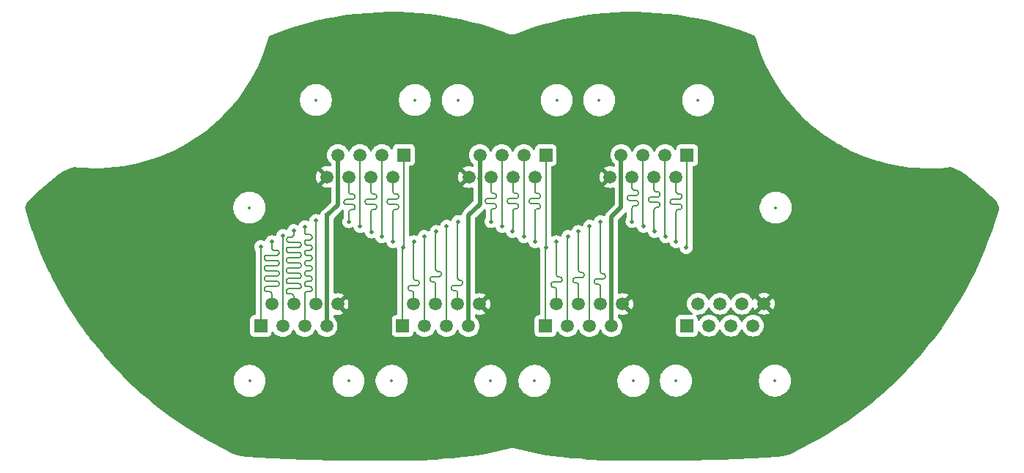
<source format=gbr>
%TF.GenerationSoftware,KiCad,Pcbnew,8.0.1-rc1*%
%TF.CreationDate,2024-12-17T18:21:37-05:00*%
%TF.ProjectId,Projet moustache,50726f6a-6574-4206-9d6f-757374616368,rev?*%
%TF.SameCoordinates,Original*%
%TF.FileFunction,Copper,L2,Bot*%
%TF.FilePolarity,Positive*%
%FSLAX46Y46*%
G04 Gerber Fmt 4.6, Leading zero omitted, Abs format (unit mm)*
G04 Created by KiCad (PCBNEW 8.0.1-rc1) date 2024-12-17 18:21:37*
%MOMM*%
%LPD*%
G01*
G04 APERTURE LIST*
%TA.AperFunction,ComponentPad*%
%ADD10R,1.500000X1.500000*%
%TD*%
%TA.AperFunction,ComponentPad*%
%ADD11C,1.500000*%
%TD*%
%TA.AperFunction,ViaPad*%
%ADD12C,0.500000*%
%TD*%
%TA.AperFunction,ViaPad*%
%ADD13C,0.600000*%
%TD*%
%TA.AperFunction,Conductor*%
%ADD14C,0.200000*%
%TD*%
%TA.AperFunction,Conductor*%
%ADD15C,0.500000*%
%TD*%
%ADD16C,0.300000*%
%ADD17C,0.350000*%
G04 APERTURE END LIST*
D10*
%TO.P,BNOF,1*%
%TO.N,/CAN+*%
X149870000Y-48217954D03*
D11*
%TO.P,BNOF,2*%
%TO.N,/CAN-*%
X148600000Y-50757954D03*
%TO.P,BNOF,3*%
%TO.N,/SCL+*%
X147330000Y-48217954D03*
%TO.P,BNOF,4*%
%TO.N,/SCL-*%
X146060000Y-50757954D03*
%TO.P,BNOF,5*%
%TO.N,/SDA+*%
X144790000Y-48217954D03*
%TO.P,BNOF,6*%
%TO.N,/SDA-*%
X143520000Y-50757954D03*
%TO.P,BNOF,7*%
%TO.N,+5V*%
X142250000Y-48217954D03*
%TO.P,BNOF,8*%
%TO.N,GND*%
X140980000Y-50757954D03*
%TD*%
D10*
%TO.P,EXT2,1*%
%TO.N,/CAN+*%
X100610001Y-67983924D03*
D11*
%TO.P,EXT2,2*%
%TO.N,/CAN-*%
X101880001Y-65443924D03*
%TO.P,EXT2,3*%
%TO.N,/SCL+*%
X103150001Y-67983924D03*
%TO.P,EXT2,4*%
%TO.N,/SCL-*%
X104420001Y-65443924D03*
%TO.P,EXT2,5*%
%TO.N,/SDA+*%
X105690001Y-67983924D03*
%TO.P,EXT2,6*%
%TO.N,/SDA-*%
X106960001Y-65443924D03*
%TO.P,EXT2,7*%
%TO.N,+5V*%
X108230001Y-67983924D03*
%TO.P,EXT2,8*%
%TO.N,GND*%
X109500001Y-65443924D03*
%TD*%
D10*
%TO.P,BNOT,1*%
%TO.N,/CAN+*%
X133510001Y-67983924D03*
D11*
%TO.P,BNOT,2*%
%TO.N,/CAN-*%
X134780001Y-65443924D03*
%TO.P,BNOT,3*%
%TO.N,/SCL+*%
X136050001Y-67983924D03*
%TO.P,BNOT,4*%
%TO.N,/SCL-*%
X137320001Y-65443924D03*
%TO.P,BNOT,5*%
%TO.N,/SDA+*%
X138590001Y-67983924D03*
%TO.P,BNOT,6*%
%TO.N,/SDA-*%
X139860001Y-65443924D03*
%TO.P,BNOT,7*%
%TO.N,+5V*%
X141130001Y-67983924D03*
%TO.P,BNOT,8*%
%TO.N,GND*%
X142400001Y-65443924D03*
%TD*%
D10*
%TO.P,MOTH,1*%
%TO.N,/CAN+*%
X117150000Y-48201383D03*
D11*
%TO.P,MOTH,2*%
%TO.N,/CAN-*%
X115880000Y-50741383D03*
%TO.P,MOTH,3*%
%TO.N,/SCL+*%
X114610000Y-48201383D03*
%TO.P,MOTH,4*%
%TO.N,/SCL-*%
X113340000Y-50741383D03*
%TO.P,MOTH,5*%
%TO.N,/SDA+*%
X112070000Y-48201383D03*
%TO.P,MOTH,6*%
%TO.N,/SDA-*%
X110800000Y-50741383D03*
%TO.P,MOTH,7*%
%TO.N,+5V*%
X109530000Y-48201383D03*
%TO.P,MOTH,8*%
%TO.N,GND*%
X108260000Y-50741383D03*
%TD*%
D10*
%TO.P,EXT1,1*%
%TO.N,/CAN+*%
X149840000Y-67950000D03*
D11*
%TO.P,EXT1,2*%
%TO.N,/CAN-*%
X151110000Y-65410000D03*
%TO.P,EXT1,3*%
%TO.N,/SCL+*%
X152380000Y-67950000D03*
%TO.P,EXT1,4*%
%TO.N,/SCL-*%
X153650000Y-65410000D03*
%TO.P,EXT1,5*%
%TO.N,/SDA+*%
X154920000Y-67950000D03*
%TO.P,EXT1,6*%
%TO.N,/SDA-*%
X156190000Y-65410000D03*
%TO.P,EXT1,7*%
%TO.N,+5V*%
X157460000Y-67950000D03*
%TO.P,EXT1,8*%
%TO.N,GND*%
X158730000Y-65410000D03*
%TD*%
D10*
%TO.P,MOTG,1*%
%TO.N,/CAN+*%
X117010001Y-67983924D03*
D11*
%TO.P,MOTG,2*%
%TO.N,/CAN-*%
X118280001Y-65443924D03*
%TO.P,MOTG,3*%
%TO.N,/SCL+*%
X119550001Y-67983924D03*
%TO.P,MOTG,4*%
%TO.N,/SCL-*%
X120820001Y-65443924D03*
%TO.P,MOTG,5*%
%TO.N,/SDA+*%
X122090001Y-67983924D03*
%TO.P,MOTG,6*%
%TO.N,/SDA-*%
X123360001Y-65443924D03*
%TO.P,MOTG,7*%
%TO.N,+5V*%
X124630001Y-67983924D03*
%TO.P,MOTG,8*%
%TO.N,GND*%
X125900001Y-65443924D03*
%TD*%
D10*
%TO.P,INPUT,1*%
%TO.N,/CAN+*%
X133542500Y-48217954D03*
D11*
%TO.P,INPUT,2*%
%TO.N,/CAN-*%
X132272500Y-50757954D03*
%TO.P,INPUT,3*%
%TO.N,/SCL+*%
X131002500Y-48217954D03*
%TO.P,INPUT,4*%
%TO.N,/SCL-*%
X129732500Y-50757954D03*
%TO.P,INPUT,5*%
%TO.N,/SDA+*%
X128462500Y-48217954D03*
%TO.P,INPUT,6*%
%TO.N,/SDA-*%
X127192500Y-50757954D03*
%TO.P,INPUT,7*%
%TO.N,+5V*%
X125922500Y-48217954D03*
%TO.P,INPUT,8*%
%TO.N,GND*%
X124652500Y-50757954D03*
%TD*%
D12*
%TO.N,/CAN+*%
X149785914Y-58900000D03*
X117100000Y-58900000D03*
X100610001Y-58800000D03*
X133600000Y-58900000D03*
%TO.N,/CAN-*%
X115900000Y-58250000D03*
X148600000Y-58250000D03*
X132300000Y-58250000D03*
X118300000Y-58250000D03*
X101900000Y-58256430D03*
X134800000Y-58250000D03*
%TO.N,GND*%
X84720000Y-54860000D03*
X160920000Y-77720000D03*
X160920000Y-80260000D03*
X97420000Y-57400000D03*
X122820000Y-44700000D03*
X94880000Y-54860000D03*
X163460000Y-67560000D03*
X132980000Y-80260000D03*
X107580000Y-70100000D03*
X160920000Y-47240000D03*
X105040000Y-34540000D03*
X163460000Y-47240000D03*
X173620000Y-54860000D03*
X112660000Y-80260000D03*
X130440000Y-62480000D03*
X168540000Y-72640000D03*
X127900000Y-80260000D03*
X173620000Y-52320000D03*
X138060000Y-39620000D03*
X105040000Y-54860000D03*
X89800000Y-52320000D03*
X107580000Y-37080000D03*
X163460000Y-54860000D03*
X110120000Y-80260000D03*
X135520000Y-70100000D03*
X107580000Y-80260000D03*
X115200000Y-77720000D03*
X102500000Y-42160000D03*
X120280000Y-82800000D03*
X160920000Y-67560000D03*
X102500000Y-47240000D03*
X132980000Y-34540000D03*
X110120000Y-82800000D03*
X87260000Y-59940000D03*
X135520000Y-47240000D03*
X148220000Y-65020000D03*
X79640000Y-54860000D03*
X99960000Y-80260000D03*
X97420000Y-59940000D03*
X105040000Y-77720000D03*
X168540000Y-67560000D03*
X115200000Y-65020000D03*
X125360000Y-44700000D03*
X150760000Y-34540000D03*
X97420000Y-77720000D03*
X171080000Y-70100000D03*
X102500000Y-37080000D03*
X135520000Y-34540000D03*
X127900000Y-59940000D03*
X82180000Y-62480000D03*
X148220000Y-62480000D03*
X171080000Y-57400000D03*
X130440000Y-42160000D03*
X163460000Y-59940000D03*
X173620000Y-57400000D03*
X150760000Y-52320000D03*
X168540000Y-49780000D03*
X143140000Y-37080000D03*
X153300000Y-72640000D03*
X178700000Y-54860000D03*
X94880000Y-57400000D03*
X107580000Y-47240000D03*
X102500000Y-49780000D03*
X112660000Y-70100000D03*
X148220000Y-39620000D03*
X155840000Y-80260000D03*
X122820000Y-49780000D03*
X92340000Y-70100000D03*
X74560000Y-54860000D03*
X130440000Y-80260000D03*
X140600000Y-47240000D03*
X117740000Y-77720000D03*
X89800000Y-57400000D03*
X125360000Y-34540000D03*
X158380000Y-44700000D03*
X99960000Y-47240000D03*
X82180000Y-54860000D03*
X102500000Y-54860000D03*
X145680000Y-62480000D03*
X84720000Y-62480000D03*
X138060000Y-82800000D03*
X125360000Y-77720000D03*
X153300000Y-37080000D03*
X178700000Y-62480000D03*
X105040000Y-80260000D03*
X87260000Y-72640000D03*
X160920000Y-44700000D03*
X125360000Y-37080000D03*
X115200000Y-80260000D03*
X171080000Y-67560000D03*
X79640000Y-57400000D03*
X176160000Y-65020000D03*
X171080000Y-59940000D03*
X163460000Y-49780000D03*
X77100000Y-54860000D03*
X138060000Y-44700000D03*
X135520000Y-52320000D03*
X115200000Y-70100000D03*
X145680000Y-82800000D03*
X173620000Y-65020000D03*
X140600000Y-82800000D03*
X102500000Y-70100000D03*
X138060000Y-37080000D03*
X102500000Y-39620000D03*
X107580000Y-75180000D03*
X115200000Y-62480000D03*
X107580000Y-52320000D03*
X153300000Y-80260000D03*
X102500000Y-80260000D03*
X145680000Y-67560000D03*
X125360000Y-70100000D03*
X94880000Y-47240000D03*
X77100000Y-59940000D03*
X89800000Y-70100000D03*
X105040000Y-75180000D03*
X145680000Y-65020000D03*
X99960000Y-44700000D03*
X97420000Y-44700000D03*
X160920000Y-70100000D03*
X105040000Y-52320000D03*
X135520000Y-44700000D03*
X120280000Y-39620000D03*
X102500000Y-82800000D03*
X120280000Y-77720000D03*
X166000000Y-70100000D03*
X127900000Y-37080000D03*
X166000000Y-72640000D03*
X143140000Y-80260000D03*
X122820000Y-37080000D03*
X171080000Y-65020000D03*
X140600000Y-44700000D03*
X158380000Y-49780000D03*
X155840000Y-47240000D03*
X143140000Y-39620000D03*
X99960000Y-42160000D03*
X107580000Y-82800000D03*
X79640000Y-52320000D03*
X97420000Y-70100000D03*
X166000000Y-67560000D03*
X94880000Y-70100000D03*
X94880000Y-72640000D03*
X145680000Y-59940000D03*
X120280000Y-37080000D03*
X79640000Y-65020000D03*
X171080000Y-52320000D03*
X110120000Y-34540000D03*
X160920000Y-62480000D03*
X84720000Y-72640000D03*
X176160000Y-59940000D03*
X140600000Y-52320000D03*
X110120000Y-42160000D03*
X102500000Y-77720000D03*
X112660000Y-39620000D03*
X153300000Y-75180000D03*
X163460000Y-72640000D03*
X102500000Y-75180000D03*
X168540000Y-70100000D03*
X112660000Y-82800000D03*
X127900000Y-34540000D03*
X135520000Y-77720000D03*
X155840000Y-39620000D03*
X117740000Y-37080000D03*
X120280000Y-80260000D03*
X112660000Y-65020000D03*
X148220000Y-77720000D03*
X138060000Y-34540000D03*
X181240000Y-54860000D03*
X112660000Y-67560000D03*
X92340000Y-72640000D03*
X115200000Y-44700000D03*
X183780000Y-57400000D03*
X143140000Y-34540000D03*
X92340000Y-75180000D03*
X97420000Y-62480000D03*
X166000000Y-62480000D03*
X94880000Y-65020000D03*
X140600000Y-37080000D03*
X94880000Y-52320000D03*
X107580000Y-44700000D03*
X120280000Y-49780000D03*
X120280000Y-47240000D03*
X115200000Y-67560000D03*
X89800000Y-54860000D03*
X168540000Y-65020000D03*
X171080000Y-49780000D03*
X115200000Y-59940000D03*
X97420000Y-52320000D03*
X107580000Y-72640000D03*
X130440000Y-77720000D03*
X150760000Y-49780000D03*
X87260000Y-67560000D03*
X120280000Y-70100000D03*
X120280000Y-72640000D03*
X163460000Y-77720000D03*
X140600000Y-34540000D03*
X176160000Y-52320000D03*
X89800000Y-75180000D03*
X143140000Y-77720000D03*
X153300000Y-82800000D03*
X138060000Y-49780000D03*
X84720000Y-59940000D03*
X127900000Y-67560000D03*
X150760000Y-37080000D03*
X173620000Y-62480000D03*
X150760000Y-77720000D03*
X145680000Y-34540000D03*
X99960000Y-57400000D03*
X155840000Y-42160000D03*
X145680000Y-42160000D03*
X120280000Y-75180000D03*
X132980000Y-77720000D03*
X155840000Y-34540000D03*
X153300000Y-44700000D03*
X117740000Y-82800000D03*
X112660000Y-37080000D03*
X166000000Y-47240000D03*
X178700000Y-59940000D03*
X120280000Y-44700000D03*
X110120000Y-77720000D03*
X112660000Y-42160000D03*
X94880000Y-62480000D03*
X145680000Y-37080000D03*
X171080000Y-72640000D03*
X166000000Y-77720000D03*
X183780000Y-54860000D03*
X153300000Y-70100000D03*
X140600000Y-75180000D03*
X89800000Y-62480000D03*
X181240000Y-52320000D03*
X99960000Y-39620000D03*
X178700000Y-52320000D03*
X148220000Y-34540000D03*
X94880000Y-75180000D03*
X132980000Y-39620000D03*
X143140000Y-44700000D03*
X92340000Y-49780000D03*
X84720000Y-57400000D03*
X150760000Y-70100000D03*
X77100000Y-52320000D03*
X143140000Y-59940000D03*
X150760000Y-80260000D03*
X84720000Y-67560000D03*
X92340000Y-54860000D03*
X163460000Y-65020000D03*
X105040000Y-72640000D03*
X140600000Y-80260000D03*
X155840000Y-75180000D03*
X92340000Y-65020000D03*
X166000000Y-49780000D03*
X138060000Y-75180000D03*
X117740000Y-80260000D03*
X173620000Y-70100000D03*
X150760000Y-44700000D03*
X97420000Y-49780000D03*
X171080000Y-75180000D03*
X158380000Y-42160000D03*
X135520000Y-49780000D03*
X143140000Y-42160000D03*
X117740000Y-44700000D03*
X160920000Y-59940000D03*
X168540000Y-54860000D03*
X163460000Y-52320000D03*
X143140000Y-62480000D03*
X181240000Y-57400000D03*
X105040000Y-47240000D03*
X87260000Y-57400000D03*
X97420000Y-65020000D03*
X102500000Y-52320000D03*
X84720000Y-52320000D03*
X140600000Y-77720000D03*
X87260000Y-54860000D03*
X148220000Y-70100000D03*
X105040000Y-82800000D03*
X155840000Y-72640000D03*
X163460000Y-70100000D03*
X110120000Y-70100000D03*
X138060000Y-77720000D03*
X176160000Y-62480000D03*
X143140000Y-70100000D03*
X105040000Y-44700000D03*
X94880000Y-67560000D03*
X163460000Y-75180000D03*
X115200000Y-37080000D03*
X153300000Y-49780000D03*
X145680000Y-70100000D03*
X150760000Y-72640000D03*
X122820000Y-52320000D03*
X92340000Y-59940000D03*
X107580000Y-77720000D03*
X110120000Y-39620000D03*
X105040000Y-70100000D03*
X153300000Y-77720000D03*
X94880000Y-59940000D03*
X87260000Y-70100000D03*
X82180000Y-59940000D03*
X117740000Y-34540000D03*
X181240000Y-62480000D03*
X130440000Y-59940000D03*
X82180000Y-65020000D03*
X155840000Y-77720000D03*
X158380000Y-77720000D03*
X155840000Y-49780000D03*
X130440000Y-39620000D03*
X99960000Y-77720000D03*
X99960000Y-70100000D03*
X92340000Y-67560000D03*
X97420000Y-47240000D03*
X181240000Y-59940000D03*
X178700000Y-65020000D03*
X176160000Y-57400000D03*
X127900000Y-65020000D03*
X97420000Y-67560000D03*
X87260000Y-49780000D03*
X138060000Y-47240000D03*
X168540000Y-75180000D03*
X168540000Y-57400000D03*
X168540000Y-77720000D03*
X122820000Y-72640000D03*
X105040000Y-49780000D03*
X112660000Y-59940000D03*
X115200000Y-34540000D03*
X171080000Y-62480000D03*
X122820000Y-34540000D03*
X158380000Y-80260000D03*
X122820000Y-70100000D03*
X155840000Y-82800000D03*
X130440000Y-65020000D03*
X82180000Y-70100000D03*
X110120000Y-67560000D03*
X160920000Y-49780000D03*
X132980000Y-44700000D03*
X168540000Y-59940000D03*
X178700000Y-57400000D03*
X132980000Y-70100000D03*
X105040000Y-39620000D03*
X138060000Y-80260000D03*
X148220000Y-37080000D03*
X148220000Y-67560000D03*
X92340000Y-77720000D03*
X102500000Y-44700000D03*
X160920000Y-57400000D03*
X148220000Y-80260000D03*
X92340000Y-62480000D03*
X155840000Y-44700000D03*
X138060000Y-70100000D03*
X84720000Y-65020000D03*
X176160000Y-70100000D03*
X148220000Y-82800000D03*
X127900000Y-39620000D03*
X102500000Y-72640000D03*
X125360000Y-80260000D03*
X122820000Y-80260000D03*
X166000000Y-75180000D03*
X94880000Y-77720000D03*
X122820000Y-47240000D03*
X158380000Y-70100000D03*
X107580000Y-34540000D03*
X87260000Y-62480000D03*
X130440000Y-37080000D03*
X132980000Y-37080000D03*
X173620000Y-72640000D03*
X84720000Y-70100000D03*
X112660000Y-44700000D03*
X130440000Y-67560000D03*
X158380000Y-47240000D03*
X87260000Y-75180000D03*
X127900000Y-44700000D03*
X120280000Y-52320000D03*
X173620000Y-67560000D03*
X89800000Y-65020000D03*
X92340000Y-57400000D03*
X150760000Y-82800000D03*
X120280000Y-34540000D03*
X125360000Y-39620000D03*
X127900000Y-77720000D03*
X122820000Y-77720000D03*
X145680000Y-44700000D03*
X115200000Y-82800000D03*
X145680000Y-77720000D03*
X135520000Y-72640000D03*
X163460000Y-80260000D03*
X176160000Y-54860000D03*
X110120000Y-37080000D03*
X173620000Y-59940000D03*
X117740000Y-70100000D03*
X89800000Y-59940000D03*
X148220000Y-59940000D03*
X168540000Y-62480000D03*
X94880000Y-49780000D03*
X87260000Y-65020000D03*
X110120000Y-62480000D03*
X127900000Y-42160000D03*
X89800000Y-72640000D03*
X135520000Y-75180000D03*
X112660000Y-62480000D03*
X140600000Y-72640000D03*
X115200000Y-42160000D03*
X138060000Y-72640000D03*
X112660000Y-34540000D03*
X148220000Y-44700000D03*
X79640000Y-62480000D03*
X166000000Y-65020000D03*
X92340000Y-52320000D03*
X105040000Y-37080000D03*
X115200000Y-39620000D03*
X163460000Y-57400000D03*
X127900000Y-62480000D03*
X166000000Y-54860000D03*
X89800000Y-49780000D03*
X135520000Y-80260000D03*
X160920000Y-42160000D03*
X138060000Y-52320000D03*
X166000000Y-57400000D03*
X99960000Y-49780000D03*
X112660000Y-77720000D03*
X143140000Y-82800000D03*
X153300000Y-52320000D03*
X166000000Y-59940000D03*
X168540000Y-52320000D03*
X110120000Y-44700000D03*
X171080000Y-54860000D03*
X153300000Y-34540000D03*
X110120000Y-59940000D03*
X158380000Y-39620000D03*
X82180000Y-67560000D03*
X140600000Y-70100000D03*
X89800000Y-67560000D03*
X94880000Y-80260000D03*
X130440000Y-44700000D03*
X148220000Y-42160000D03*
X176160000Y-67560000D03*
X79640000Y-59940000D03*
X87260000Y-52320000D03*
X166000000Y-52320000D03*
X77100000Y-57400000D03*
X153300000Y-39620000D03*
X178700000Y-67560000D03*
X155840000Y-70100000D03*
X97420000Y-80260000D03*
X135520000Y-37080000D03*
X143140000Y-67560000D03*
X82180000Y-57400000D03*
X127900000Y-70100000D03*
X82180000Y-52320000D03*
X122820000Y-75180000D03*
X145680000Y-39620000D03*
X130440000Y-70100000D03*
X160920000Y-65020000D03*
X153300000Y-47240000D03*
X155840000Y-37080000D03*
X145680000Y-80260000D03*
X155840000Y-52320000D03*
X163460000Y-62480000D03*
D13*
%TO.N,+5V*%
X108300000Y-55200000D03*
D12*
X141300000Y-55200000D03*
X124600000Y-55200000D03*
%TO.N,/SDA+*%
X128500000Y-56463570D03*
X122100000Y-56463570D03*
X138600000Y-56463570D03*
X112100000Y-56463570D03*
X105700000Y-56500000D03*
X144800000Y-56463570D03*
%TO.N,/SCL+*%
X131000000Y-57650000D03*
X119500000Y-57650000D03*
X136100000Y-57650000D03*
X114600000Y-57650000D03*
X147400000Y-57650000D03*
X103150001Y-57513570D03*
%TO.N,/SDA-*%
X107000000Y-55800000D03*
X123400000Y-55900000D03*
X139860001Y-55913570D03*
X143500000Y-55900000D03*
X127200000Y-55900000D03*
X110800000Y-55913570D03*
%TO.N,/SCL-*%
X113400000Y-57100000D03*
X120900000Y-57063570D03*
X104420001Y-56963570D03*
X137300000Y-57063570D03*
X146100000Y-57063570D03*
X129700000Y-57063570D03*
%TD*%
D14*
%TO.N,/CAN+*%
X117010001Y-58989999D02*
X117100000Y-58900000D01*
X133510001Y-67983924D02*
X133510001Y-58989999D01*
X117010001Y-67983924D02*
X117010001Y-58989999D01*
X149840000Y-67950000D02*
X150054925Y-67950000D01*
X149870000Y-58815914D02*
X149785914Y-58900000D01*
X100610001Y-58800000D02*
X100610001Y-67983924D01*
X117150000Y-48201383D02*
X117150000Y-58850000D01*
X133510001Y-58989999D02*
X133600000Y-58900000D01*
X149870000Y-48217954D02*
X149870000Y-58815914D01*
X133542500Y-58842500D02*
X133600000Y-58900000D01*
X133542500Y-48217954D02*
X133542500Y-58842500D01*
X117150000Y-58850000D02*
X117100000Y-58900000D01*
%TO.N,/CAN-*%
X118914259Y-63077012D02*
X118914259Y-62957012D01*
X102730001Y-63162968D02*
X102730001Y-63042968D01*
X101030001Y-63762968D02*
X101030001Y-63642968D01*
X101030001Y-61362968D02*
X101030001Y-61242968D01*
X132272500Y-58222500D02*
X132300000Y-58250000D01*
X101270001Y-63402968D02*
X101640001Y-63402968D01*
X147925150Y-53541036D02*
X147925150Y-53661036D01*
X101030001Y-60162968D02*
X101030001Y-60042968D01*
X148840000Y-53301036D02*
X148165150Y-53301036D01*
X101880001Y-58842968D02*
X101880001Y-58276429D01*
X132668503Y-54455120D02*
X132512500Y-54455120D01*
X132272500Y-55728055D02*
X132272500Y-58222500D01*
X135414219Y-62676043D02*
X135414219Y-62556043D01*
X102490001Y-60402968D02*
X101880001Y-60402968D01*
X101030001Y-62562968D02*
X101030001Y-62442968D01*
X149274843Y-54141036D02*
X149274843Y-54261036D01*
X115880000Y-54865538D02*
X115880000Y-56992442D01*
X132272500Y-54695120D02*
X132272500Y-54815120D01*
X116311113Y-54505538D02*
X116120000Y-54505538D01*
X134540001Y-63516043D02*
X134385783Y-63516043D01*
X116551113Y-54145538D02*
X116551113Y-54265538D01*
X132272500Y-50757954D02*
X132272500Y-52415120D01*
X115880000Y-53905538D02*
X116311113Y-53905538D01*
X118280001Y-62357012D02*
X118280001Y-59936712D01*
X132512500Y-53855120D02*
X132668503Y-53855120D01*
X117885752Y-63317012D02*
X118040001Y-63317012D01*
X116120000Y-53305538D02*
X115448867Y-53305538D01*
X115208867Y-53545538D02*
X115208867Y-53665538D01*
X148600000Y-55707421D02*
X148600000Y-58250000D01*
X115448867Y-53905538D02*
X115880000Y-53905538D01*
X132272500Y-54815120D02*
X132272500Y-55728055D01*
X118280001Y-59936712D02*
X118280001Y-58269999D01*
X132272500Y-53255120D02*
X131876517Y-53255120D01*
X115880000Y-58230000D02*
X115900000Y-58250000D01*
X118040001Y-63317012D02*
X118674259Y-63317012D01*
X134540001Y-62916043D02*
X135174219Y-62916043D01*
X102490001Y-59202968D02*
X102120001Y-59202968D01*
X101880001Y-59802968D02*
X102490001Y-59802968D01*
X101640001Y-64002968D02*
X101270001Y-64002968D01*
X116551133Y-52945538D02*
X116551133Y-53065538D01*
X148600000Y-53901036D02*
X149034843Y-53901036D01*
X101880001Y-58962968D02*
X101880001Y-58842968D01*
X132512500Y-52655120D02*
X132668483Y-52655120D01*
X134780001Y-58269999D02*
X134800000Y-58250000D01*
X102490001Y-61602968D02*
X101880001Y-61602968D01*
X148600000Y-50757954D02*
X148600000Y-52461036D01*
X132908483Y-52895120D02*
X132908483Y-53015120D01*
X102730001Y-61962968D02*
X102730001Y-61842968D01*
X102730001Y-60762968D02*
X102730001Y-60642968D01*
X148600000Y-54861036D02*
X148600000Y-55707421D01*
X115880000Y-56992442D02*
X115880000Y-58230000D01*
X101270001Y-59802968D02*
X101880001Y-59802968D01*
X101640001Y-63402968D02*
X102490001Y-63402968D01*
X118674259Y-62717012D02*
X118520001Y-62717012D01*
X118280001Y-58269999D02*
X118300000Y-58250000D01*
X101880001Y-61002968D02*
X102490001Y-61002968D01*
X149034843Y-54501036D02*
X148840000Y-54501036D01*
X101880001Y-65500354D02*
X101880001Y-64242968D01*
X101880001Y-58276429D02*
X101900000Y-58256430D01*
X101880001Y-62802968D02*
X101270001Y-62802968D01*
X134145783Y-63276043D02*
X134145783Y-63156043D01*
X148840000Y-52701036D02*
X149034853Y-52701036D01*
X149034853Y-53301036D02*
X148840000Y-53301036D01*
X134780001Y-61956043D02*
X134780001Y-58269999D01*
X134385783Y-62916043D02*
X134540001Y-62916043D01*
X115880000Y-54745538D02*
X115880000Y-54865538D01*
X118040001Y-63917012D02*
X117885752Y-63917012D01*
X149274853Y-52941036D02*
X149274853Y-53061036D01*
X101880001Y-61602968D02*
X101270001Y-61602968D01*
X101880001Y-60402968D02*
X101270001Y-60402968D01*
X116311133Y-53305538D02*
X116120000Y-53305538D01*
X132908503Y-54095120D02*
X132908503Y-54215120D01*
X134780001Y-65443924D02*
X134780001Y-63756043D01*
X118280001Y-62477012D02*
X118280001Y-62357012D01*
X132668483Y-53255120D02*
X132512500Y-53255120D01*
X115880000Y-50741383D02*
X115880000Y-52465538D01*
X118280001Y-65443924D02*
X118280001Y-64157012D01*
X134780001Y-62076043D02*
X134780001Y-61956043D01*
X148600000Y-54741036D02*
X148600000Y-54861036D01*
X101270001Y-61002968D02*
X101880001Y-61002968D01*
X132512500Y-53255120D02*
X132272500Y-53255120D01*
X101880001Y-62202968D02*
X102490001Y-62202968D01*
X102490001Y-62802968D02*
X101880001Y-62802968D01*
X135174219Y-62316043D02*
X135020001Y-62316043D01*
X116120000Y-52705538D02*
X116311133Y-52705538D01*
X148165150Y-53901036D02*
X148600000Y-53901036D01*
X131636517Y-53495120D02*
X131636517Y-53615120D01*
X131876517Y-53855120D02*
X132272500Y-53855120D01*
X101270001Y-62202968D02*
X101880001Y-62202968D01*
X102730001Y-59562968D02*
X102730001Y-59442968D01*
X117645752Y-63677012D02*
X117645752Y-63557012D01*
X132272500Y-53855120D02*
X132512500Y-53855120D01*
X102730001Y-61842968D02*
G75*
G03*
X102490001Y-61602999I-240001J-32D01*
G01*
X101270001Y-64002968D02*
G75*
G02*
X101030032Y-63762968I-1J239968D01*
G01*
X118520001Y-62717012D02*
G75*
G02*
X118279988Y-62477012I-1J240012D01*
G01*
X135414219Y-62556043D02*
G75*
G03*
X135174219Y-62315981I-240019J43D01*
G01*
X132908483Y-53015120D02*
G75*
G02*
X132668483Y-53255083I-239983J20D01*
G01*
X149034843Y-53901036D02*
G75*
G02*
X149274764Y-54141036I-43J-239964D01*
G01*
X102730001Y-59442968D02*
G75*
G03*
X102490001Y-59202999I-240001J-32D01*
G01*
X132272500Y-52415120D02*
G75*
G03*
X132512500Y-52655100I240000J20D01*
G01*
X131636517Y-53615120D02*
G75*
G03*
X131876517Y-53855083I239983J20D01*
G01*
X116551133Y-53065538D02*
G75*
G02*
X116311133Y-53305533I-240033J38D01*
G01*
X134145783Y-63156043D02*
G75*
G02*
X134385783Y-62915983I240017J43D01*
G01*
X116551113Y-54265538D02*
G75*
G02*
X116311113Y-54505513I-240013J38D01*
G01*
X149034853Y-52701036D02*
G75*
G02*
X149274864Y-52941036I47J-239964D01*
G01*
X116120000Y-54505538D02*
G75*
G03*
X115880038Y-54745538I0J-239962D01*
G01*
X116311133Y-52705538D02*
G75*
G02*
X116551062Y-52945538I-33J-239962D01*
G01*
X102490001Y-61002968D02*
G75*
G03*
X102729968Y-60762968I-1J239968D01*
G01*
X132668483Y-52655120D02*
G75*
G02*
X132908480Y-52895120I17J-239980D01*
G01*
X148165150Y-53301036D02*
G75*
G03*
X147925136Y-53541036I-50J-239964D01*
G01*
X147925150Y-53661036D02*
G75*
G03*
X148165150Y-53900950I239950J36D01*
G01*
X149274853Y-53061036D02*
G75*
G02*
X149034853Y-53300953I-239953J36D01*
G01*
X132512500Y-54455120D02*
G75*
G03*
X132272520Y-54695120I0J-239980D01*
G01*
X115448867Y-53305538D02*
G75*
G03*
X115208938Y-53545538I33J-239962D01*
G01*
X149274843Y-54261036D02*
G75*
G02*
X149034843Y-54501043I-240043J36D01*
G01*
X135174219Y-62916043D02*
G75*
G03*
X135414243Y-62676043I-19J240043D01*
G01*
X101030001Y-63642968D02*
G75*
G02*
X101270001Y-63403001I239999J-32D01*
G01*
X134780001Y-63756043D02*
G75*
G03*
X134540001Y-63515999I-240001J43D01*
G01*
X102490001Y-59802968D02*
G75*
G03*
X102729968Y-59562968I-1J239968D01*
G01*
X117645752Y-63557012D02*
G75*
G02*
X117885752Y-63316952I240048J12D01*
G01*
X135020001Y-62316043D02*
G75*
G02*
X134779957Y-62076043I-1J240043D01*
G01*
X117885752Y-63917012D02*
G75*
G02*
X117645788Y-63677012I48J240012D01*
G01*
X115208867Y-53665538D02*
G75*
G03*
X115448867Y-53905533I240033J38D01*
G01*
X148840000Y-54501036D02*
G75*
G03*
X148600036Y-54741036I0J-239964D01*
G01*
X115880000Y-52465538D02*
G75*
G03*
X116120000Y-52705500I240000J38D01*
G01*
X148600000Y-52461036D02*
G75*
G03*
X148840000Y-52701000I240000J36D01*
G01*
X102490001Y-62202968D02*
G75*
G03*
X102729968Y-61962968I-1J239968D01*
G01*
X101270001Y-60402968D02*
G75*
G02*
X101030032Y-60162968I-1J239968D01*
G01*
X116311113Y-53905538D02*
G75*
G02*
X116551062Y-54145538I-13J-239962D01*
G01*
X134385783Y-63516043D02*
G75*
G02*
X134145757Y-63276043I17J240043D01*
G01*
X102120001Y-59202968D02*
G75*
G02*
X101880032Y-58962968I-1J239968D01*
G01*
X102730001Y-63042968D02*
G75*
G03*
X102490001Y-62802999I-240001J-32D01*
G01*
X101270001Y-62802968D02*
G75*
G02*
X101030032Y-62562968I-1J239968D01*
G01*
X131876517Y-53255120D02*
G75*
G03*
X131636520Y-53495120I-17J-239980D01*
G01*
X102730001Y-60642968D02*
G75*
G03*
X102490001Y-60402999I-240001J-32D01*
G01*
X101880001Y-64242968D02*
G75*
G03*
X101640001Y-64002999I-240001J-32D01*
G01*
X101030001Y-61242968D02*
G75*
G02*
X101270001Y-61003001I239999J-32D01*
G01*
X102490001Y-63402968D02*
G75*
G03*
X102729968Y-63162968I-1J239968D01*
G01*
X118280001Y-64157012D02*
G75*
G03*
X118040001Y-63916999I-240001J12D01*
G01*
X118914259Y-62957012D02*
G75*
G03*
X118674259Y-62717041I-239959J12D01*
G01*
X101030001Y-60042968D02*
G75*
G02*
X101270001Y-59803001I239999J-32D01*
G01*
X118674259Y-63317012D02*
G75*
G03*
X118914312Y-63077012I41J240012D01*
G01*
X132908503Y-54215120D02*
G75*
G02*
X132668503Y-54455103I-240003J20D01*
G01*
X132668503Y-53855120D02*
G75*
G02*
X132908480Y-54095120I-3J-239980D01*
G01*
X101030001Y-62442968D02*
G75*
G02*
X101270001Y-62203001I239999J-32D01*
G01*
X101270001Y-61602968D02*
G75*
G02*
X101030032Y-61362968I-1J239968D01*
G01*
D15*
%TO.N,+5V*%
X125922500Y-50972879D02*
X125910000Y-50985379D01*
X125922500Y-48217954D02*
X125922500Y-50972879D01*
X142250000Y-54250000D02*
X142250000Y-48217954D01*
X141300000Y-55200000D02*
X142250000Y-54250000D01*
X124630001Y-55230001D02*
X124630001Y-67983924D01*
X141300000Y-55200000D02*
X141130001Y-55369999D01*
X141130001Y-55369999D02*
X141130001Y-67983924D01*
X125922500Y-50972879D02*
X125922500Y-53877500D01*
X108300000Y-55200000D02*
X109530000Y-53970000D01*
X125922500Y-53877500D02*
X124600000Y-55200000D01*
X108300000Y-55200000D02*
X108300000Y-67913925D01*
X124600000Y-55200000D02*
X124630001Y-55230001D01*
X108300000Y-67913925D02*
X108230001Y-67983924D01*
X109530000Y-53970000D02*
X109530000Y-48201383D01*
D14*
%TO.N,/SDA+*%
X106300001Y-63420182D02*
X105930001Y-63420182D01*
X105690001Y-59580182D02*
X105690001Y-59460182D01*
X144790000Y-56453570D02*
X144800000Y-56463570D01*
X122090001Y-56473569D02*
X122100000Y-56463570D01*
X106540001Y-61380182D02*
X106540001Y-61260182D01*
X105930001Y-64020182D02*
X106300001Y-64020182D01*
X112070000Y-56433570D02*
X112100000Y-56463570D01*
X105930001Y-61620182D02*
X106300001Y-61620182D01*
X106540001Y-57780182D02*
X106540001Y-57660182D01*
X144790000Y-48217954D02*
X144790000Y-56453570D01*
X105690001Y-63180182D02*
X105690001Y-63060182D01*
X106300001Y-58620182D02*
X105930001Y-58620182D01*
X138590001Y-67983924D02*
X138590001Y-56473569D01*
X138590001Y-56473569D02*
X138600000Y-56463570D01*
X128462500Y-56426070D02*
X128500000Y-56463570D01*
X106300001Y-59820182D02*
X105930001Y-59820182D01*
X105930001Y-60420182D02*
X106300001Y-60420182D01*
X105930001Y-59220182D02*
X106300001Y-59220182D01*
X105930001Y-62820182D02*
X106300001Y-62820182D01*
X106300001Y-62220182D02*
X105930001Y-62220182D01*
X106540001Y-60180182D02*
X106540001Y-60060182D01*
X105690001Y-61980182D02*
X105690001Y-61860182D01*
X106540001Y-62580182D02*
X106540001Y-62460182D01*
X106300001Y-61020182D02*
X105930001Y-61020182D01*
X105690001Y-57180182D02*
X105690001Y-57060182D01*
X106540001Y-63780182D02*
X106540001Y-63660182D01*
X105690001Y-67983924D02*
X105690001Y-64260182D01*
X112070000Y-48201383D02*
X112070000Y-56433570D01*
X154920000Y-67950000D02*
X155370000Y-67950000D01*
X105690001Y-57060182D02*
X105690001Y-56509999D01*
X105690001Y-56509999D02*
X105700000Y-56500000D01*
X105690001Y-60780182D02*
X105690001Y-60660182D01*
X106300001Y-57420182D02*
X105930001Y-57420182D01*
X122090001Y-67983924D02*
X122090001Y-56473569D01*
X106540001Y-58980182D02*
X106540001Y-58860182D01*
X105930001Y-58020182D02*
X106300001Y-58020182D01*
X105690001Y-58380182D02*
X105690001Y-58260182D01*
X128462500Y-48217954D02*
X128462500Y-56426070D01*
X105690001Y-58260182D02*
G75*
G02*
X105930001Y-58020201I239999J-18D01*
G01*
X106540001Y-57660182D02*
G75*
G03*
X106300001Y-57420199I-240001J-18D01*
G01*
X105690001Y-59460182D02*
G75*
G02*
X105930001Y-59220201I239999J-18D01*
G01*
X106300001Y-61620182D02*
G75*
G03*
X106539982Y-61380182I-1J239982D01*
G01*
X105930001Y-61020182D02*
G75*
G02*
X105690018Y-60780182I-1J239982D01*
G01*
X105930001Y-63420182D02*
G75*
G02*
X105690018Y-63180182I-1J239982D01*
G01*
X106540001Y-61260182D02*
G75*
G03*
X106300001Y-61020199I-240001J-18D01*
G01*
X106300001Y-64020182D02*
G75*
G03*
X106539982Y-63780182I-1J239982D01*
G01*
X106540001Y-60060182D02*
G75*
G03*
X106300001Y-59820199I-240001J-18D01*
G01*
X106540001Y-58860182D02*
G75*
G03*
X106300001Y-58620199I-240001J-18D01*
G01*
X105930001Y-59820182D02*
G75*
G02*
X105690018Y-59580182I-1J239982D01*
G01*
X105690001Y-60660182D02*
G75*
G02*
X105930001Y-60420201I239999J-18D01*
G01*
X105690001Y-61860182D02*
G75*
G02*
X105930001Y-61620201I239999J-18D01*
G01*
X106300001Y-58020182D02*
G75*
G03*
X106539982Y-57780182I-1J239982D01*
G01*
X105930001Y-62220182D02*
G75*
G02*
X105690018Y-61980182I-1J239982D01*
G01*
X106540001Y-63660182D02*
G75*
G03*
X106300001Y-63420199I-240001J-18D01*
G01*
X106300001Y-59220182D02*
G75*
G03*
X106539982Y-58980182I-1J239982D01*
G01*
X106300001Y-60420182D02*
G75*
G03*
X106539982Y-60180182I-1J239982D01*
G01*
X105930001Y-58620182D02*
G75*
G02*
X105690018Y-58380182I-1J239982D01*
G01*
X106540001Y-62460182D02*
G75*
G03*
X106300001Y-62220199I-240001J-18D01*
G01*
X105690001Y-63060182D02*
G75*
G02*
X105930001Y-62820201I239999J-18D01*
G01*
X105930001Y-57420182D02*
G75*
G02*
X105690018Y-57180182I-1J239982D01*
G01*
X106300001Y-62820182D02*
G75*
G03*
X106539982Y-62580182I-1J239982D01*
G01*
X105690001Y-64260182D02*
G75*
G02*
X105930001Y-64020201I239999J-18D01*
G01*
%TO.N,/SCL+*%
X103150001Y-57513570D02*
X103150001Y-67983924D01*
X136050001Y-57699999D02*
X136100000Y-57650000D01*
X119550001Y-57700001D02*
X119500000Y-57650000D01*
X152380000Y-67950000D02*
X152594925Y-67950000D01*
X114610000Y-48201383D02*
X114610000Y-57640000D01*
X136050001Y-67983924D02*
X136050001Y-57699999D01*
X114610000Y-57640000D02*
X114600000Y-57650000D01*
X147330000Y-48217954D02*
X147330000Y-57580000D01*
X119550001Y-67983924D02*
X119550001Y-57700001D01*
X131002500Y-48217954D02*
X131002500Y-57647500D01*
X147330000Y-57580000D02*
X147400000Y-57650000D01*
X131002500Y-57647500D02*
X131000000Y-57650000D01*
%TO.N,/SDA-*%
X110245570Y-53581609D02*
X110245570Y-53701609D01*
X123360001Y-55939999D02*
X123400000Y-55900000D01*
X144223943Y-53720209D02*
X144223943Y-53840209D01*
X143760000Y-52280209D02*
X143983923Y-52280209D01*
X126796845Y-53842941D02*
X127192500Y-53842941D01*
X110800000Y-54901609D02*
X110800000Y-55913570D01*
X143983943Y-54080209D02*
X143760000Y-54080209D01*
X127828155Y-54082941D02*
X127828155Y-54202941D01*
X140188713Y-61943310D02*
X140100001Y-61943310D01*
X123360001Y-58529945D02*
X123360001Y-55939999D01*
X127192500Y-54682941D02*
X127192500Y-54802941D01*
X122639445Y-63649959D02*
X122639445Y-63529959D01*
X110800000Y-53941609D02*
X111264439Y-53941609D01*
X139381320Y-62543310D02*
X139620001Y-62543310D01*
X139620001Y-62543310D02*
X140188713Y-62543310D01*
X143760000Y-52880209D02*
X143206058Y-52880209D01*
X127192500Y-55892500D02*
X127200000Y-55900000D01*
X140428713Y-62303310D02*
X140428713Y-62183310D01*
X139860001Y-61703310D02*
X139860001Y-61583310D01*
X123360001Y-62449959D02*
X123360001Y-62329959D01*
X111040000Y-52741609D02*
X111264439Y-52741609D01*
X139860001Y-65443924D02*
X139860001Y-63383310D01*
X123120001Y-63889959D02*
X122879445Y-63889959D01*
X143206058Y-53480209D02*
X143520000Y-53480209D01*
X123690559Y-62689959D02*
X123600001Y-62689959D01*
X143520000Y-50757954D02*
X143520000Y-52040209D01*
X111264439Y-53341609D02*
X111040000Y-53341609D01*
X127432500Y-53242941D02*
X127192500Y-53242941D01*
X139860001Y-59307294D02*
X139860001Y-55939999D01*
X143520000Y-54440209D02*
X143520000Y-55358736D01*
X127192500Y-55339813D02*
X127192500Y-55892500D01*
X127192500Y-50757954D02*
X127192500Y-52402941D01*
X127192500Y-53242941D02*
X126796845Y-53242941D01*
X127432500Y-52642941D02*
X127588165Y-52642941D01*
X123360001Y-65443924D02*
X123360001Y-64129959D01*
X106960001Y-55839999D02*
X107000000Y-55800000D01*
X139860001Y-61583310D02*
X139860001Y-59307294D01*
X143520000Y-53480209D02*
X143983943Y-53480209D01*
X143983923Y-52880209D02*
X143760000Y-52880209D01*
X111264439Y-54541609D02*
X111040000Y-54541609D01*
X111504439Y-52981609D02*
X111504439Y-53101609D01*
X143520000Y-55358736D02*
X143520000Y-55880000D01*
X139860001Y-55939999D02*
X139886430Y-55913570D01*
X143520000Y-54320209D02*
X143520000Y-54440209D01*
X123120001Y-63289959D02*
X123690559Y-63289959D01*
X139141320Y-62903310D02*
X139141320Y-62783310D01*
X126556845Y-53482941D02*
X126556845Y-53602941D01*
X122879445Y-63289959D02*
X123120001Y-63289959D01*
X123930559Y-63049959D02*
X123930559Y-62929959D01*
X127828165Y-52882941D02*
X127828165Y-53002941D01*
X127192500Y-53842941D02*
X127432500Y-53842941D01*
X139886430Y-55913570D02*
X139860001Y-55913570D01*
X142966058Y-53120209D02*
X142966058Y-53240209D01*
X110800000Y-54781609D02*
X110800000Y-54901609D01*
X127588165Y-53242941D02*
X127432500Y-53242941D01*
X144223923Y-52520209D02*
X144223923Y-52640209D01*
X110800000Y-50741383D02*
X110800000Y-52501609D01*
X139620001Y-63143310D02*
X139381320Y-63143310D01*
X111040000Y-53341609D02*
X110485570Y-53341609D01*
X110485570Y-53941609D02*
X110800000Y-53941609D01*
X106960001Y-65330354D02*
X106960001Y-55839999D01*
X127432500Y-53842941D02*
X127588155Y-53842941D01*
X127588155Y-54442941D02*
X127432500Y-54442941D01*
X127192500Y-54802941D02*
X127192500Y-55339813D01*
X123360001Y-62329959D02*
X123360001Y-58529945D01*
X143520000Y-55880000D02*
X143500000Y-55900000D01*
X111504439Y-54181609D02*
X111504439Y-54301609D01*
X127588155Y-53842941D02*
G75*
G02*
X127828159Y-54082941I45J-239959D01*
G01*
X111264439Y-52741609D02*
G75*
G02*
X111504391Y-52981609I-39J-239991D01*
G01*
X123690559Y-63289959D02*
G75*
G03*
X123930559Y-63049959I41J239959D01*
G01*
X123600001Y-62689959D02*
G75*
G02*
X123360041Y-62449959I-1J239959D01*
G01*
X126796845Y-53242941D02*
G75*
G03*
X126556841Y-53482941I-45J-239959D01*
G01*
X110245570Y-53701609D02*
G75*
G03*
X110485570Y-53941630I240030J9D01*
G01*
X144223923Y-52640209D02*
G75*
G02*
X143983923Y-52880223I-240023J9D01*
G01*
X111504439Y-54301609D02*
G75*
G02*
X111264439Y-54541639I-240039J9D01*
G01*
X142966058Y-53240209D02*
G75*
G03*
X143206058Y-53480242I240042J9D01*
G01*
X140188713Y-62543310D02*
G75*
G03*
X140428710Y-62303310I-13J240010D01*
G01*
X143206058Y-52880209D02*
G75*
G03*
X142966109Y-53120209I42J-239991D01*
G01*
X127432500Y-54442941D02*
G75*
G03*
X127192541Y-54682941I0J-239959D01*
G01*
X110800000Y-52501609D02*
G75*
G03*
X111040000Y-52741600I240000J9D01*
G01*
X127192500Y-52402941D02*
G75*
G03*
X127432500Y-52642900I240000J41D01*
G01*
X110485570Y-53341609D02*
G75*
G03*
X110245609Y-53581609I30J-239991D01*
G01*
X140100001Y-61943310D02*
G75*
G02*
X139859990Y-61703310I-1J240010D01*
G01*
X144223943Y-53840209D02*
G75*
G02*
X143983943Y-54080243I-240043J9D01*
G01*
X140428713Y-62183310D02*
G75*
G03*
X140188713Y-61943287I-240013J10D01*
G01*
X143760000Y-54080209D02*
G75*
G03*
X143520009Y-54320209I0J-239991D01*
G01*
X111504439Y-53101609D02*
G75*
G02*
X111264439Y-53341639I-240039J9D01*
G01*
X123930559Y-62929959D02*
G75*
G03*
X123690559Y-62690041I-239959J-41D01*
G01*
X143983923Y-52280209D02*
G75*
G02*
X144223891Y-52520209I-23J-239991D01*
G01*
X122639445Y-63529959D02*
G75*
G02*
X122879445Y-63290045I239955J-41D01*
G01*
X139381320Y-63143310D02*
G75*
G02*
X139141290Y-62903310I-20J240010D01*
G01*
X111264439Y-53941609D02*
G75*
G02*
X111504391Y-54181609I-39J-239991D01*
G01*
X127828165Y-53002941D02*
G75*
G02*
X127588165Y-53242865I-239965J41D01*
G01*
X127828155Y-54202941D02*
G75*
G02*
X127588155Y-54442855I-239955J41D01*
G01*
X143983943Y-53480209D02*
G75*
G02*
X144223891Y-53720209I-43J-239991D01*
G01*
X143520000Y-52040209D02*
G75*
G03*
X143760000Y-52280200I240000J9D01*
G01*
X122879445Y-63889959D02*
G75*
G02*
X122639441Y-63649959I-45J239959D01*
G01*
X127588165Y-52642941D02*
G75*
G02*
X127828159Y-52882941I35J-239959D01*
G01*
X139141320Y-62783310D02*
G75*
G02*
X139381320Y-62543320I239980J10D01*
G01*
X111040000Y-54541609D02*
G75*
G03*
X110800009Y-54781609I0J-239991D01*
G01*
X123360001Y-64129959D02*
G75*
G03*
X123120001Y-63889999I-240001J-41D01*
G01*
X126556845Y-53602941D02*
G75*
G03*
X126796845Y-53842855I239955J41D01*
G01*
X139860001Y-63383310D02*
G75*
G03*
X139620001Y-63143299I-240001J10D01*
G01*
%TO.N,/SCL-*%
X129972500Y-53835120D02*
X130129852Y-53835120D01*
X137320001Y-61547003D02*
X137320001Y-61427003D01*
X113400000Y-57063570D02*
X113400000Y-57100000D01*
X121219749Y-61661937D02*
X121060001Y-61661937D01*
X103620001Y-58039578D02*
X103620001Y-57919578D01*
X104420001Y-58279578D02*
X103860001Y-58279578D01*
X120820001Y-57143569D02*
X120900000Y-57063570D01*
X105270001Y-63439578D02*
X105270001Y-63319578D01*
X146060000Y-50757954D02*
X146060000Y-52232587D01*
X112925053Y-53923574D02*
X113340000Y-53923574D01*
X129732500Y-53835120D02*
X129972500Y-53835120D01*
X104420001Y-63079578D02*
X103810001Y-63079578D01*
X103570001Y-60439578D02*
X103570001Y-60319578D01*
X145399519Y-53312587D02*
X145399519Y-53432587D01*
X104420001Y-62479578D02*
X105030001Y-62479578D01*
X104180001Y-63679578D02*
X105030001Y-63679578D01*
X103810001Y-58879578D02*
X104420001Y-58879578D01*
X120820001Y-65443924D02*
X120820001Y-63101937D01*
X120820001Y-58286466D02*
X120820001Y-57143569D01*
X120180250Y-62621937D02*
X120180250Y-62501937D01*
X105030001Y-59479578D02*
X104420001Y-59479578D01*
X104180001Y-64279578D02*
X103810001Y-64279578D01*
X113580000Y-52723574D02*
X113754947Y-52723574D01*
X113754947Y-53323574D02*
X113580000Y-53323574D01*
X103570001Y-59239578D02*
X103570001Y-59119578D01*
X129732500Y-55314084D02*
X129732500Y-57031070D01*
X104420001Y-59479578D02*
X103810001Y-59479578D01*
X113340000Y-50741383D02*
X113340000Y-52483574D01*
X104420001Y-61879578D02*
X103810001Y-61879578D01*
X129972500Y-52635120D02*
X130129852Y-52635120D01*
X121459749Y-62021937D02*
X121459749Y-61901937D01*
X130369852Y-52875120D02*
X130369852Y-52995120D01*
X137726022Y-61787003D02*
X137560001Y-61787003D01*
X129732500Y-54675120D02*
X129732500Y-54795120D01*
X137320001Y-65443924D02*
X137320001Y-63227003D01*
X136674000Y-62747003D02*
X136674000Y-62627003D01*
X113994947Y-52963574D02*
X113994947Y-53083574D01*
X104420001Y-58879578D02*
X105030001Y-58879578D01*
X146300000Y-52472587D02*
X146480461Y-52472587D01*
X129732500Y-57031070D02*
X129700000Y-57063570D01*
X105030001Y-61879578D02*
X104420001Y-61879578D01*
X105270001Y-61039578D02*
X105270001Y-60919578D01*
X103570001Y-61639578D02*
X103570001Y-61519578D01*
X103570001Y-64039578D02*
X103570001Y-63919578D01*
X103570001Y-62839578D02*
X103570001Y-62719578D01*
X146060000Y-54512587D02*
X146060000Y-54632587D01*
X113340000Y-54883574D02*
X113340000Y-56469413D01*
X146060000Y-54632587D02*
X146060000Y-55779563D01*
X137320001Y-61427003D02*
X137320001Y-59463601D01*
X105030001Y-58279578D02*
X104420001Y-58279578D01*
X129732500Y-50757954D02*
X129732500Y-52395120D01*
X130129852Y-54435120D02*
X129972500Y-54435120D01*
X113754947Y-54523574D02*
X113580000Y-54523574D01*
X105030001Y-63079578D02*
X104420001Y-63079578D01*
X146720461Y-52712587D02*
X146720461Y-52832587D01*
X137966022Y-62147003D02*
X137966022Y-62027003D01*
X146300000Y-53072587D02*
X145639519Y-53072587D01*
X105030001Y-60679578D02*
X104420001Y-60679578D01*
X103810001Y-60079578D02*
X104420001Y-60079578D01*
X113340000Y-53923574D02*
X113754947Y-53923574D01*
X112685053Y-53563574D02*
X112685053Y-53683574D01*
X137080001Y-62387003D02*
X137726022Y-62387003D01*
X146480461Y-54272587D02*
X146300000Y-54272587D01*
X104420001Y-57439578D02*
X104420001Y-57319578D01*
X120580001Y-62261937D02*
X121219749Y-62261937D01*
X104420001Y-61279578D02*
X105030001Y-61279578D01*
X129732500Y-53235120D02*
X129335129Y-53235120D01*
X129732500Y-54795120D02*
X129732500Y-55314084D01*
X120580001Y-62861937D02*
X120420250Y-62861937D01*
X129335129Y-53835120D02*
X129732500Y-53835120D01*
X137320001Y-57083571D02*
X137300000Y-57063570D01*
X146060000Y-55779563D02*
X146060000Y-57023570D01*
X137080001Y-62987003D02*
X136914000Y-62987003D01*
X104420001Y-65443924D02*
X104420001Y-64519578D01*
X120820001Y-61421937D02*
X120820001Y-61301937D01*
X120420250Y-62261937D02*
X120580001Y-62261937D01*
X129095129Y-53475120D02*
X129095129Y-53595120D01*
X105270001Y-62239578D02*
X105270001Y-62119578D01*
X113400000Y-57100000D02*
X113436430Y-57100000D01*
X145639519Y-53672587D02*
X146060000Y-53672587D01*
X120820001Y-61301937D02*
X120820001Y-58286466D01*
X146060000Y-57023570D02*
X146100000Y-57063570D01*
X113994947Y-54163574D02*
X113994947Y-54283574D01*
X104420001Y-60679578D02*
X103810001Y-60679578D01*
X103810001Y-62479578D02*
X104420001Y-62479578D01*
X146060000Y-53672587D02*
X146480461Y-53672587D01*
X136914000Y-62387003D02*
X137080001Y-62387003D01*
X130369852Y-54075120D02*
X130369852Y-54195120D01*
X103860001Y-57679578D02*
X104180001Y-57679578D01*
X113340000Y-54763574D02*
X113340000Y-54883574D01*
X105270001Y-59839578D02*
X105270001Y-59719578D01*
X146720461Y-53912587D02*
X146720461Y-54032587D01*
X103810001Y-63679578D02*
X104180001Y-63679578D01*
X146480461Y-53072587D02*
X146300000Y-53072587D01*
X137320001Y-59463601D02*
X137320001Y-57083571D01*
X104420001Y-57319578D02*
X104420001Y-56963570D01*
X104420001Y-60079578D02*
X105030001Y-60079578D01*
X103810001Y-61279578D02*
X104420001Y-61279578D01*
X113436430Y-57100000D02*
X113400000Y-57063570D01*
X113340000Y-57003570D02*
X113400000Y-57063570D01*
X130129852Y-53235120D02*
X129972500Y-53235120D01*
X129972500Y-53235120D02*
X129732500Y-53235120D01*
X113580000Y-53323574D02*
X112925053Y-53323574D01*
X113340000Y-56469413D02*
X113340000Y-57003570D01*
X105270001Y-58639578D02*
X105270001Y-58519578D01*
X103810001Y-60679578D02*
G75*
G02*
X103570022Y-60439578I-1J239978D01*
G01*
X121060001Y-61661937D02*
G75*
G02*
X120819963Y-61421937I-1J240037D01*
G01*
X130369852Y-54195120D02*
G75*
G02*
X130129852Y-54435052I-239952J20D01*
G01*
X103810001Y-59479578D02*
G75*
G02*
X103570022Y-59239578I-1J239978D01*
G01*
X146300000Y-54272587D02*
G75*
G03*
X146059987Y-54512587I0J-240013D01*
G01*
X103860001Y-58279578D02*
G75*
G02*
X103620022Y-58039578I-1J239978D01*
G01*
X112685053Y-53683574D02*
G75*
G03*
X112925053Y-53923647I240047J-26D01*
G01*
X105270001Y-58519578D02*
G75*
G03*
X105030001Y-58279599I-240001J-22D01*
G01*
X136914000Y-62987003D02*
G75*
G02*
X136673997Y-62747003I0J240003D01*
G01*
X105030001Y-58879578D02*
G75*
G03*
X105269978Y-58639578I-1J239978D01*
G01*
X137726022Y-62387003D02*
G75*
G03*
X137966003Y-62147003I-22J240003D01*
G01*
X103570001Y-60319578D02*
G75*
G02*
X103810001Y-60079601I239999J-22D01*
G01*
X105030001Y-62479578D02*
G75*
G03*
X105269978Y-62239578I-1J239978D01*
G01*
X130369852Y-52995120D02*
G75*
G02*
X130129852Y-53235052I-239952J20D01*
G01*
X113994947Y-53083574D02*
G75*
G02*
X113754947Y-53323647I-240047J-26D01*
G01*
X103810001Y-61879578D02*
G75*
G02*
X103570022Y-61639578I-1J239978D01*
G01*
X103810001Y-64279578D02*
G75*
G02*
X103570022Y-64039578I-1J239978D01*
G01*
X103570001Y-61519578D02*
G75*
G02*
X103810001Y-61279601I239999J-22D01*
G01*
X103570001Y-59119578D02*
G75*
G02*
X103810001Y-58879601I239999J-22D01*
G01*
X104180001Y-57679578D02*
G75*
G03*
X104419978Y-57439578I-1J239978D01*
G01*
X113754947Y-53923574D02*
G75*
G02*
X113994926Y-54163574I-47J-240026D01*
G01*
X129732500Y-52395120D02*
G75*
G03*
X129972500Y-52635100I240000J20D01*
G01*
X113580000Y-54523574D02*
G75*
G03*
X113339974Y-54763574I0J-240026D01*
G01*
X146480461Y-52472587D02*
G75*
G02*
X146720513Y-52712587I39J-240013D01*
G01*
X136674000Y-62627003D02*
G75*
G02*
X136914000Y-62387000I240000J3D01*
G01*
X103570001Y-63919578D02*
G75*
G02*
X103810001Y-63679601I239999J-22D01*
G01*
X105270001Y-62119578D02*
G75*
G03*
X105030001Y-61879599I-240001J-22D01*
G01*
X146720461Y-54032587D02*
G75*
G02*
X146480461Y-54272561I-239961J-13D01*
G01*
X137966022Y-62027003D02*
G75*
G03*
X137726022Y-61786978I-240022J3D01*
G01*
X120420250Y-62861937D02*
G75*
G02*
X120180163Y-62621937I-50J240037D01*
G01*
X112925053Y-53323574D02*
G75*
G03*
X112685074Y-53563574I47J-240026D01*
G01*
X113994947Y-54283574D02*
G75*
G02*
X113754947Y-54523647I-240047J-26D01*
G01*
X105030001Y-61279578D02*
G75*
G03*
X105269978Y-61039578I-1J239978D01*
G01*
X103570001Y-62719578D02*
G75*
G02*
X103810001Y-62479601I239999J-22D01*
G01*
X103620001Y-57919578D02*
G75*
G02*
X103860001Y-57679601I239999J-22D01*
G01*
X137560001Y-61787003D02*
G75*
G02*
X137319997Y-61547003I-1J240003D01*
G01*
X120180250Y-62501937D02*
G75*
G02*
X120420250Y-62261950I239950J37D01*
G01*
X146720461Y-52832587D02*
G75*
G02*
X146480461Y-53072561I-239961J-13D01*
G01*
X105030001Y-60079578D02*
G75*
G03*
X105269978Y-59839578I-1J239978D01*
G01*
X146060000Y-52232587D02*
G75*
G03*
X146300000Y-52472600I240000J-13D01*
G01*
X104420001Y-64519578D02*
G75*
G03*
X104180001Y-64279599I-240001J-22D01*
G01*
X113754947Y-52723574D02*
G75*
G02*
X113994926Y-52963574I-47J-240026D01*
G01*
X146480461Y-53672587D02*
G75*
G02*
X146720513Y-53912587I39J-240013D01*
G01*
X130129852Y-52635120D02*
G75*
G02*
X130369880Y-52875120I48J-239980D01*
G01*
X145399519Y-53432587D02*
G75*
G03*
X145639519Y-53672581I239981J-13D01*
G01*
X129335129Y-53235120D02*
G75*
G03*
X129095120Y-53475120I-29J-239980D01*
G01*
X145639519Y-53072587D02*
G75*
G03*
X145399487Y-53312587I-19J-240013D01*
G01*
X105030001Y-63679578D02*
G75*
G03*
X105269978Y-63439578I-1J239978D01*
G01*
X130129852Y-53835120D02*
G75*
G02*
X130369880Y-54075120I48J-239980D01*
G01*
X103810001Y-63079578D02*
G75*
G02*
X103570022Y-62839578I-1J239978D01*
G01*
X121459749Y-61901937D02*
G75*
G03*
X121219749Y-61661951I-239949J37D01*
G01*
X121219749Y-62261937D02*
G75*
G03*
X121459837Y-62021937I51J240037D01*
G01*
X113340000Y-52483574D02*
G75*
G03*
X113580000Y-52723600I240000J-26D01*
G01*
X105270001Y-63319578D02*
G75*
G03*
X105030001Y-63079599I-240001J-22D01*
G01*
X105270001Y-60919578D02*
G75*
G03*
X105030001Y-60679599I-240001J-22D01*
G01*
X105270001Y-59719578D02*
G75*
G03*
X105030001Y-59479599I-240001J-22D01*
G01*
X129972500Y-54435120D02*
G75*
G03*
X129732520Y-54675120I0J-239980D01*
G01*
X120820001Y-63101937D02*
G75*
G03*
X120580001Y-62861899I-240001J37D01*
G01*
X137320001Y-63227003D02*
G75*
G03*
X137080001Y-62986999I-240001J3D01*
G01*
X129095129Y-53595120D02*
G75*
G03*
X129335129Y-53835071I239971J20D01*
G01*
%TD*%
%TA.AperFunction,Conductor*%
%TO.N,GND*%
G36*
X143958606Y-31670424D02*
G01*
X145152275Y-31701439D01*
X145156114Y-31701600D01*
X146348148Y-31770655D01*
X146352040Y-31770943D01*
X147541295Y-31877971D01*
X147545150Y-31878380D01*
X148730396Y-32023271D01*
X148734254Y-32023805D01*
X149914210Y-32206401D01*
X149918035Y-32207055D01*
X151091630Y-32427190D01*
X151095462Y-32427972D01*
X152261428Y-32685410D01*
X152265199Y-32686307D01*
X153237669Y-32933785D01*
X153422322Y-32980777D01*
X153426138Y-32981813D01*
X153838075Y-33100751D01*
X154573295Y-33313030D01*
X154577055Y-33314181D01*
X155713039Y-33681794D01*
X155716742Y-33683058D01*
X156840461Y-34086715D01*
X156844135Y-34088101D01*
X157668188Y-34414135D01*
X157723283Y-34457101D01*
X157742625Y-34498415D01*
X157773244Y-34616912D01*
X158029302Y-35458741D01*
X158320797Y-36288973D01*
X158485116Y-36700334D01*
X158647210Y-37106125D01*
X159007945Y-37908707D01*
X159202416Y-38296541D01*
X159402364Y-38695300D01*
X159829730Y-39464432D01*
X159829739Y-39464448D01*
X160226290Y-40111901D01*
X160289322Y-40214814D01*
X160780291Y-40945049D01*
X161301735Y-41653799D01*
X161751014Y-42213172D01*
X161852753Y-42339842D01*
X162341577Y-42898243D01*
X162432341Y-43001925D01*
X163039445Y-43638847D01*
X163673011Y-44249499D01*
X164331846Y-44832733D01*
X164643974Y-45086291D01*
X165014824Y-45387553D01*
X165720686Y-45912934D01*
X165885833Y-46025305D01*
X166448178Y-46407943D01*
X167095498Y-46809369D01*
X167195977Y-46871680D01*
X167590617Y-47093835D01*
X167962761Y-47303327D01*
X168192415Y-47420081D01*
X168747133Y-47702095D01*
X169547700Y-48067278D01*
X170363020Y-48398217D01*
X170640453Y-48497357D01*
X171191624Y-48694317D01*
X171582537Y-48815595D01*
X172032036Y-48955049D01*
X172882735Y-49179941D01*
X173742199Y-49368592D01*
X174523457Y-49505673D01*
X174608889Y-49520663D01*
X175113924Y-49587365D01*
X175481231Y-49635878D01*
X176357678Y-49714034D01*
X177236648Y-49754988D01*
X178116565Y-49758668D01*
X178995847Y-49725067D01*
X179872917Y-49654245D01*
X180182066Y-49616029D01*
X180232175Y-49620104D01*
X180526543Y-49706445D01*
X180534952Y-49709242D01*
X180923214Y-49854117D01*
X180931413Y-49857517D01*
X181218553Y-49988848D01*
X181308238Y-50029868D01*
X181316198Y-50033860D01*
X181667680Y-50226241D01*
X181679686Y-50232812D01*
X181687334Y-50237363D01*
X182018386Y-50450789D01*
X182031254Y-50460317D01*
X183954735Y-52086909D01*
X184639804Y-52666238D01*
X184642556Y-52668635D01*
X184970871Y-52963277D01*
X184976363Y-52968856D01*
X185026711Y-53013394D01*
X185027373Y-53013984D01*
X185077404Y-53058884D01*
X185083566Y-53063689D01*
X185220109Y-53184477D01*
X185266976Y-53225937D01*
X185275114Y-53233827D01*
X185536099Y-53511124D01*
X185550108Y-53529055D01*
X185753468Y-53845393D01*
X185765137Y-53868564D01*
X185856650Y-54110419D01*
X185863558Y-54137696D01*
X185892983Y-54355443D01*
X185893088Y-54387855D01*
X185869524Y-54571205D01*
X185865262Y-54591178D01*
X185510858Y-55767189D01*
X185509790Y-55770557D01*
X185108458Y-56976773D01*
X185107295Y-56980109D01*
X184671765Y-58174394D01*
X184670508Y-58177696D01*
X184201112Y-59359135D01*
X184199761Y-59362399D01*
X183696906Y-60529967D01*
X183695462Y-60533192D01*
X183159550Y-61685954D01*
X183158015Y-61689136D01*
X182589480Y-62826162D01*
X182587855Y-62829299D01*
X181987173Y-63949640D01*
X181985460Y-63952730D01*
X181353069Y-65055563D01*
X181351268Y-65058602D01*
X180687737Y-66142936D01*
X180685850Y-66145924D01*
X179991699Y-67210909D01*
X179989728Y-67213840D01*
X179265513Y-68258627D01*
X179263459Y-68261502D01*
X178509771Y-69285235D01*
X178507636Y-69288050D01*
X177725096Y-70289885D01*
X177722882Y-70292638D01*
X176912108Y-71271786D01*
X176909816Y-71274475D01*
X176071466Y-72230137D01*
X176069098Y-72232759D01*
X175203899Y-73164111D01*
X175201458Y-73166665D01*
X174310062Y-74073005D01*
X174307549Y-74075489D01*
X173390656Y-74956103D01*
X173388073Y-74958513D01*
X172446537Y-75812582D01*
X172443887Y-75814919D01*
X171478319Y-76641888D01*
X171475603Y-76644147D01*
X170486940Y-77443212D01*
X170484161Y-77445394D01*
X169473083Y-78216011D01*
X169470243Y-78218112D01*
X168437654Y-78959585D01*
X168434755Y-78961605D01*
X167381440Y-79673376D01*
X167378485Y-79675312D01*
X166305326Y-80356781D01*
X166302317Y-80358632D01*
X165210187Y-81009247D01*
X165207126Y-81011012D01*
X164096897Y-81630253D01*
X164093787Y-81631930D01*
X162966355Y-82219296D01*
X162963199Y-82220883D01*
X161853151Y-82759556D01*
X161836249Y-82766276D01*
X161816890Y-82772370D01*
X161816884Y-82772372D01*
X161816882Y-82772373D01*
X161816878Y-82772375D01*
X161795371Y-82786060D01*
X161781349Y-82793759D01*
X161758246Y-82804566D01*
X161758244Y-82804568D01*
X161739541Y-82820299D01*
X161726295Y-82830018D01*
X161714331Y-82837631D01*
X161687773Y-82850382D01*
X161560439Y-82893792D01*
X161551629Y-82896435D01*
X161356505Y-82947167D01*
X161343475Y-82949818D01*
X160321254Y-83101258D01*
X160311441Y-83102315D01*
X157386323Y-83299958D01*
X157382330Y-83300163D01*
X153704905Y-83429720D01*
X153703927Y-83429751D01*
X149322401Y-83549519D01*
X149319967Y-83549561D01*
X145431922Y-83579470D01*
X145429639Y-83579467D01*
X142636185Y-83549537D01*
X142636185Y-83549535D01*
X142635957Y-83549534D01*
X140260011Y-83519711D01*
X140254559Y-83519523D01*
X138691496Y-83431046D01*
X138686256Y-83430638D01*
X137730032Y-83335726D01*
X137708710Y-83331284D01*
X137705036Y-83330611D01*
X137654471Y-83328077D01*
X137648433Y-83327627D01*
X137598045Y-83322626D01*
X137598043Y-83322626D01*
X137598042Y-83322626D01*
X137589925Y-83322886D01*
X137589910Y-83322423D01*
X137575128Y-83323146D01*
X136512157Y-83254054D01*
X136508493Y-83253761D01*
X135385937Y-83147305D01*
X135382283Y-83146904D01*
X134263360Y-83007221D01*
X134259721Y-83006712D01*
X133145415Y-82833927D01*
X133141791Y-82833310D01*
X132033118Y-82627576D01*
X132029515Y-82626852D01*
X130927394Y-82388344D01*
X130923813Y-82387513D01*
X129828869Y-82116349D01*
X129826587Y-82115761D01*
X129765853Y-82099489D01*
X129765264Y-82099414D01*
X129764786Y-82099352D01*
X129763827Y-82099225D01*
X129699218Y-82099497D01*
X129698699Y-82099498D01*
X129611344Y-82099499D01*
X129610823Y-82099498D01*
X129546172Y-82099226D01*
X129545564Y-82099307D01*
X129544954Y-82099386D01*
X129544147Y-82099488D01*
X129483447Y-82115752D01*
X129481163Y-82116341D01*
X128386153Y-82387522D01*
X128382627Y-82388340D01*
X127280497Y-82626852D01*
X127276913Y-82627573D01*
X126168207Y-82833312D01*
X126164584Y-82833929D01*
X125050275Y-83006717D01*
X125046634Y-83007226D01*
X123927718Y-83146907D01*
X123924065Y-83147308D01*
X122801506Y-83253765D01*
X122797842Y-83254058D01*
X121734883Y-83323149D01*
X121720089Y-83322425D01*
X121720075Y-83322887D01*
X121711957Y-83322627D01*
X121711956Y-83322627D01*
X121711953Y-83322627D01*
X121661564Y-83327628D01*
X121655527Y-83328078D01*
X121604958Y-83330613D01*
X121601348Y-83331273D01*
X121579968Y-83335727D01*
X120623743Y-83430638D01*
X120618503Y-83431046D01*
X119055438Y-83519523D01*
X119049986Y-83519711D01*
X116674035Y-83549534D01*
X116673808Y-83549537D01*
X113880360Y-83579467D01*
X113878077Y-83579470D01*
X109990033Y-83549561D01*
X109987599Y-83549519D01*
X105606068Y-83429750D01*
X105605090Y-83429719D01*
X101927668Y-83300163D01*
X101923675Y-83299958D01*
X98998559Y-83102315D01*
X98988746Y-83101258D01*
X97966516Y-82949817D01*
X97953485Y-82947166D01*
X97758371Y-82896436D01*
X97749562Y-82893793D01*
X97622226Y-82850382D01*
X97595663Y-82837628D01*
X97583694Y-82830011D01*
X97570449Y-82820291D01*
X97551761Y-82804571D01*
X97551759Y-82804570D01*
X97551755Y-82804568D01*
X97528649Y-82793759D01*
X97514639Y-82786066D01*
X97493119Y-82772372D01*
X97473752Y-82766276D01*
X97456848Y-82759556D01*
X96346801Y-82220882D01*
X96343645Y-82219295D01*
X95216212Y-81631929D01*
X95213102Y-81630252D01*
X95072405Y-81551777D01*
X94921477Y-81467595D01*
X94102874Y-81011011D01*
X94099813Y-81009246D01*
X93007682Y-80358631D01*
X93004673Y-80356780D01*
X91931515Y-79675311D01*
X91928560Y-79673375D01*
X90875244Y-78961604D01*
X90872345Y-78959584D01*
X90173394Y-78457687D01*
X89839744Y-78218102D01*
X89836928Y-78216019D01*
X88825838Y-77445393D01*
X88823059Y-77443211D01*
X87834396Y-76644145D01*
X87831680Y-76641886D01*
X87187270Y-76089976D01*
X86866098Y-75814906D01*
X86863462Y-75812581D01*
X86770428Y-75728190D01*
X85921915Y-74958502D01*
X85919343Y-74956102D01*
X85856873Y-74896104D01*
X85397818Y-74455212D01*
X97489501Y-74455212D01*
X97521162Y-74695709D01*
X97583948Y-74930028D01*
X97662722Y-75120205D01*
X97676777Y-75154136D01*
X97798065Y-75364213D01*
X97798067Y-75364216D01*
X97798068Y-75364217D01*
X97945734Y-75556660D01*
X97945740Y-75556667D01*
X98117257Y-75728184D01*
X98117263Y-75728189D01*
X98309712Y-75875860D01*
X98519789Y-75997148D01*
X98743901Y-76089978D01*
X98978212Y-76152762D01*
X99158587Y-76176508D01*
X99218712Y-76184424D01*
X99218713Y-76184424D01*
X99461290Y-76184424D01*
X99509389Y-76178091D01*
X99701790Y-76152762D01*
X99936101Y-76089978D01*
X100160213Y-75997148D01*
X100370290Y-75875860D01*
X100562739Y-75728189D01*
X100734266Y-75556662D01*
X100881937Y-75364213D01*
X101003225Y-75154136D01*
X101096055Y-74930024D01*
X101158839Y-74695713D01*
X101190501Y-74455212D01*
X108919501Y-74455212D01*
X108951162Y-74695709D01*
X109013948Y-74930028D01*
X109092722Y-75120205D01*
X109106777Y-75154136D01*
X109228065Y-75364213D01*
X109228067Y-75364216D01*
X109228068Y-75364217D01*
X109375734Y-75556660D01*
X109375740Y-75556667D01*
X109547257Y-75728184D01*
X109547263Y-75728189D01*
X109739712Y-75875860D01*
X109949789Y-75997148D01*
X110173901Y-76089978D01*
X110408212Y-76152762D01*
X110588587Y-76176508D01*
X110648712Y-76184424D01*
X110648713Y-76184424D01*
X110891290Y-76184424D01*
X110939389Y-76178091D01*
X111131790Y-76152762D01*
X111366101Y-76089978D01*
X111590213Y-75997148D01*
X111800290Y-75875860D01*
X111992739Y-75728189D01*
X112164266Y-75556662D01*
X112311937Y-75364213D01*
X112433225Y-75154136D01*
X112526055Y-74930024D01*
X112588839Y-74695713D01*
X112620501Y-74455212D01*
X113889501Y-74455212D01*
X113921162Y-74695709D01*
X113983948Y-74930028D01*
X114062722Y-75120205D01*
X114076777Y-75154136D01*
X114198065Y-75364213D01*
X114198067Y-75364216D01*
X114198068Y-75364217D01*
X114345734Y-75556660D01*
X114345740Y-75556667D01*
X114517257Y-75728184D01*
X114517263Y-75728189D01*
X114709712Y-75875860D01*
X114919789Y-75997148D01*
X115143901Y-76089978D01*
X115378212Y-76152762D01*
X115558587Y-76176508D01*
X115618712Y-76184424D01*
X115618713Y-76184424D01*
X115861290Y-76184424D01*
X115909389Y-76178091D01*
X116101790Y-76152762D01*
X116336101Y-76089978D01*
X116560213Y-75997148D01*
X116770290Y-75875860D01*
X116962739Y-75728189D01*
X117134266Y-75556662D01*
X117281937Y-75364213D01*
X117403225Y-75154136D01*
X117496055Y-74930024D01*
X117558839Y-74695713D01*
X117590501Y-74455212D01*
X125319501Y-74455212D01*
X125351162Y-74695709D01*
X125413948Y-74930028D01*
X125492722Y-75120205D01*
X125506777Y-75154136D01*
X125628065Y-75364213D01*
X125628067Y-75364216D01*
X125628068Y-75364217D01*
X125775734Y-75556660D01*
X125775740Y-75556667D01*
X125947257Y-75728184D01*
X125947263Y-75728189D01*
X126139712Y-75875860D01*
X126349789Y-75997148D01*
X126573901Y-76089978D01*
X126808212Y-76152762D01*
X126988587Y-76176508D01*
X127048712Y-76184424D01*
X127048713Y-76184424D01*
X127291290Y-76184424D01*
X127339389Y-76178091D01*
X127531790Y-76152762D01*
X127766101Y-76089978D01*
X127990213Y-75997148D01*
X128200290Y-75875860D01*
X128392739Y-75728189D01*
X128564266Y-75556662D01*
X128711937Y-75364213D01*
X128833225Y-75154136D01*
X128926055Y-74930024D01*
X128988839Y-74695713D01*
X129020501Y-74455212D01*
X130389501Y-74455212D01*
X130421162Y-74695709D01*
X130483948Y-74930028D01*
X130562722Y-75120205D01*
X130576777Y-75154136D01*
X130698065Y-75364213D01*
X130698067Y-75364216D01*
X130698068Y-75364217D01*
X130845734Y-75556660D01*
X130845740Y-75556667D01*
X131017257Y-75728184D01*
X131017263Y-75728189D01*
X131209712Y-75875860D01*
X131419789Y-75997148D01*
X131643901Y-76089978D01*
X131878212Y-76152762D01*
X132058587Y-76176508D01*
X132118712Y-76184424D01*
X132118713Y-76184424D01*
X132361290Y-76184424D01*
X132409389Y-76178091D01*
X132601790Y-76152762D01*
X132836101Y-76089978D01*
X133060213Y-75997148D01*
X133270290Y-75875860D01*
X133462739Y-75728189D01*
X133634266Y-75556662D01*
X133781937Y-75364213D01*
X133903225Y-75154136D01*
X133996055Y-74930024D01*
X134058839Y-74695713D01*
X134090501Y-74455212D01*
X141819501Y-74455212D01*
X141851162Y-74695709D01*
X141913948Y-74930028D01*
X141992722Y-75120205D01*
X142006777Y-75154136D01*
X142128065Y-75364213D01*
X142128067Y-75364216D01*
X142128068Y-75364217D01*
X142275734Y-75556660D01*
X142275740Y-75556667D01*
X142447257Y-75728184D01*
X142447263Y-75728189D01*
X142639712Y-75875860D01*
X142849789Y-75997148D01*
X143073901Y-76089978D01*
X143308212Y-76152762D01*
X143488587Y-76176508D01*
X143548712Y-76184424D01*
X143548713Y-76184424D01*
X143791290Y-76184424D01*
X143839389Y-76178091D01*
X144031790Y-76152762D01*
X144266101Y-76089978D01*
X144490213Y-75997148D01*
X144700290Y-75875860D01*
X144892739Y-75728189D01*
X145064266Y-75556662D01*
X145211937Y-75364213D01*
X145333225Y-75154136D01*
X145426055Y-74930024D01*
X145488839Y-74695713D01*
X145520501Y-74455212D01*
X145520501Y-74421288D01*
X146719500Y-74421288D01*
X146751161Y-74661785D01*
X146813947Y-74896104D01*
X146839798Y-74958513D01*
X146906776Y-75120212D01*
X147028064Y-75330289D01*
X147028066Y-75330292D01*
X147028067Y-75330293D01*
X147175733Y-75522736D01*
X147175739Y-75522743D01*
X147347256Y-75694260D01*
X147347262Y-75694265D01*
X147539711Y-75841936D01*
X147749788Y-75963224D01*
X147973900Y-76056054D01*
X148208211Y-76118838D01*
X148388586Y-76142584D01*
X148448711Y-76150500D01*
X148448712Y-76150500D01*
X148691289Y-76150500D01*
X148739388Y-76144167D01*
X148931789Y-76118838D01*
X149166100Y-76056054D01*
X149390212Y-75963224D01*
X149600289Y-75841936D01*
X149792738Y-75694265D01*
X149964265Y-75522738D01*
X150111936Y-75330289D01*
X150233224Y-75120212D01*
X150326054Y-74896100D01*
X150388838Y-74661789D01*
X150420500Y-74421288D01*
X158149500Y-74421288D01*
X158181161Y-74661785D01*
X158243947Y-74896104D01*
X158269798Y-74958513D01*
X158336776Y-75120212D01*
X158458064Y-75330289D01*
X158458066Y-75330292D01*
X158458067Y-75330293D01*
X158605733Y-75522736D01*
X158605739Y-75522743D01*
X158777256Y-75694260D01*
X158777262Y-75694265D01*
X158969711Y-75841936D01*
X159179788Y-75963224D01*
X159403900Y-76056054D01*
X159638211Y-76118838D01*
X159818586Y-76142584D01*
X159878711Y-76150500D01*
X159878712Y-76150500D01*
X160121289Y-76150500D01*
X160169388Y-76144167D01*
X160361789Y-76118838D01*
X160596100Y-76056054D01*
X160820212Y-75963224D01*
X161030289Y-75841936D01*
X161222738Y-75694265D01*
X161394265Y-75522738D01*
X161541936Y-75330289D01*
X161663224Y-75120212D01*
X161756054Y-74896100D01*
X161818838Y-74661789D01*
X161850500Y-74421288D01*
X161850500Y-74178712D01*
X161818838Y-73938211D01*
X161756054Y-73703900D01*
X161663224Y-73479788D01*
X161541936Y-73269711D01*
X161394265Y-73077262D01*
X161394260Y-73077256D01*
X161222743Y-72905739D01*
X161222736Y-72905733D01*
X161030293Y-72758067D01*
X161030292Y-72758066D01*
X161030289Y-72758064D01*
X160820212Y-72636776D01*
X160820205Y-72636773D01*
X160596104Y-72543947D01*
X160361785Y-72481161D01*
X160121289Y-72449500D01*
X160121288Y-72449500D01*
X159878712Y-72449500D01*
X159878711Y-72449500D01*
X159638214Y-72481161D01*
X159403895Y-72543947D01*
X159179794Y-72636773D01*
X159179785Y-72636777D01*
X158969706Y-72758067D01*
X158777263Y-72905733D01*
X158777256Y-72905739D01*
X158605739Y-73077256D01*
X158605733Y-73077263D01*
X158458067Y-73269706D01*
X158336777Y-73479785D01*
X158336773Y-73479794D01*
X158243947Y-73703895D01*
X158181161Y-73938214D01*
X158149500Y-74178711D01*
X158149500Y-74421288D01*
X150420500Y-74421288D01*
X150420500Y-74178712D01*
X150388838Y-73938211D01*
X150326054Y-73703900D01*
X150233224Y-73479788D01*
X150111936Y-73269711D01*
X149964265Y-73077262D01*
X149964260Y-73077256D01*
X149792743Y-72905739D01*
X149792736Y-72905733D01*
X149600293Y-72758067D01*
X149600292Y-72758066D01*
X149600289Y-72758064D01*
X149390212Y-72636776D01*
X149390205Y-72636773D01*
X149166104Y-72543947D01*
X148931785Y-72481161D01*
X148691289Y-72449500D01*
X148691288Y-72449500D01*
X148448712Y-72449500D01*
X148448711Y-72449500D01*
X148208214Y-72481161D01*
X147973895Y-72543947D01*
X147749794Y-72636773D01*
X147749785Y-72636777D01*
X147539706Y-72758067D01*
X147347263Y-72905733D01*
X147347256Y-72905739D01*
X147175739Y-73077256D01*
X147175733Y-73077263D01*
X147028067Y-73269706D01*
X146906777Y-73479785D01*
X146906773Y-73479794D01*
X146813947Y-73703895D01*
X146751161Y-73938214D01*
X146719500Y-74178711D01*
X146719500Y-74421288D01*
X145520501Y-74421288D01*
X145520501Y-74212636D01*
X145488839Y-73972135D01*
X145426055Y-73737824D01*
X145333225Y-73513712D01*
X145211937Y-73303635D01*
X145151019Y-73224245D01*
X145064267Y-73111187D01*
X145064261Y-73111180D01*
X144892744Y-72939663D01*
X144892737Y-72939657D01*
X144700294Y-72791991D01*
X144700293Y-72791990D01*
X144700290Y-72791988D01*
X144490213Y-72670700D01*
X144490206Y-72670697D01*
X144266105Y-72577871D01*
X144031786Y-72515085D01*
X143791290Y-72483424D01*
X143791289Y-72483424D01*
X143548713Y-72483424D01*
X143548712Y-72483424D01*
X143308215Y-72515085D01*
X143073896Y-72577871D01*
X142849795Y-72670697D01*
X142849786Y-72670701D01*
X142639707Y-72791991D01*
X142447264Y-72939657D01*
X142447257Y-72939663D01*
X142275740Y-73111180D01*
X142275734Y-73111187D01*
X142128068Y-73303630D01*
X142006778Y-73513709D01*
X142006774Y-73513718D01*
X141913948Y-73737819D01*
X141851162Y-73972138D01*
X141819501Y-74212635D01*
X141819501Y-74455212D01*
X134090501Y-74455212D01*
X134090501Y-74212636D01*
X134058839Y-73972135D01*
X133996055Y-73737824D01*
X133903225Y-73513712D01*
X133781937Y-73303635D01*
X133721019Y-73224245D01*
X133634267Y-73111187D01*
X133634261Y-73111180D01*
X133462744Y-72939663D01*
X133462737Y-72939657D01*
X133270294Y-72791991D01*
X133270293Y-72791990D01*
X133270290Y-72791988D01*
X133060213Y-72670700D01*
X133060206Y-72670697D01*
X132836105Y-72577871D01*
X132601786Y-72515085D01*
X132361290Y-72483424D01*
X132361289Y-72483424D01*
X132118713Y-72483424D01*
X132118712Y-72483424D01*
X131878215Y-72515085D01*
X131643896Y-72577871D01*
X131419795Y-72670697D01*
X131419786Y-72670701D01*
X131209707Y-72791991D01*
X131017264Y-72939657D01*
X131017257Y-72939663D01*
X130845740Y-73111180D01*
X130845734Y-73111187D01*
X130698068Y-73303630D01*
X130576778Y-73513709D01*
X130576774Y-73513718D01*
X130483948Y-73737819D01*
X130421162Y-73972138D01*
X130389501Y-74212635D01*
X130389501Y-74455212D01*
X129020501Y-74455212D01*
X129020501Y-74212636D01*
X128988839Y-73972135D01*
X128926055Y-73737824D01*
X128833225Y-73513712D01*
X128711937Y-73303635D01*
X128651019Y-73224245D01*
X128564267Y-73111187D01*
X128564261Y-73111180D01*
X128392744Y-72939663D01*
X128392737Y-72939657D01*
X128200294Y-72791991D01*
X128200293Y-72791990D01*
X128200290Y-72791988D01*
X127990213Y-72670700D01*
X127990206Y-72670697D01*
X127766105Y-72577871D01*
X127531786Y-72515085D01*
X127291290Y-72483424D01*
X127291289Y-72483424D01*
X127048713Y-72483424D01*
X127048712Y-72483424D01*
X126808215Y-72515085D01*
X126573896Y-72577871D01*
X126349795Y-72670697D01*
X126349786Y-72670701D01*
X126139707Y-72791991D01*
X125947264Y-72939657D01*
X125947257Y-72939663D01*
X125775740Y-73111180D01*
X125775734Y-73111187D01*
X125628068Y-73303630D01*
X125506778Y-73513709D01*
X125506774Y-73513718D01*
X125413948Y-73737819D01*
X125351162Y-73972138D01*
X125319501Y-74212635D01*
X125319501Y-74455212D01*
X117590501Y-74455212D01*
X117590501Y-74212636D01*
X117558839Y-73972135D01*
X117496055Y-73737824D01*
X117403225Y-73513712D01*
X117281937Y-73303635D01*
X117221019Y-73224245D01*
X117134267Y-73111187D01*
X117134261Y-73111180D01*
X116962744Y-72939663D01*
X116962737Y-72939657D01*
X116770294Y-72791991D01*
X116770293Y-72791990D01*
X116770290Y-72791988D01*
X116560213Y-72670700D01*
X116560206Y-72670697D01*
X116336105Y-72577871D01*
X116101786Y-72515085D01*
X115861290Y-72483424D01*
X115861289Y-72483424D01*
X115618713Y-72483424D01*
X115618712Y-72483424D01*
X115378215Y-72515085D01*
X115143896Y-72577871D01*
X114919795Y-72670697D01*
X114919786Y-72670701D01*
X114709707Y-72791991D01*
X114517264Y-72939657D01*
X114517257Y-72939663D01*
X114345740Y-73111180D01*
X114345734Y-73111187D01*
X114198068Y-73303630D01*
X114076778Y-73513709D01*
X114076774Y-73513718D01*
X113983948Y-73737819D01*
X113921162Y-73972138D01*
X113889501Y-74212635D01*
X113889501Y-74455212D01*
X112620501Y-74455212D01*
X112620501Y-74212636D01*
X112588839Y-73972135D01*
X112526055Y-73737824D01*
X112433225Y-73513712D01*
X112311937Y-73303635D01*
X112251019Y-73224245D01*
X112164267Y-73111187D01*
X112164261Y-73111180D01*
X111992744Y-72939663D01*
X111992737Y-72939657D01*
X111800294Y-72791991D01*
X111800293Y-72791990D01*
X111800290Y-72791988D01*
X111590213Y-72670700D01*
X111590206Y-72670697D01*
X111366105Y-72577871D01*
X111131786Y-72515085D01*
X110891290Y-72483424D01*
X110891289Y-72483424D01*
X110648713Y-72483424D01*
X110648712Y-72483424D01*
X110408215Y-72515085D01*
X110173896Y-72577871D01*
X109949795Y-72670697D01*
X109949786Y-72670701D01*
X109739707Y-72791991D01*
X109547264Y-72939657D01*
X109547257Y-72939663D01*
X109375740Y-73111180D01*
X109375734Y-73111187D01*
X109228068Y-73303630D01*
X109106778Y-73513709D01*
X109106774Y-73513718D01*
X109013948Y-73737819D01*
X108951162Y-73972138D01*
X108919501Y-74212635D01*
X108919501Y-74455212D01*
X101190501Y-74455212D01*
X101190501Y-74212636D01*
X101158839Y-73972135D01*
X101096055Y-73737824D01*
X101003225Y-73513712D01*
X100881937Y-73303635D01*
X100821019Y-73224245D01*
X100734267Y-73111187D01*
X100734261Y-73111180D01*
X100562744Y-72939663D01*
X100562737Y-72939657D01*
X100370294Y-72791991D01*
X100370293Y-72791990D01*
X100370290Y-72791988D01*
X100160213Y-72670700D01*
X100160206Y-72670697D01*
X99936105Y-72577871D01*
X99701786Y-72515085D01*
X99461290Y-72483424D01*
X99461289Y-72483424D01*
X99218713Y-72483424D01*
X99218712Y-72483424D01*
X98978215Y-72515085D01*
X98743896Y-72577871D01*
X98519795Y-72670697D01*
X98519786Y-72670701D01*
X98309707Y-72791991D01*
X98117264Y-72939657D01*
X98117257Y-72939663D01*
X97945740Y-73111180D01*
X97945734Y-73111187D01*
X97798068Y-73303630D01*
X97676778Y-73513709D01*
X97676774Y-73513718D01*
X97583948Y-73737819D01*
X97521162Y-73972138D01*
X97489501Y-74212635D01*
X97489501Y-74455212D01*
X85397818Y-74455212D01*
X85002451Y-74075488D01*
X84999938Y-74073004D01*
X84670279Y-73737819D01*
X84108529Y-73166652D01*
X84106100Y-73164110D01*
X83760409Y-72791988D01*
X83240901Y-72232758D01*
X83238533Y-72230136D01*
X82533521Y-71426470D01*
X82400153Y-71274439D01*
X82397921Y-71271820D01*
X81587118Y-70292637D01*
X81584904Y-70289884D01*
X80868147Y-69372267D01*
X80802360Y-69288044D01*
X80800228Y-69285233D01*
X80429588Y-68781794D01*
X99359501Y-68781794D01*
X99359502Y-68781800D01*
X99365909Y-68841407D01*
X99416203Y-68976252D01*
X99416207Y-68976259D01*
X99502453Y-69091468D01*
X99502456Y-69091471D01*
X99617665Y-69177717D01*
X99617672Y-69177721D01*
X99752518Y-69228015D01*
X99752517Y-69228015D01*
X99759445Y-69228759D01*
X99812128Y-69234424D01*
X101407873Y-69234423D01*
X101467484Y-69228015D01*
X101602332Y-69177720D01*
X101717547Y-69091470D01*
X101803797Y-68976255D01*
X101854092Y-68841407D01*
X101860501Y-68781797D01*
X101860500Y-68715784D01*
X101880184Y-68648748D01*
X101932987Y-68602992D01*
X102002145Y-68593048D01*
X102065701Y-68622072D01*
X102086074Y-68644662D01*
X102158351Y-68747883D01*
X102188403Y-68790801D01*
X102343124Y-68945522D01*
X102522362Y-69071026D01*
X102720671Y-69163499D01*
X102932024Y-69220131D01*
X103114927Y-69236132D01*
X103149999Y-69239201D01*
X103150001Y-69239201D01*
X103150003Y-69239201D01*
X103178255Y-69236729D01*
X103367978Y-69220131D01*
X103579331Y-69163499D01*
X103777640Y-69071026D01*
X103956878Y-68945522D01*
X104111599Y-68790801D01*
X104237103Y-68611563D01*
X104307619Y-68460338D01*
X104353791Y-68407901D01*
X104420985Y-68388749D01*
X104487866Y-68408965D01*
X104532382Y-68460338D01*
X104602899Y-68611563D01*
X104728403Y-68790801D01*
X104883124Y-68945522D01*
X105062362Y-69071026D01*
X105260671Y-69163499D01*
X105472024Y-69220131D01*
X105654927Y-69236132D01*
X105689999Y-69239201D01*
X105690001Y-69239201D01*
X105690003Y-69239201D01*
X105718255Y-69236729D01*
X105907978Y-69220131D01*
X106119331Y-69163499D01*
X106317640Y-69071026D01*
X106496878Y-68945522D01*
X106651599Y-68790801D01*
X106777103Y-68611563D01*
X106847619Y-68460338D01*
X106893791Y-68407901D01*
X106960985Y-68388749D01*
X107027866Y-68408965D01*
X107072382Y-68460338D01*
X107142899Y-68611563D01*
X107268403Y-68790801D01*
X107423124Y-68945522D01*
X107602362Y-69071026D01*
X107800671Y-69163499D01*
X108012024Y-69220131D01*
X108194927Y-69236132D01*
X108229999Y-69239201D01*
X108230001Y-69239201D01*
X108230003Y-69239201D01*
X108258255Y-69236729D01*
X108447978Y-69220131D01*
X108659331Y-69163499D01*
X108857640Y-69071026D01*
X109036878Y-68945522D01*
X109191599Y-68790801D01*
X109317103Y-68611563D01*
X109409576Y-68413254D01*
X109466208Y-68201901D01*
X109485278Y-67983924D01*
X109466208Y-67765947D01*
X109409576Y-67554594D01*
X109317103Y-67356286D01*
X109317101Y-67356283D01*
X109317100Y-67356281D01*
X109191598Y-67177045D01*
X109086819Y-67072266D01*
X109053334Y-67010943D01*
X109050500Y-66984585D01*
X109050500Y-66779175D01*
X109070185Y-66712136D01*
X109122989Y-66666381D01*
X109192147Y-66656437D01*
X109206594Y-66659400D01*
X109282110Y-66679635D01*
X109282116Y-66679636D01*
X109500000Y-66698699D01*
X109500002Y-66698699D01*
X109717885Y-66679636D01*
X109717895Y-66679634D01*
X109929151Y-66623029D01*
X109929165Y-66623024D01*
X110127384Y-66530593D01*
X110127386Y-66530592D01*
X110189571Y-66487048D01*
X109526447Y-65823924D01*
X109550029Y-65823924D01*
X109646676Y-65798028D01*
X109733326Y-65748000D01*
X109804077Y-65677249D01*
X109854105Y-65590599D01*
X109880001Y-65493952D01*
X109880001Y-65470370D01*
X110543125Y-66133494D01*
X110586669Y-66071309D01*
X110586670Y-66071307D01*
X110679101Y-65873088D01*
X110679106Y-65873074D01*
X110735711Y-65661818D01*
X110735713Y-65661808D01*
X110754776Y-65443924D01*
X110754776Y-65443923D01*
X110735713Y-65226039D01*
X110735711Y-65226029D01*
X110679106Y-65014773D01*
X110679102Y-65014764D01*
X110586668Y-64816538D01*
X110586667Y-64816536D01*
X110543125Y-64754352D01*
X110543125Y-64754351D01*
X109880001Y-65417475D01*
X109880001Y-65393896D01*
X109854105Y-65297249D01*
X109804077Y-65210599D01*
X109733326Y-65139848D01*
X109646676Y-65089820D01*
X109550029Y-65063924D01*
X109526448Y-65063924D01*
X110189572Y-64400798D01*
X110127388Y-64357257D01*
X109929160Y-64264822D01*
X109929151Y-64264818D01*
X109717895Y-64208213D01*
X109717885Y-64208211D01*
X109500002Y-64189149D01*
X109500000Y-64189149D01*
X109282116Y-64208211D01*
X109282106Y-64208213D01*
X109206593Y-64228447D01*
X109136743Y-64226784D01*
X109078881Y-64187621D01*
X109051377Y-64123393D01*
X109050500Y-64108672D01*
X109050500Y-55562228D01*
X109070185Y-55495189D01*
X109086814Y-55474551D01*
X109994124Y-54567241D01*
X110055445Y-54533758D01*
X110125136Y-54538742D01*
X110181070Y-54580614D01*
X110205487Y-54646078D01*
X110203422Y-54679109D01*
X110199497Y-54698845D01*
X110199500Y-54767984D01*
X110199500Y-55422906D01*
X110180494Y-55488878D01*
X110119545Y-55585877D01*
X110063685Y-55745513D01*
X110044751Y-55913567D01*
X110044751Y-55913572D01*
X110063685Y-56081626D01*
X110119545Y-56241264D01*
X110119547Y-56241267D01*
X110209518Y-56384454D01*
X110209523Y-56384460D01*
X110329109Y-56504046D01*
X110329115Y-56504051D01*
X110472302Y-56594022D01*
X110472305Y-56594024D01*
X110472309Y-56594025D01*
X110472310Y-56594026D01*
X110544913Y-56619430D01*
X110631943Y-56649884D01*
X110799997Y-56668819D01*
X110800000Y-56668819D01*
X110800003Y-56668819D01*
X110968056Y-56649884D01*
X110968059Y-56649883D01*
X111127690Y-56594026D01*
X111178705Y-56561971D01*
X111245941Y-56542970D01*
X111312777Y-56563337D01*
X111357991Y-56616605D01*
X111361719Y-56626009D01*
X111419542Y-56791256D01*
X111419547Y-56791267D01*
X111509518Y-56934454D01*
X111509523Y-56934460D01*
X111629109Y-57054046D01*
X111629115Y-57054051D01*
X111772302Y-57144022D01*
X111772305Y-57144024D01*
X111772309Y-57144025D01*
X111772310Y-57144026D01*
X111844913Y-57169430D01*
X111931943Y-57199884D01*
X112099997Y-57218819D01*
X112100000Y-57218819D01*
X112100003Y-57218819D01*
X112268056Y-57199884D01*
X112308077Y-57185880D01*
X112427690Y-57144026D01*
X112467934Y-57118739D01*
X112535170Y-57099738D01*
X112602006Y-57120105D01*
X112647220Y-57173372D01*
X112657127Y-57209847D01*
X112663686Y-57268056D01*
X112719545Y-57427694D01*
X112719547Y-57427697D01*
X112809518Y-57570884D01*
X112809523Y-57570890D01*
X112929109Y-57690476D01*
X112929115Y-57690481D01*
X113072302Y-57780452D01*
X113072305Y-57780454D01*
X113072309Y-57780455D01*
X113072310Y-57780456D01*
X113144913Y-57805860D01*
X113231943Y-57836314D01*
X113399997Y-57855249D01*
X113400000Y-57855249D01*
X113400003Y-57855249D01*
X113568056Y-57836314D01*
X113620226Y-57818059D01*
X113720088Y-57783115D01*
X113789866Y-57779555D01*
X113850494Y-57814284D01*
X113878084Y-57859203D01*
X113919545Y-57977694D01*
X113919547Y-57977697D01*
X114009518Y-58120884D01*
X114009523Y-58120890D01*
X114129109Y-58240476D01*
X114129115Y-58240481D01*
X114272302Y-58330452D01*
X114272305Y-58330454D01*
X114272309Y-58330455D01*
X114272310Y-58330456D01*
X114344913Y-58355860D01*
X114431943Y-58386314D01*
X114599997Y-58405249D01*
X114600000Y-58405249D01*
X114600003Y-58405249D01*
X114768056Y-58386314D01*
X114768059Y-58386313D01*
X114927690Y-58330456D01*
X114971769Y-58302759D01*
X115039003Y-58283759D01*
X115105838Y-58304126D01*
X115151053Y-58357393D01*
X115160960Y-58393866D01*
X115163686Y-58418056D01*
X115219545Y-58577694D01*
X115219547Y-58577697D01*
X115309518Y-58720884D01*
X115309523Y-58720890D01*
X115429109Y-58840476D01*
X115429115Y-58840481D01*
X115572302Y-58930452D01*
X115572305Y-58930454D01*
X115572309Y-58930455D01*
X115572310Y-58930456D01*
X115603155Y-58941249D01*
X115731943Y-58986314D01*
X115899997Y-59005249D01*
X115900000Y-59005249D01*
X115900003Y-59005249D01*
X116068059Y-58986313D01*
X116068061Y-58986313D01*
X116196846Y-58941249D01*
X116266625Y-58937687D01*
X116327252Y-58972415D01*
X116359480Y-59034409D01*
X116361021Y-59044405D01*
X116363685Y-59068053D01*
X116402543Y-59179103D01*
X116409501Y-59220057D01*
X116409501Y-66609424D01*
X116389816Y-66676463D01*
X116337012Y-66722218D01*
X116285503Y-66733424D01*
X116212131Y-66733424D01*
X116212124Y-66733425D01*
X116152517Y-66739832D01*
X116017672Y-66790126D01*
X116017665Y-66790130D01*
X115902456Y-66876376D01*
X115902453Y-66876379D01*
X115816207Y-66991588D01*
X115816203Y-66991595D01*
X115765909Y-67126441D01*
X115763147Y-67152135D01*
X115759502Y-67186047D01*
X115759501Y-67186059D01*
X115759501Y-68781794D01*
X115759502Y-68781800D01*
X115765909Y-68841407D01*
X115816203Y-68976252D01*
X115816207Y-68976259D01*
X115902453Y-69091468D01*
X115902456Y-69091471D01*
X116017665Y-69177717D01*
X116017672Y-69177721D01*
X116152518Y-69228015D01*
X116152517Y-69228015D01*
X116159445Y-69228759D01*
X116212128Y-69234424D01*
X117807873Y-69234423D01*
X117867484Y-69228015D01*
X118002332Y-69177720D01*
X118117547Y-69091470D01*
X118203797Y-68976255D01*
X118254092Y-68841407D01*
X118260501Y-68781797D01*
X118260500Y-68715784D01*
X118280184Y-68648748D01*
X118332987Y-68602992D01*
X118402145Y-68593048D01*
X118465701Y-68622072D01*
X118486074Y-68644662D01*
X118558351Y-68747883D01*
X118588403Y-68790801D01*
X118743124Y-68945522D01*
X118922362Y-69071026D01*
X119120671Y-69163499D01*
X119332024Y-69220131D01*
X119514927Y-69236132D01*
X119549999Y-69239201D01*
X119550001Y-69239201D01*
X119550003Y-69239201D01*
X119578255Y-69236729D01*
X119767978Y-69220131D01*
X119979331Y-69163499D01*
X120177640Y-69071026D01*
X120356878Y-68945522D01*
X120511599Y-68790801D01*
X120637103Y-68611563D01*
X120707619Y-68460338D01*
X120753791Y-68407901D01*
X120820985Y-68388749D01*
X120887866Y-68408965D01*
X120932382Y-68460338D01*
X121002899Y-68611563D01*
X121128403Y-68790801D01*
X121283124Y-68945522D01*
X121462362Y-69071026D01*
X121660671Y-69163499D01*
X121872024Y-69220131D01*
X122054927Y-69236132D01*
X122089999Y-69239201D01*
X122090001Y-69239201D01*
X122090003Y-69239201D01*
X122118255Y-69236729D01*
X122307978Y-69220131D01*
X122519331Y-69163499D01*
X122717640Y-69071026D01*
X122896878Y-68945522D01*
X123051599Y-68790801D01*
X123177103Y-68611563D01*
X123247619Y-68460338D01*
X123293791Y-68407901D01*
X123360985Y-68388749D01*
X123427866Y-68408965D01*
X123472382Y-68460338D01*
X123542899Y-68611563D01*
X123668403Y-68790801D01*
X123823124Y-68945522D01*
X124002362Y-69071026D01*
X124200671Y-69163499D01*
X124412024Y-69220131D01*
X124594927Y-69236132D01*
X124629999Y-69239201D01*
X124630001Y-69239201D01*
X124630003Y-69239201D01*
X124658255Y-69236729D01*
X124847978Y-69220131D01*
X125059331Y-69163499D01*
X125257640Y-69071026D01*
X125436878Y-68945522D01*
X125591599Y-68790801D01*
X125717103Y-68611563D01*
X125809576Y-68413254D01*
X125866208Y-68201901D01*
X125885278Y-67983924D01*
X125866208Y-67765947D01*
X125809576Y-67554594D01*
X125717103Y-67356286D01*
X125717101Y-67356283D01*
X125717100Y-67356281D01*
X125591600Y-67177048D01*
X125540992Y-67126440D01*
X125436878Y-67022326D01*
X125433375Y-67019873D01*
X125389752Y-66965296D01*
X125380501Y-66918300D01*
X125380501Y-66760420D01*
X125400186Y-66693381D01*
X125452990Y-66647626D01*
X125522148Y-66637682D01*
X125536594Y-66640645D01*
X125682106Y-66679634D01*
X125682116Y-66679636D01*
X125900000Y-66698699D01*
X125900002Y-66698699D01*
X126117885Y-66679636D01*
X126117895Y-66679634D01*
X126329151Y-66623029D01*
X126329165Y-66623024D01*
X126527384Y-66530593D01*
X126527386Y-66530592D01*
X126589571Y-66487048D01*
X125926447Y-65823924D01*
X125950029Y-65823924D01*
X126046676Y-65798028D01*
X126133326Y-65748000D01*
X126204077Y-65677249D01*
X126254105Y-65590599D01*
X126280001Y-65493952D01*
X126280001Y-65470370D01*
X126943125Y-66133494D01*
X126986669Y-66071309D01*
X126986670Y-66071307D01*
X127079101Y-65873088D01*
X127079106Y-65873074D01*
X127135711Y-65661818D01*
X127135713Y-65661808D01*
X127154776Y-65443924D01*
X127154776Y-65443923D01*
X127135713Y-65226039D01*
X127135711Y-65226029D01*
X127079106Y-65014773D01*
X127079102Y-65014764D01*
X126986668Y-64816538D01*
X126986667Y-64816536D01*
X126943125Y-64754352D01*
X126943125Y-64754351D01*
X126280001Y-65417475D01*
X126280001Y-65393896D01*
X126254105Y-65297249D01*
X126204077Y-65210599D01*
X126133326Y-65139848D01*
X126046676Y-65089820D01*
X125950029Y-65063924D01*
X125926448Y-65063924D01*
X126589572Y-64400798D01*
X126527388Y-64357257D01*
X126329160Y-64264822D01*
X126329151Y-64264818D01*
X126117895Y-64208213D01*
X126117885Y-64208211D01*
X125900002Y-64189149D01*
X125900000Y-64189149D01*
X125682116Y-64208211D01*
X125682103Y-64208214D01*
X125536593Y-64247202D01*
X125466744Y-64245539D01*
X125408881Y-64206376D01*
X125381378Y-64142147D01*
X125380501Y-64127427D01*
X125380501Y-55532227D01*
X125400186Y-55465188D01*
X125416815Y-55444550D01*
X126385097Y-54476268D01*
X126446418Y-54442785D01*
X126516109Y-54447769D01*
X126572043Y-54489641D01*
X126596460Y-54555105D01*
X126594397Y-54588122D01*
X126591987Y-54600247D01*
X126591986Y-54600249D01*
X126592000Y-54680030D01*
X126592000Y-55421272D01*
X126572994Y-55487244D01*
X126519545Y-55572307D01*
X126463685Y-55731943D01*
X126444751Y-55899997D01*
X126444751Y-55900002D01*
X126463685Y-56068056D01*
X126519545Y-56227694D01*
X126519547Y-56227697D01*
X126609518Y-56370884D01*
X126609523Y-56370890D01*
X126729109Y-56490476D01*
X126729115Y-56490481D01*
X126872302Y-56580452D01*
X126872305Y-56580454D01*
X126872309Y-56580455D01*
X126872310Y-56580456D01*
X126911091Y-56594026D01*
X127031943Y-56636314D01*
X127199997Y-56655249D01*
X127200000Y-56655249D01*
X127200003Y-56655249D01*
X127368056Y-56636314D01*
X127397506Y-56626009D01*
X127527690Y-56580456D01*
X127557109Y-56561971D01*
X127575895Y-56550167D01*
X127643132Y-56531166D01*
X127709967Y-56551533D01*
X127755182Y-56604801D01*
X127762758Y-56627564D01*
X127763683Y-56631620D01*
X127819545Y-56791264D01*
X127819547Y-56791267D01*
X127909518Y-56934454D01*
X127909523Y-56934460D01*
X128029109Y-57054046D01*
X128029115Y-57054051D01*
X128172302Y-57144022D01*
X128172305Y-57144024D01*
X128172309Y-57144025D01*
X128172310Y-57144026D01*
X128244913Y-57169430D01*
X128331943Y-57199884D01*
X128499997Y-57218819D01*
X128500000Y-57218819D01*
X128500003Y-57218819D01*
X128668059Y-57199883D01*
X128668061Y-57199883D01*
X128804499Y-57152141D01*
X128874278Y-57148579D01*
X128934905Y-57183307D01*
X128962495Y-57228227D01*
X129019542Y-57391256D01*
X129019547Y-57391267D01*
X129109518Y-57534454D01*
X129109523Y-57534460D01*
X129229109Y-57654046D01*
X129229115Y-57654051D01*
X129372302Y-57744022D01*
X129372305Y-57744024D01*
X129372309Y-57744025D01*
X129372310Y-57744026D01*
X129422628Y-57761633D01*
X129531943Y-57799884D01*
X129699997Y-57818819D01*
X129700000Y-57818819D01*
X129700003Y-57818819D01*
X129868056Y-57799884D01*
X129868059Y-57799883D01*
X130027690Y-57744026D01*
X130073195Y-57715432D01*
X130140431Y-57696432D01*
X130207267Y-57716799D01*
X130252481Y-57770066D01*
X130262388Y-57806538D01*
X130263686Y-57818056D01*
X130319545Y-57977694D01*
X130319547Y-57977697D01*
X130409518Y-58120884D01*
X130409523Y-58120890D01*
X130529109Y-58240476D01*
X130529115Y-58240481D01*
X130672302Y-58330452D01*
X130672305Y-58330454D01*
X130672309Y-58330455D01*
X130672310Y-58330456D01*
X130744913Y-58355860D01*
X130831943Y-58386314D01*
X130999997Y-58405249D01*
X131000000Y-58405249D01*
X131000003Y-58405249D01*
X131168056Y-58386314D01*
X131168059Y-58386313D01*
X131327690Y-58330456D01*
X131371769Y-58302759D01*
X131439003Y-58283759D01*
X131505838Y-58304126D01*
X131551053Y-58357393D01*
X131560960Y-58393866D01*
X131563686Y-58418056D01*
X131619545Y-58577694D01*
X131619547Y-58577697D01*
X131709518Y-58720884D01*
X131709523Y-58720890D01*
X131829109Y-58840476D01*
X131829115Y-58840481D01*
X131972302Y-58930452D01*
X131972305Y-58930454D01*
X131972309Y-58930455D01*
X131972310Y-58930456D01*
X132003155Y-58941249D01*
X132131943Y-58986314D01*
X132299997Y-59005249D01*
X132300000Y-59005249D01*
X132300003Y-59005249D01*
X132468056Y-58986314D01*
X132507777Y-58972415D01*
X132627690Y-58930456D01*
X132666507Y-58906065D01*
X132733742Y-58887065D01*
X132800577Y-58907432D01*
X132845792Y-58960699D01*
X132855699Y-58997174D01*
X132863685Y-59068053D01*
X132902543Y-59179103D01*
X132909501Y-59220057D01*
X132909501Y-66609424D01*
X132889816Y-66676463D01*
X132837012Y-66722218D01*
X132785503Y-66733424D01*
X132712131Y-66733424D01*
X132712124Y-66733425D01*
X132652517Y-66739832D01*
X132517672Y-66790126D01*
X132517665Y-66790130D01*
X132402456Y-66876376D01*
X132402453Y-66876379D01*
X132316207Y-66991588D01*
X132316203Y-66991595D01*
X132265909Y-67126441D01*
X132263147Y-67152135D01*
X132259502Y-67186047D01*
X132259501Y-67186059D01*
X132259501Y-68781794D01*
X132259502Y-68781800D01*
X132265909Y-68841407D01*
X132316203Y-68976252D01*
X132316207Y-68976259D01*
X132402453Y-69091468D01*
X132402456Y-69091471D01*
X132517665Y-69177717D01*
X132517672Y-69177721D01*
X132652518Y-69228015D01*
X132652517Y-69228015D01*
X132659445Y-69228759D01*
X132712128Y-69234424D01*
X134307873Y-69234423D01*
X134367484Y-69228015D01*
X134502332Y-69177720D01*
X134617547Y-69091470D01*
X134703797Y-68976255D01*
X134754092Y-68841407D01*
X134760501Y-68781797D01*
X134760500Y-68715784D01*
X134780184Y-68648748D01*
X134832987Y-68602992D01*
X134902145Y-68593048D01*
X134965701Y-68622072D01*
X134986074Y-68644662D01*
X135058351Y-68747883D01*
X135088403Y-68790801D01*
X135243124Y-68945522D01*
X135422362Y-69071026D01*
X135620671Y-69163499D01*
X135832024Y-69220131D01*
X136014927Y-69236132D01*
X136049999Y-69239201D01*
X136050001Y-69239201D01*
X136050003Y-69239201D01*
X136078255Y-69236729D01*
X136267978Y-69220131D01*
X136479331Y-69163499D01*
X136677640Y-69071026D01*
X136856878Y-68945522D01*
X137011599Y-68790801D01*
X137137103Y-68611563D01*
X137207619Y-68460338D01*
X137253791Y-68407901D01*
X137320985Y-68388749D01*
X137387866Y-68408965D01*
X137432382Y-68460338D01*
X137502899Y-68611563D01*
X137628403Y-68790801D01*
X137783124Y-68945522D01*
X137962362Y-69071026D01*
X138160671Y-69163499D01*
X138372024Y-69220131D01*
X138554927Y-69236132D01*
X138589999Y-69239201D01*
X138590001Y-69239201D01*
X138590003Y-69239201D01*
X138618255Y-69236729D01*
X138807978Y-69220131D01*
X139019331Y-69163499D01*
X139217640Y-69071026D01*
X139396878Y-68945522D01*
X139551599Y-68790801D01*
X139677103Y-68611563D01*
X139747619Y-68460338D01*
X139793791Y-68407901D01*
X139860985Y-68388749D01*
X139927866Y-68408965D01*
X139972382Y-68460338D01*
X140042899Y-68611563D01*
X140168403Y-68790801D01*
X140323124Y-68945522D01*
X140502362Y-69071026D01*
X140700671Y-69163499D01*
X140912024Y-69220131D01*
X141094927Y-69236132D01*
X141129999Y-69239201D01*
X141130001Y-69239201D01*
X141130003Y-69239201D01*
X141158255Y-69236729D01*
X141347978Y-69220131D01*
X141559331Y-69163499D01*
X141757640Y-69071026D01*
X141936878Y-68945522D01*
X142091599Y-68790801D01*
X142121660Y-68747870D01*
X148589500Y-68747870D01*
X148589501Y-68747876D01*
X148595908Y-68807483D01*
X148646202Y-68942328D01*
X148646206Y-68942335D01*
X148732452Y-69057544D01*
X148732455Y-69057547D01*
X148847664Y-69143793D01*
X148847671Y-69143797D01*
X148982517Y-69194091D01*
X148982516Y-69194091D01*
X148989444Y-69194835D01*
X149042127Y-69200500D01*
X150637872Y-69200499D01*
X150697483Y-69194091D01*
X150832331Y-69143796D01*
X150947546Y-69057546D01*
X151033796Y-68942331D01*
X151084091Y-68807483D01*
X151090500Y-68747873D01*
X151090499Y-68681860D01*
X151110183Y-68614824D01*
X151162986Y-68569068D01*
X151232144Y-68559124D01*
X151295700Y-68588148D01*
X151316073Y-68610738D01*
X151365877Y-68681864D01*
X151418402Y-68756877D01*
X151573123Y-68911598D01*
X151752361Y-69037102D01*
X151950670Y-69129575D01*
X152162023Y-69186207D01*
X152344926Y-69202208D01*
X152379998Y-69205277D01*
X152380000Y-69205277D01*
X152380002Y-69205277D01*
X152408254Y-69202805D01*
X152597977Y-69186207D01*
X152809330Y-69129575D01*
X153007639Y-69037102D01*
X153186877Y-68911598D01*
X153341598Y-68756877D01*
X153467102Y-68577639D01*
X153537618Y-68426414D01*
X153583790Y-68373977D01*
X153650984Y-68354825D01*
X153717865Y-68375041D01*
X153762381Y-68426414D01*
X153832898Y-68577639D01*
X153958402Y-68756877D01*
X154113123Y-68911598D01*
X154292361Y-69037102D01*
X154490670Y-69129575D01*
X154702023Y-69186207D01*
X154884926Y-69202208D01*
X154919998Y-69205277D01*
X154920000Y-69205277D01*
X154920002Y-69205277D01*
X154948254Y-69202805D01*
X155137977Y-69186207D01*
X155349330Y-69129575D01*
X155547639Y-69037102D01*
X155726877Y-68911598D01*
X155881598Y-68756877D01*
X156007102Y-68577639D01*
X156077618Y-68426414D01*
X156123790Y-68373977D01*
X156190984Y-68354825D01*
X156257865Y-68375041D01*
X156302381Y-68426414D01*
X156372898Y-68577639D01*
X156498402Y-68756877D01*
X156653123Y-68911598D01*
X156832361Y-69037102D01*
X157030670Y-69129575D01*
X157242023Y-69186207D01*
X157424926Y-69202208D01*
X157459998Y-69205277D01*
X157460000Y-69205277D01*
X157460002Y-69205277D01*
X157488254Y-69202805D01*
X157677977Y-69186207D01*
X157889330Y-69129575D01*
X158087639Y-69037102D01*
X158266877Y-68911598D01*
X158421598Y-68756877D01*
X158547102Y-68577639D01*
X158639575Y-68379330D01*
X158696207Y-68167977D01*
X158715277Y-67950000D01*
X158696207Y-67732023D01*
X158639575Y-67520670D01*
X158547102Y-67322362D01*
X158547100Y-67322359D01*
X158547099Y-67322357D01*
X158421599Y-67143124D01*
X158350741Y-67072266D01*
X158266877Y-66988402D01*
X158106892Y-66876379D01*
X158087638Y-66862897D01*
X157940307Y-66794196D01*
X157889330Y-66770425D01*
X157889326Y-66770424D01*
X157889322Y-66770422D01*
X157677977Y-66713793D01*
X157460002Y-66694723D01*
X157459998Y-66694723D01*
X157332151Y-66705908D01*
X157242023Y-66713793D01*
X157242020Y-66713793D01*
X157030677Y-66770422D01*
X157030668Y-66770426D01*
X156832361Y-66862898D01*
X156832357Y-66862900D01*
X156653121Y-66988402D01*
X156498402Y-67143121D01*
X156372900Y-67322357D01*
X156372898Y-67322361D01*
X156302382Y-67473583D01*
X156256209Y-67526022D01*
X156189016Y-67545174D01*
X156122135Y-67524958D01*
X156077618Y-67473583D01*
X156063118Y-67442488D01*
X156007102Y-67322362D01*
X156007100Y-67322359D01*
X156007099Y-67322357D01*
X155881599Y-67143124D01*
X155810741Y-67072266D01*
X155726877Y-66988402D01*
X155566892Y-66876379D01*
X155547638Y-66862897D01*
X155400307Y-66794196D01*
X155349330Y-66770425D01*
X155349326Y-66770424D01*
X155349322Y-66770422D01*
X155137977Y-66713793D01*
X154920002Y-66694723D01*
X154919998Y-66694723D01*
X154792151Y-66705908D01*
X154702023Y-66713793D01*
X154702020Y-66713793D01*
X154490677Y-66770422D01*
X154490668Y-66770426D01*
X154292361Y-66862898D01*
X154292357Y-66862900D01*
X154113121Y-66988402D01*
X153958402Y-67143121D01*
X153832900Y-67322357D01*
X153832898Y-67322361D01*
X153762382Y-67473583D01*
X153716209Y-67526022D01*
X153649016Y-67545174D01*
X153582135Y-67524958D01*
X153537618Y-67473583D01*
X153523118Y-67442488D01*
X153467102Y-67322362D01*
X153467100Y-67322359D01*
X153467099Y-67322357D01*
X153341599Y-67143124D01*
X153270741Y-67072266D01*
X153186877Y-66988402D01*
X153026892Y-66876379D01*
X153007638Y-66862897D01*
X152860307Y-66794196D01*
X152809330Y-66770425D01*
X152809326Y-66770424D01*
X152809322Y-66770422D01*
X152597977Y-66713793D01*
X152380002Y-66694723D01*
X152379998Y-66694723D01*
X152252151Y-66705908D01*
X152162023Y-66713793D01*
X152162020Y-66713793D01*
X151950677Y-66770422D01*
X151950668Y-66770426D01*
X151752361Y-66862898D01*
X151752357Y-66862900D01*
X151573121Y-66988402D01*
X151418402Y-67143121D01*
X151316074Y-67289262D01*
X151261497Y-67332887D01*
X151191999Y-67340081D01*
X151129644Y-67308558D01*
X151094230Y-67248328D01*
X151090499Y-67218139D01*
X151090499Y-67152129D01*
X151090498Y-67152123D01*
X151090497Y-67152116D01*
X151084091Y-67092517D01*
X151057911Y-67022326D01*
X151033797Y-66957671D01*
X151033793Y-66957664D01*
X150960427Y-66859660D01*
X150936009Y-66794196D01*
X150950860Y-66725923D01*
X151000265Y-66676517D01*
X151068538Y-66661665D01*
X151070453Y-66661817D01*
X151110000Y-66665277D01*
X151110002Y-66665277D01*
X151151286Y-66661665D01*
X151327977Y-66646207D01*
X151539330Y-66589575D01*
X151737639Y-66497102D01*
X151916877Y-66371598D01*
X152071598Y-66216877D01*
X152197102Y-66037639D01*
X152267618Y-65886414D01*
X152313790Y-65833977D01*
X152380984Y-65814825D01*
X152447865Y-65835041D01*
X152492381Y-65886414D01*
X152562898Y-66037639D01*
X152688402Y-66216877D01*
X152843123Y-66371598D01*
X153022361Y-66497102D01*
X153220670Y-66589575D01*
X153220676Y-66589576D01*
X153220677Y-66589577D01*
X153251364Y-66597799D01*
X153432023Y-66646207D01*
X153608714Y-66661665D01*
X153649998Y-66665277D01*
X153650000Y-66665277D01*
X153650002Y-66665277D01*
X153691286Y-66661665D01*
X153867977Y-66646207D01*
X154079330Y-66589575D01*
X154277639Y-66497102D01*
X154456877Y-66371598D01*
X154611598Y-66216877D01*
X154737102Y-66037639D01*
X154807618Y-65886414D01*
X154853790Y-65833977D01*
X154920984Y-65814825D01*
X154987865Y-65835041D01*
X155032381Y-65886414D01*
X155102898Y-66037639D01*
X155228402Y-66216877D01*
X155383123Y-66371598D01*
X155562361Y-66497102D01*
X155760670Y-66589575D01*
X155760676Y-66589576D01*
X155760677Y-66589577D01*
X155791364Y-66597799D01*
X155972023Y-66646207D01*
X156148714Y-66661665D01*
X156189998Y-66665277D01*
X156190000Y-66665277D01*
X156190002Y-66665277D01*
X156231286Y-66661665D01*
X156407977Y-66646207D01*
X156619330Y-66589575D01*
X156817639Y-66497102D01*
X156996877Y-66371598D01*
X157151598Y-66216877D01*
X157277102Y-66037639D01*
X157347895Y-65885822D01*
X157394066Y-65833385D01*
X157461260Y-65814233D01*
X157528141Y-65834449D01*
X157572658Y-65885824D01*
X157643333Y-66037387D01*
X157686874Y-66099571D01*
X158350000Y-65436445D01*
X158350000Y-65460028D01*
X158375896Y-65556675D01*
X158425924Y-65643325D01*
X158496675Y-65714076D01*
X158583325Y-65764104D01*
X158679972Y-65790000D01*
X158703553Y-65790000D01*
X158040427Y-66453124D01*
X158102612Y-66496666D01*
X158300840Y-66589101D01*
X158300849Y-66589105D01*
X158512105Y-66645710D01*
X158512115Y-66645712D01*
X158729999Y-66664775D01*
X158730001Y-66664775D01*
X158947884Y-66645712D01*
X158947894Y-66645710D01*
X159159150Y-66589105D01*
X159159164Y-66589100D01*
X159357383Y-66496669D01*
X159357385Y-66496668D01*
X159419571Y-66453124D01*
X158756448Y-65790000D01*
X158780028Y-65790000D01*
X158876675Y-65764104D01*
X158963325Y-65714076D01*
X159034076Y-65643325D01*
X159084104Y-65556675D01*
X159110000Y-65460028D01*
X159110000Y-65436446D01*
X159773124Y-66099570D01*
X159816668Y-66037385D01*
X159816669Y-66037383D01*
X159909100Y-65839164D01*
X159909105Y-65839150D01*
X159965710Y-65627894D01*
X159965712Y-65627884D01*
X159984775Y-65410000D01*
X159984775Y-65409999D01*
X159965712Y-65192115D01*
X159965710Y-65192105D01*
X159909105Y-64980849D01*
X159909101Y-64980840D01*
X159816667Y-64782614D01*
X159816666Y-64782612D01*
X159773124Y-64720428D01*
X159773124Y-64720427D01*
X159110000Y-65383551D01*
X159110000Y-65359972D01*
X159084104Y-65263325D01*
X159034076Y-65176675D01*
X158963325Y-65105924D01*
X158876675Y-65055896D01*
X158780028Y-65030000D01*
X158756447Y-65030000D01*
X159419571Y-64366874D01*
X159357387Y-64323333D01*
X159159159Y-64230898D01*
X159159150Y-64230894D01*
X158947894Y-64174289D01*
X158947884Y-64174287D01*
X158730001Y-64155225D01*
X158729999Y-64155225D01*
X158512115Y-64174287D01*
X158512105Y-64174289D01*
X158300849Y-64230894D01*
X158300840Y-64230898D01*
X158102613Y-64323333D01*
X158040428Y-64366874D01*
X158703554Y-65030000D01*
X158679972Y-65030000D01*
X158583325Y-65055896D01*
X158496675Y-65105924D01*
X158425924Y-65176675D01*
X158375896Y-65263325D01*
X158350000Y-65359972D01*
X158350000Y-65383554D01*
X157686874Y-64720428D01*
X157643333Y-64782613D01*
X157572658Y-64934175D01*
X157526485Y-64986614D01*
X157459292Y-65005766D01*
X157392411Y-64985550D01*
X157347894Y-64934175D01*
X157338402Y-64913820D01*
X157277102Y-64782362D01*
X157277100Y-64782359D01*
X157277099Y-64782357D01*
X157151599Y-64603124D01*
X157151596Y-64603121D01*
X156996877Y-64448402D01*
X156832139Y-64333051D01*
X156817638Y-64322897D01*
X156718484Y-64276661D01*
X156619330Y-64230425D01*
X156619326Y-64230424D01*
X156619322Y-64230422D01*
X156407977Y-64173793D01*
X156190002Y-64154723D01*
X156189998Y-64154723D01*
X156044682Y-64167436D01*
X155972023Y-64173793D01*
X155972020Y-64173793D01*
X155760677Y-64230422D01*
X155760668Y-64230426D01*
X155562361Y-64322898D01*
X155562357Y-64322900D01*
X155383121Y-64448402D01*
X155228402Y-64603121D01*
X155102900Y-64782357D01*
X155102898Y-64782361D01*
X155032382Y-64933583D01*
X154986209Y-64986022D01*
X154919016Y-65005174D01*
X154852135Y-64984958D01*
X154807618Y-64933583D01*
X154793118Y-64902488D01*
X154737102Y-64782362D01*
X154737100Y-64782359D01*
X154737099Y-64782357D01*
X154611599Y-64603124D01*
X154611596Y-64603121D01*
X154456877Y-64448402D01*
X154292139Y-64333051D01*
X154277638Y-64322897D01*
X154178484Y-64276661D01*
X154079330Y-64230425D01*
X154079326Y-64230424D01*
X154079322Y-64230422D01*
X153867977Y-64173793D01*
X153650002Y-64154723D01*
X153649998Y-64154723D01*
X153504682Y-64167436D01*
X153432023Y-64173793D01*
X153432020Y-64173793D01*
X153220677Y-64230422D01*
X153220668Y-64230426D01*
X153022361Y-64322898D01*
X153022357Y-64322900D01*
X152843121Y-64448402D01*
X152688402Y-64603121D01*
X152562900Y-64782357D01*
X152562898Y-64782361D01*
X152492382Y-64933583D01*
X152446209Y-64986022D01*
X152379016Y-65005174D01*
X152312135Y-64984958D01*
X152267618Y-64933583D01*
X152253118Y-64902488D01*
X152197102Y-64782362D01*
X152197100Y-64782359D01*
X152197099Y-64782357D01*
X152071599Y-64603124D01*
X152071596Y-64603121D01*
X151916877Y-64448402D01*
X151752139Y-64333051D01*
X151737638Y-64322897D01*
X151638484Y-64276661D01*
X151539330Y-64230425D01*
X151539326Y-64230424D01*
X151539322Y-64230422D01*
X151327977Y-64173793D01*
X151110002Y-64154723D01*
X151109998Y-64154723D01*
X150964682Y-64167436D01*
X150892023Y-64173793D01*
X150892020Y-64173793D01*
X150680677Y-64230422D01*
X150680668Y-64230426D01*
X150482361Y-64322898D01*
X150482357Y-64322900D01*
X150303121Y-64448402D01*
X150148402Y-64603121D01*
X150022900Y-64782357D01*
X150022898Y-64782361D01*
X149930426Y-64980668D01*
X149930422Y-64980677D01*
X149873793Y-65192020D01*
X149873793Y-65192024D01*
X149854723Y-65409997D01*
X149854723Y-65410002D01*
X149873793Y-65627975D01*
X149873793Y-65627979D01*
X149930422Y-65839322D01*
X149930424Y-65839326D01*
X149930425Y-65839330D01*
X149946160Y-65873074D01*
X150022897Y-66037638D01*
X150022898Y-66037639D01*
X150148402Y-66216877D01*
X150148406Y-66216881D01*
X150303122Y-66371597D01*
X150449261Y-66473926D01*
X150492886Y-66528503D01*
X150500078Y-66598001D01*
X150468556Y-66660356D01*
X150408325Y-66695769D01*
X150378137Y-66699500D01*
X149042129Y-66699500D01*
X149042123Y-66699501D01*
X148982516Y-66705908D01*
X148847671Y-66756202D01*
X148847664Y-66756206D01*
X148732455Y-66842452D01*
X148732452Y-66842455D01*
X148646206Y-66957664D01*
X148646202Y-66957671D01*
X148595908Y-67092517D01*
X148590468Y-67143121D01*
X148589501Y-67152123D01*
X148589500Y-67152135D01*
X148589500Y-68747870D01*
X142121660Y-68747870D01*
X142217103Y-68611563D01*
X142309576Y-68413254D01*
X142366208Y-68201901D01*
X142385278Y-67983924D01*
X142366208Y-67765947D01*
X142309576Y-67554594D01*
X142217103Y-67356286D01*
X142217101Y-67356283D01*
X142217100Y-67356281D01*
X142091600Y-67177048D01*
X142040992Y-67126440D01*
X141936878Y-67022326D01*
X141933375Y-67019873D01*
X141889752Y-66965296D01*
X141880501Y-66918300D01*
X141880501Y-66760420D01*
X141900186Y-66693381D01*
X141952990Y-66647626D01*
X142022148Y-66637682D01*
X142036594Y-66640645D01*
X142182106Y-66679634D01*
X142182116Y-66679636D01*
X142400000Y-66698699D01*
X142400002Y-66698699D01*
X142617885Y-66679636D01*
X142617895Y-66679634D01*
X142829151Y-66623029D01*
X142829165Y-66623024D01*
X143027384Y-66530593D01*
X143027386Y-66530592D01*
X143089571Y-66487048D01*
X142426447Y-65823924D01*
X142450029Y-65823924D01*
X142546676Y-65798028D01*
X142633326Y-65748000D01*
X142704077Y-65677249D01*
X142754105Y-65590599D01*
X142780001Y-65493952D01*
X142780001Y-65470370D01*
X143443125Y-66133494D01*
X143486669Y-66071309D01*
X143486670Y-66071307D01*
X143579101Y-65873088D01*
X143579106Y-65873074D01*
X143635711Y-65661818D01*
X143635713Y-65661808D01*
X143654776Y-65443924D01*
X143654776Y-65443923D01*
X143635713Y-65226039D01*
X143635711Y-65226029D01*
X143579106Y-65014773D01*
X143579102Y-65014764D01*
X143486668Y-64816538D01*
X143486667Y-64816536D01*
X143443125Y-64754352D01*
X143443125Y-64754351D01*
X142780001Y-65417475D01*
X142780001Y-65393896D01*
X142754105Y-65297249D01*
X142704077Y-65210599D01*
X142633326Y-65139848D01*
X142546676Y-65089820D01*
X142450029Y-65063924D01*
X142426448Y-65063924D01*
X143089572Y-64400798D01*
X143027388Y-64357257D01*
X142829160Y-64264822D01*
X142829151Y-64264818D01*
X142617895Y-64208213D01*
X142617885Y-64208211D01*
X142400002Y-64189149D01*
X142400000Y-64189149D01*
X142182116Y-64208211D01*
X142182103Y-64208214D01*
X142036593Y-64247202D01*
X141966744Y-64245539D01*
X141908881Y-64206376D01*
X141881378Y-64142147D01*
X141880501Y-64127427D01*
X141880501Y-55732229D01*
X141900186Y-55665190D01*
X141916820Y-55644548D01*
X142707819Y-54853549D01*
X142769142Y-54820064D01*
X142838834Y-54825048D01*
X142894767Y-54866920D01*
X142919184Y-54932384D01*
X142919500Y-54941230D01*
X142919500Y-55377507D01*
X142900494Y-55443479D01*
X142819545Y-55572307D01*
X142763685Y-55731943D01*
X142744751Y-55899997D01*
X142744751Y-55900002D01*
X142763685Y-56068056D01*
X142819545Y-56227694D01*
X142819547Y-56227697D01*
X142909518Y-56370884D01*
X142909523Y-56370890D01*
X143029109Y-56490476D01*
X143029115Y-56490481D01*
X143172302Y-56580452D01*
X143172305Y-56580454D01*
X143172309Y-56580455D01*
X143172310Y-56580456D01*
X143211091Y-56594026D01*
X143331943Y-56636314D01*
X143499997Y-56655249D01*
X143500000Y-56655249D01*
X143500003Y-56655249D01*
X143668056Y-56636314D01*
X143697506Y-56626009D01*
X143827690Y-56580456D01*
X143857109Y-56561971D01*
X143875895Y-56550167D01*
X143943132Y-56531166D01*
X144009967Y-56551533D01*
X144055182Y-56604801D01*
X144062758Y-56627564D01*
X144063683Y-56631620D01*
X144119545Y-56791264D01*
X144119547Y-56791267D01*
X144209518Y-56934454D01*
X144209523Y-56934460D01*
X144329109Y-57054046D01*
X144329115Y-57054051D01*
X144472302Y-57144022D01*
X144472305Y-57144024D01*
X144472309Y-57144025D01*
X144472310Y-57144026D01*
X144544913Y-57169430D01*
X144631943Y-57199884D01*
X144799997Y-57218819D01*
X144800000Y-57218819D01*
X144800003Y-57218819D01*
X144968056Y-57199884D01*
X145008077Y-57185880D01*
X145127690Y-57144026D01*
X145171769Y-57116329D01*
X145239003Y-57097329D01*
X145305838Y-57117696D01*
X145351053Y-57170963D01*
X145360960Y-57207436D01*
X145363686Y-57231626D01*
X145419545Y-57391264D01*
X145419547Y-57391267D01*
X145509518Y-57534454D01*
X145509523Y-57534460D01*
X145629109Y-57654046D01*
X145629115Y-57654051D01*
X145772302Y-57744022D01*
X145772305Y-57744024D01*
X145772309Y-57744025D01*
X145772310Y-57744026D01*
X145822628Y-57761633D01*
X145931943Y-57799884D01*
X146099997Y-57818819D01*
X146100000Y-57818819D01*
X146100003Y-57818819D01*
X146268056Y-57799884D01*
X146268059Y-57799883D01*
X146427690Y-57744026D01*
X146473195Y-57715432D01*
X146540431Y-57696432D01*
X146607267Y-57716799D01*
X146652481Y-57770066D01*
X146662388Y-57806538D01*
X146663686Y-57818056D01*
X146719545Y-57977694D01*
X146719547Y-57977697D01*
X146809518Y-58120884D01*
X146809523Y-58120890D01*
X146929109Y-58240476D01*
X146929115Y-58240481D01*
X147072302Y-58330452D01*
X147072305Y-58330454D01*
X147072309Y-58330455D01*
X147072310Y-58330456D01*
X147144913Y-58355860D01*
X147231943Y-58386314D01*
X147399997Y-58405249D01*
X147400000Y-58405249D01*
X147400003Y-58405249D01*
X147568059Y-58386313D01*
X147568061Y-58386313D01*
X147704499Y-58338571D01*
X147774278Y-58335009D01*
X147834905Y-58369737D01*
X147862495Y-58414657D01*
X147919542Y-58577686D01*
X147919547Y-58577697D01*
X148009518Y-58720884D01*
X148009523Y-58720890D01*
X148129109Y-58840476D01*
X148129115Y-58840481D01*
X148272302Y-58930452D01*
X148272305Y-58930454D01*
X148272309Y-58930455D01*
X148272310Y-58930456D01*
X148303155Y-58941249D01*
X148431943Y-58986314D01*
X148599997Y-59005249D01*
X148600000Y-59005249D01*
X148600003Y-59005249D01*
X148768059Y-58986313D01*
X148768061Y-58986313D01*
X148883294Y-58945991D01*
X148953073Y-58942429D01*
X149013700Y-58977157D01*
X149045928Y-59039151D01*
X149047469Y-59049146D01*
X149049600Y-59068056D01*
X149105459Y-59227694D01*
X149105461Y-59227697D01*
X149195432Y-59370884D01*
X149195437Y-59370890D01*
X149315023Y-59490476D01*
X149315029Y-59490481D01*
X149458216Y-59580452D01*
X149458219Y-59580454D01*
X149458223Y-59580455D01*
X149458224Y-59580456D01*
X149530827Y-59605860D01*
X149617857Y-59636314D01*
X149785911Y-59655249D01*
X149785914Y-59655249D01*
X149785917Y-59655249D01*
X149953970Y-59636314D01*
X149953973Y-59636313D01*
X150113604Y-59580456D01*
X150113606Y-59580454D01*
X150113608Y-59580454D01*
X150113611Y-59580452D01*
X150256798Y-59490481D01*
X150256799Y-59490480D01*
X150256804Y-59490477D01*
X150376391Y-59370890D01*
X150376395Y-59370884D01*
X150466366Y-59227697D01*
X150466368Y-59227694D01*
X150466368Y-59227692D01*
X150466370Y-59227690D01*
X150522227Y-59068059D01*
X150522227Y-59068058D01*
X150522228Y-59068056D01*
X150541163Y-58900002D01*
X150541163Y-58899997D01*
X150522228Y-58731945D01*
X150522227Y-58731942D01*
X150521850Y-58730866D01*
X150477458Y-58603997D01*
X150470500Y-58563043D01*
X150470500Y-54421288D01*
X158249500Y-54421288D01*
X158281161Y-54661785D01*
X158343947Y-54896104D01*
X158436773Y-55120205D01*
X158436777Y-55120214D01*
X158442758Y-55130573D01*
X158558064Y-55330289D01*
X158558066Y-55330292D01*
X158558067Y-55330293D01*
X158705733Y-55522736D01*
X158705739Y-55522743D01*
X158877256Y-55694260D01*
X158877263Y-55694266D01*
X158943057Y-55744751D01*
X159069711Y-55841936D01*
X159279788Y-55963224D01*
X159503900Y-56056054D01*
X159738211Y-56118838D01*
X159918586Y-56142584D01*
X159978711Y-56150500D01*
X159978712Y-56150500D01*
X160221289Y-56150500D01*
X160269388Y-56144167D01*
X160461789Y-56118838D01*
X160696100Y-56056054D01*
X160920212Y-55963224D01*
X161130289Y-55841936D01*
X161322738Y-55694265D01*
X161494265Y-55522738D01*
X161641936Y-55330289D01*
X161763224Y-55120212D01*
X161856054Y-54896100D01*
X161918838Y-54661789D01*
X161950500Y-54421288D01*
X161950500Y-54178712D01*
X161918838Y-53938211D01*
X161856054Y-53703900D01*
X161763224Y-53479788D01*
X161641936Y-53269711D01*
X161494265Y-53077262D01*
X161494260Y-53077256D01*
X161322743Y-52905739D01*
X161322736Y-52905733D01*
X161130293Y-52758067D01*
X161130292Y-52758066D01*
X161130289Y-52758064D01*
X160920212Y-52636776D01*
X160920205Y-52636773D01*
X160696104Y-52543947D01*
X160524442Y-52497950D01*
X160461789Y-52481162D01*
X160461788Y-52481161D01*
X160461785Y-52481161D01*
X160221289Y-52449500D01*
X160221288Y-52449500D01*
X159978712Y-52449500D01*
X159978711Y-52449500D01*
X159738214Y-52481161D01*
X159503895Y-52543947D01*
X159279794Y-52636773D01*
X159279785Y-52636777D01*
X159069706Y-52758067D01*
X158877263Y-52905733D01*
X158877256Y-52905739D01*
X158705739Y-53077256D01*
X158705733Y-53077263D01*
X158558067Y-53269706D01*
X158436777Y-53479785D01*
X158436773Y-53479794D01*
X158343947Y-53703895D01*
X158281161Y-53938214D01*
X158249500Y-54178711D01*
X158249500Y-54421288D01*
X150470500Y-54421288D01*
X150470500Y-49592453D01*
X150490185Y-49525414D01*
X150542989Y-49479659D01*
X150594500Y-49468453D01*
X150667871Y-49468453D01*
X150667872Y-49468453D01*
X150727483Y-49462045D01*
X150862331Y-49411750D01*
X150977546Y-49325500D01*
X151063796Y-49210285D01*
X151114091Y-49075437D01*
X151120500Y-49015827D01*
X151120499Y-47420082D01*
X151114091Y-47360471D01*
X151107910Y-47343900D01*
X151063797Y-47225625D01*
X151063793Y-47225618D01*
X150977547Y-47110409D01*
X150977544Y-47110406D01*
X150862335Y-47024160D01*
X150862328Y-47024156D01*
X150727482Y-46973862D01*
X150727483Y-46973862D01*
X150667883Y-46967455D01*
X150667881Y-46967454D01*
X150667873Y-46967454D01*
X150667864Y-46967454D01*
X149072129Y-46967454D01*
X149072123Y-46967455D01*
X149012516Y-46973862D01*
X148877671Y-47024156D01*
X148877664Y-47024160D01*
X148762455Y-47110406D01*
X148762452Y-47110409D01*
X148676206Y-47225618D01*
X148676202Y-47225625D01*
X148625908Y-47360471D01*
X148620468Y-47411075D01*
X148619501Y-47420077D01*
X148619500Y-47420089D01*
X148619500Y-47486092D01*
X148599815Y-47553131D01*
X148547011Y-47598886D01*
X148477853Y-47608830D01*
X148414297Y-47579805D01*
X148393925Y-47557215D01*
X148291599Y-47411078D01*
X148224420Y-47343899D01*
X148136877Y-47256356D01*
X147957639Y-47130852D01*
X147957640Y-47130852D01*
X147957638Y-47130851D01*
X147858484Y-47084615D01*
X147759330Y-47038379D01*
X147759326Y-47038378D01*
X147759322Y-47038376D01*
X147547977Y-46981747D01*
X147330002Y-46962677D01*
X147329998Y-46962677D01*
X147202151Y-46973862D01*
X147112023Y-46981747D01*
X147112020Y-46981747D01*
X146900677Y-47038376D01*
X146900668Y-47038380D01*
X146702361Y-47130852D01*
X146702357Y-47130854D01*
X146523121Y-47256356D01*
X146368402Y-47411075D01*
X146242900Y-47590311D01*
X146242898Y-47590315D01*
X146172382Y-47741537D01*
X146126209Y-47793976D01*
X146059016Y-47813128D01*
X145992135Y-47792912D01*
X145947618Y-47741537D01*
X145878008Y-47592259D01*
X145877102Y-47590316D01*
X145877100Y-47590313D01*
X145877099Y-47590311D01*
X145751599Y-47411078D01*
X145684420Y-47343899D01*
X145596877Y-47256356D01*
X145417639Y-47130852D01*
X145417640Y-47130852D01*
X145417638Y-47130851D01*
X145318484Y-47084615D01*
X145219330Y-47038379D01*
X145219326Y-47038378D01*
X145219322Y-47038376D01*
X145007977Y-46981747D01*
X144790002Y-46962677D01*
X144789998Y-46962677D01*
X144662151Y-46973862D01*
X144572023Y-46981747D01*
X144572020Y-46981747D01*
X144360677Y-47038376D01*
X144360668Y-47038380D01*
X144162361Y-47130852D01*
X144162357Y-47130854D01*
X143983121Y-47256356D01*
X143828402Y-47411075D01*
X143702900Y-47590311D01*
X143702898Y-47590315D01*
X143632382Y-47741537D01*
X143586209Y-47793976D01*
X143519016Y-47813128D01*
X143452135Y-47792912D01*
X143407618Y-47741537D01*
X143338008Y-47592259D01*
X143337102Y-47590316D01*
X143337100Y-47590313D01*
X143337099Y-47590311D01*
X143211599Y-47411078D01*
X143144420Y-47343899D01*
X143056877Y-47256356D01*
X142877639Y-47130852D01*
X142877640Y-47130852D01*
X142877638Y-47130851D01*
X142778484Y-47084615D01*
X142679330Y-47038379D01*
X142679326Y-47038378D01*
X142679322Y-47038376D01*
X142467977Y-46981747D01*
X142250002Y-46962677D01*
X142249998Y-46962677D01*
X142122151Y-46973862D01*
X142032023Y-46981747D01*
X142032020Y-46981747D01*
X141820677Y-47038376D01*
X141820668Y-47038380D01*
X141622361Y-47130852D01*
X141622357Y-47130854D01*
X141443121Y-47256356D01*
X141288402Y-47411075D01*
X141162900Y-47590311D01*
X141162898Y-47590315D01*
X141070426Y-47788622D01*
X141070422Y-47788631D01*
X141013793Y-47999974D01*
X141013793Y-47999978D01*
X140996173Y-48201385D01*
X140994723Y-48217954D01*
X141012343Y-48419362D01*
X141013793Y-48435929D01*
X141013793Y-48435933D01*
X141070422Y-48647276D01*
X141070424Y-48647280D01*
X141070425Y-48647284D01*
X141092382Y-48694370D01*
X141162897Y-48845592D01*
X141191844Y-48886932D01*
X141288402Y-49024831D01*
X141372226Y-49108655D01*
X141443123Y-49179552D01*
X141446622Y-49182002D01*
X141490248Y-49236579D01*
X141499500Y-49283578D01*
X141499500Y-49441457D01*
X141479815Y-49508496D01*
X141427011Y-49554251D01*
X141357853Y-49564195D01*
X141343408Y-49561232D01*
X141197897Y-49522244D01*
X141197884Y-49522241D01*
X140980001Y-49503179D01*
X140979999Y-49503179D01*
X140762115Y-49522241D01*
X140762105Y-49522243D01*
X140550849Y-49578848D01*
X140550840Y-49578852D01*
X140352613Y-49671287D01*
X140290427Y-49714828D01*
X140953553Y-50377954D01*
X140929972Y-50377954D01*
X140833325Y-50403850D01*
X140746675Y-50453878D01*
X140675924Y-50524629D01*
X140625896Y-50611279D01*
X140600000Y-50707926D01*
X140600000Y-50731508D01*
X139936874Y-50068382D01*
X139893333Y-50130567D01*
X139800898Y-50328794D01*
X139800894Y-50328803D01*
X139744289Y-50540059D01*
X139744287Y-50540069D01*
X139725225Y-50757953D01*
X139725225Y-50757954D01*
X139744287Y-50975838D01*
X139744289Y-50975848D01*
X139800894Y-51187104D01*
X139800898Y-51187113D01*
X139893333Y-51385341D01*
X139936874Y-51447525D01*
X140600000Y-50784399D01*
X140600000Y-50807982D01*
X140625896Y-50904629D01*
X140675924Y-50991279D01*
X140746675Y-51062030D01*
X140833325Y-51112058D01*
X140929972Y-51137954D01*
X140953551Y-51137954D01*
X140290427Y-51801078D01*
X140352612Y-51844620D01*
X140550840Y-51937055D01*
X140550849Y-51937059D01*
X140762105Y-51993664D01*
X140762115Y-51993666D01*
X140979999Y-52012729D01*
X140980001Y-52012729D01*
X141197884Y-51993666D01*
X141197894Y-51993664D01*
X141343407Y-51954675D01*
X141413257Y-51956338D01*
X141471119Y-51995501D01*
X141498623Y-52059729D01*
X141499500Y-52074450D01*
X141499500Y-53887770D01*
X141479815Y-53954809D01*
X141463181Y-53975451D01*
X140821584Y-54617048D01*
X140547053Y-54891577D01*
X140547052Y-54891578D01*
X140501369Y-54959950D01*
X140501368Y-54959951D01*
X140464915Y-55014506D01*
X140408344Y-55151081D01*
X140408342Y-55151087D01*
X140404452Y-55170645D01*
X140372065Y-55232555D01*
X140311348Y-55267127D01*
X140241579Y-55263386D01*
X140216862Y-55251443D01*
X140187693Y-55233115D01*
X140187695Y-55233115D01*
X140028057Y-55177255D01*
X139860004Y-55158321D01*
X139859998Y-55158321D01*
X139691944Y-55177255D01*
X139532306Y-55233115D01*
X139532303Y-55233117D01*
X139389116Y-55323088D01*
X139389110Y-55323093D01*
X139269524Y-55442679D01*
X139269519Y-55442685D01*
X139179548Y-55585872D01*
X139179545Y-55585878D01*
X139128931Y-55730527D01*
X139088209Y-55787304D01*
X139023256Y-55813051D01*
X138954695Y-55799595D01*
X138945922Y-55794570D01*
X138927690Y-55783114D01*
X138768056Y-55727255D01*
X138600003Y-55708321D01*
X138599997Y-55708321D01*
X138431943Y-55727255D01*
X138272305Y-55783115D01*
X138272302Y-55783117D01*
X138129115Y-55873088D01*
X138129109Y-55873093D01*
X138009523Y-55992679D01*
X138009518Y-55992685D01*
X137919547Y-56135872D01*
X137919545Y-56135875D01*
X137863686Y-56295513D01*
X137860960Y-56319703D01*
X137833891Y-56384116D01*
X137776295Y-56423670D01*
X137706458Y-56425805D01*
X137671768Y-56410810D01*
X137627692Y-56383115D01*
X137627691Y-56383114D01*
X137627690Y-56383114D01*
X137549311Y-56355688D01*
X137468056Y-56327255D01*
X137300003Y-56308321D01*
X137299997Y-56308321D01*
X137131943Y-56327255D01*
X136972305Y-56383115D01*
X136972302Y-56383117D01*
X136829115Y-56473088D01*
X136829109Y-56473093D01*
X136709523Y-56592679D01*
X136709518Y-56592685D01*
X136619547Y-56735872D01*
X136619542Y-56735883D01*
X136566726Y-56886822D01*
X136526005Y-56943598D01*
X136461052Y-56969345D01*
X136408731Y-56962909D01*
X136268057Y-56913686D01*
X136100003Y-56894751D01*
X136099997Y-56894751D01*
X135931943Y-56913685D01*
X135772305Y-56969545D01*
X135772302Y-56969547D01*
X135629115Y-57059518D01*
X135629109Y-57059523D01*
X135509523Y-57179109D01*
X135509518Y-57179115D01*
X135419547Y-57322302D01*
X135419545Y-57322305D01*
X135363686Y-57481943D01*
X135360960Y-57506133D01*
X135333891Y-57570546D01*
X135276295Y-57610100D01*
X135206458Y-57612235D01*
X135171768Y-57597240D01*
X135127692Y-57569545D01*
X135127691Y-57569544D01*
X135127690Y-57569544D01*
X135089370Y-57556135D01*
X134968056Y-57513685D01*
X134800003Y-57494751D01*
X134799997Y-57494751D01*
X134631943Y-57513685D01*
X134472307Y-57569545D01*
X134332972Y-57657096D01*
X134265735Y-57676096D01*
X134198900Y-57655728D01*
X134153686Y-57602461D01*
X134143000Y-57552102D01*
X134143000Y-49592453D01*
X134162685Y-49525414D01*
X134215489Y-49479659D01*
X134267000Y-49468453D01*
X134340371Y-49468453D01*
X134340372Y-49468453D01*
X134399983Y-49462045D01*
X134534831Y-49411750D01*
X134650046Y-49325500D01*
X134736296Y-49210285D01*
X134786591Y-49075437D01*
X134793000Y-49015827D01*
X134792999Y-47420082D01*
X134786591Y-47360471D01*
X134780410Y-47343900D01*
X134736297Y-47225625D01*
X134736293Y-47225618D01*
X134650047Y-47110409D01*
X134650044Y-47110406D01*
X134534835Y-47024160D01*
X134534828Y-47024156D01*
X134399982Y-46973862D01*
X134399983Y-46973862D01*
X134340383Y-46967455D01*
X134340381Y-46967454D01*
X134340373Y-46967454D01*
X134340364Y-46967454D01*
X132744629Y-46967454D01*
X132744623Y-46967455D01*
X132685016Y-46973862D01*
X132550171Y-47024156D01*
X132550164Y-47024160D01*
X132434955Y-47110406D01*
X132434952Y-47110409D01*
X132348706Y-47225618D01*
X132348702Y-47225625D01*
X132298408Y-47360471D01*
X132292968Y-47411075D01*
X132292001Y-47420077D01*
X132292000Y-47420089D01*
X132292000Y-47486092D01*
X132272315Y-47553131D01*
X132219511Y-47598886D01*
X132150353Y-47608830D01*
X132086797Y-47579805D01*
X132066425Y-47557215D01*
X131964099Y-47411078D01*
X131896920Y-47343899D01*
X131809377Y-47256356D01*
X131630139Y-47130852D01*
X131630140Y-47130852D01*
X131630138Y-47130851D01*
X131530984Y-47084615D01*
X131431830Y-47038379D01*
X131431826Y-47038378D01*
X131431822Y-47038376D01*
X131220477Y-46981747D01*
X131002502Y-46962677D01*
X131002498Y-46962677D01*
X130874651Y-46973862D01*
X130784523Y-46981747D01*
X130784520Y-46981747D01*
X130573177Y-47038376D01*
X130573168Y-47038380D01*
X130374861Y-47130852D01*
X130374857Y-47130854D01*
X130195621Y-47256356D01*
X130040902Y-47411075D01*
X129915400Y-47590311D01*
X129915398Y-47590315D01*
X129844882Y-47741537D01*
X129798709Y-47793976D01*
X129731516Y-47813128D01*
X129664635Y-47792912D01*
X129620118Y-47741537D01*
X129550508Y-47592259D01*
X129549602Y-47590316D01*
X129549600Y-47590313D01*
X129549599Y-47590311D01*
X129424099Y-47411078D01*
X129356920Y-47343899D01*
X129269377Y-47256356D01*
X129090139Y-47130852D01*
X129090140Y-47130852D01*
X129090138Y-47130851D01*
X128990984Y-47084615D01*
X128891830Y-47038379D01*
X128891826Y-47038378D01*
X128891822Y-47038376D01*
X128680477Y-46981747D01*
X128462502Y-46962677D01*
X128462498Y-46962677D01*
X128334651Y-46973862D01*
X128244523Y-46981747D01*
X128244520Y-46981747D01*
X128033177Y-47038376D01*
X128033168Y-47038380D01*
X127834861Y-47130852D01*
X127834857Y-47130854D01*
X127655621Y-47256356D01*
X127500902Y-47411075D01*
X127375400Y-47590311D01*
X127375398Y-47590315D01*
X127304882Y-47741537D01*
X127258709Y-47793976D01*
X127191516Y-47813128D01*
X127124635Y-47792912D01*
X127080118Y-47741537D01*
X127010508Y-47592259D01*
X127009602Y-47590316D01*
X127009600Y-47590313D01*
X127009599Y-47590311D01*
X126884099Y-47411078D01*
X126816920Y-47343899D01*
X126729377Y-47256356D01*
X126550139Y-47130852D01*
X126550140Y-47130852D01*
X126550138Y-47130851D01*
X126450984Y-47084615D01*
X126351830Y-47038379D01*
X126351826Y-47038378D01*
X126351822Y-47038376D01*
X126140477Y-46981747D01*
X125922502Y-46962677D01*
X125922498Y-46962677D01*
X125794651Y-46973862D01*
X125704523Y-46981747D01*
X125704520Y-46981747D01*
X125493177Y-47038376D01*
X125493168Y-47038380D01*
X125294861Y-47130852D01*
X125294857Y-47130854D01*
X125115621Y-47256356D01*
X124960902Y-47411075D01*
X124835400Y-47590311D01*
X124835398Y-47590315D01*
X124742926Y-47788622D01*
X124742922Y-47788631D01*
X124686293Y-47999974D01*
X124686293Y-47999978D01*
X124668673Y-48201385D01*
X124667223Y-48217954D01*
X124684843Y-48419362D01*
X124686293Y-48435929D01*
X124686293Y-48435933D01*
X124742922Y-48647276D01*
X124742924Y-48647280D01*
X124742925Y-48647284D01*
X124764882Y-48694370D01*
X124835397Y-48845592D01*
X124864344Y-48886932D01*
X124960902Y-49024831D01*
X125044726Y-49108655D01*
X125115623Y-49179552D01*
X125119122Y-49182002D01*
X125162748Y-49236579D01*
X125172000Y-49283578D01*
X125172000Y-49441457D01*
X125152315Y-49508496D01*
X125099511Y-49554251D01*
X125030353Y-49564195D01*
X125015908Y-49561232D01*
X124870397Y-49522244D01*
X124870384Y-49522241D01*
X124652501Y-49503179D01*
X124652499Y-49503179D01*
X124434615Y-49522241D01*
X124434605Y-49522243D01*
X124223349Y-49578848D01*
X124223340Y-49578852D01*
X124025113Y-49671287D01*
X123962927Y-49714828D01*
X124626053Y-50377954D01*
X124602472Y-50377954D01*
X124505825Y-50403850D01*
X124419175Y-50453878D01*
X124348424Y-50524629D01*
X124298396Y-50611279D01*
X124272500Y-50707926D01*
X124272500Y-50731508D01*
X123609374Y-50068382D01*
X123565833Y-50130567D01*
X123473398Y-50328794D01*
X123473394Y-50328803D01*
X123416789Y-50540059D01*
X123416787Y-50540069D01*
X123397725Y-50757953D01*
X123397725Y-50757954D01*
X123416787Y-50975838D01*
X123416789Y-50975848D01*
X123473394Y-51187104D01*
X123473398Y-51187113D01*
X123565833Y-51385341D01*
X123609374Y-51447525D01*
X124272500Y-50784399D01*
X124272500Y-50807982D01*
X124298396Y-50904629D01*
X124348424Y-50991279D01*
X124419175Y-51062030D01*
X124505825Y-51112058D01*
X124602472Y-51137954D01*
X124626051Y-51137954D01*
X123962927Y-51801078D01*
X124025112Y-51844620D01*
X124223340Y-51937055D01*
X124223349Y-51937059D01*
X124434605Y-51993664D01*
X124434615Y-51993666D01*
X124652499Y-52012729D01*
X124652501Y-52012729D01*
X124870384Y-51993666D01*
X124870394Y-51993664D01*
X125015907Y-51954675D01*
X125085757Y-51956338D01*
X125143619Y-51995501D01*
X125171123Y-52059729D01*
X125172000Y-52074450D01*
X125172000Y-53515269D01*
X125152315Y-53582308D01*
X125135681Y-53602950D01*
X124104142Y-54634488D01*
X124104143Y-54634489D01*
X124017048Y-54721584D01*
X124017045Y-54721586D01*
X124017045Y-54721587D01*
X124010217Y-54728416D01*
X124009522Y-54729111D01*
X123971049Y-54790339D01*
X123969160Y-54793253D01*
X123934917Y-54844503D01*
X123934914Y-54844508D01*
X123934856Y-54844651D01*
X123925296Y-54863154D01*
X123919543Y-54872309D01*
X123899712Y-54928984D01*
X123897233Y-54935478D01*
X123878342Y-54981086D01*
X123878342Y-54981087D01*
X123875905Y-54993336D01*
X123871333Y-55010084D01*
X123863688Y-55031935D01*
X123863685Y-55031946D01*
X123858340Y-55079391D01*
X123856738Y-55089692D01*
X123856319Y-55091801D01*
X123852038Y-55113322D01*
X123819651Y-55175232D01*
X123758934Y-55209804D01*
X123689467Y-55206169D01*
X123568057Y-55163686D01*
X123400003Y-55144751D01*
X123399997Y-55144751D01*
X123231943Y-55163685D01*
X123072305Y-55219545D01*
X123072302Y-55219547D01*
X122929115Y-55309518D01*
X122929109Y-55309523D01*
X122809523Y-55429109D01*
X122809518Y-55429115D01*
X122719547Y-55572302D01*
X122719545Y-55572305D01*
X122663683Y-55731949D01*
X122662758Y-55736006D01*
X122661440Y-55738361D01*
X122661387Y-55738514D01*
X122661360Y-55738504D01*
X122628648Y-55796984D01*
X122566985Y-55829839D01*
X122497348Y-55824142D01*
X122475895Y-55813403D01*
X122427692Y-55783115D01*
X122427694Y-55783115D01*
X122268056Y-55727255D01*
X122100003Y-55708321D01*
X122099997Y-55708321D01*
X121931943Y-55727255D01*
X121772305Y-55783115D01*
X121772302Y-55783117D01*
X121629115Y-55873088D01*
X121629109Y-55873093D01*
X121509523Y-55992679D01*
X121509518Y-55992685D01*
X121419547Y-56135872D01*
X121419544Y-56135878D01*
X121362497Y-56298912D01*
X121321775Y-56355688D01*
X121256822Y-56381436D01*
X121204500Y-56374999D01*
X121068060Y-56327256D01*
X120900003Y-56308321D01*
X120899997Y-56308321D01*
X120731943Y-56327255D01*
X120572305Y-56383115D01*
X120572302Y-56383117D01*
X120429115Y-56473088D01*
X120429109Y-56473093D01*
X120309523Y-56592679D01*
X120309518Y-56592685D01*
X120219547Y-56735872D01*
X120219545Y-56735875D01*
X120163685Y-56895513D01*
X120155777Y-56965708D01*
X120128710Y-57030122D01*
X120071116Y-57069677D01*
X120001279Y-57071814D01*
X119966585Y-57056818D01*
X119827692Y-56969545D01*
X119827691Y-56969544D01*
X119827690Y-56969544D01*
X119789370Y-56956135D01*
X119668056Y-56913685D01*
X119500003Y-56894751D01*
X119499997Y-56894751D01*
X119331943Y-56913685D01*
X119172305Y-56969545D01*
X119172302Y-56969547D01*
X119029115Y-57059518D01*
X119029109Y-57059523D01*
X118909523Y-57179109D01*
X118909518Y-57179115D01*
X118819547Y-57322302D01*
X118819544Y-57322308D01*
X118762497Y-57485342D01*
X118721775Y-57542118D01*
X118656822Y-57567866D01*
X118604500Y-57561429D01*
X118468060Y-57513686D01*
X118300003Y-57494751D01*
X118299997Y-57494751D01*
X118131943Y-57513685D01*
X117972307Y-57569545D01*
X117940472Y-57589549D01*
X117873236Y-57608549D01*
X117806400Y-57588181D01*
X117761186Y-57534914D01*
X117750500Y-57484555D01*
X117750500Y-49575882D01*
X117770185Y-49508843D01*
X117822989Y-49463088D01*
X117874500Y-49451882D01*
X117947871Y-49451882D01*
X117947872Y-49451882D01*
X118007483Y-49445474D01*
X118142331Y-49395179D01*
X118257546Y-49308929D01*
X118343796Y-49193714D01*
X118394091Y-49058866D01*
X118400500Y-48999256D01*
X118400499Y-47403511D01*
X118394091Y-47343900D01*
X118378958Y-47303327D01*
X118343797Y-47209054D01*
X118343793Y-47209047D01*
X118257547Y-47093838D01*
X118257544Y-47093835D01*
X118142335Y-47007589D01*
X118142328Y-47007585D01*
X118007482Y-46957291D01*
X118007483Y-46957291D01*
X117947883Y-46950884D01*
X117947881Y-46950883D01*
X117947873Y-46950883D01*
X117947864Y-46950883D01*
X116352129Y-46950883D01*
X116352123Y-46950884D01*
X116292516Y-46957291D01*
X116157671Y-47007585D01*
X116157664Y-47007589D01*
X116042455Y-47093835D01*
X116042452Y-47093838D01*
X115956206Y-47209047D01*
X115956202Y-47209054D01*
X115905908Y-47343900D01*
X115904127Y-47360470D01*
X115899501Y-47403506D01*
X115899500Y-47403518D01*
X115899500Y-47469521D01*
X115879815Y-47536560D01*
X115827011Y-47582315D01*
X115757853Y-47592259D01*
X115694297Y-47563234D01*
X115673925Y-47540644D01*
X115571599Y-47394507D01*
X115520991Y-47343899D01*
X115416877Y-47239785D01*
X115261305Y-47130852D01*
X115237638Y-47114280D01*
X115138484Y-47068044D01*
X115039330Y-47021808D01*
X115039326Y-47021807D01*
X115039322Y-47021805D01*
X114827977Y-46965176D01*
X114610002Y-46946106D01*
X114609998Y-46946106D01*
X114482151Y-46957291D01*
X114392023Y-46965176D01*
X114392020Y-46965176D01*
X114180677Y-47021805D01*
X114180670Y-47021807D01*
X114180670Y-47021808D01*
X114175626Y-47024160D01*
X113982361Y-47114281D01*
X113982357Y-47114283D01*
X113803121Y-47239785D01*
X113648402Y-47394504D01*
X113522900Y-47573740D01*
X113522898Y-47573744D01*
X113452382Y-47724966D01*
X113406209Y-47777405D01*
X113339016Y-47796557D01*
X113272135Y-47776341D01*
X113227618Y-47724966D01*
X113164829Y-47590316D01*
X113157102Y-47573745D01*
X113157100Y-47573742D01*
X113157099Y-47573740D01*
X113031599Y-47394507D01*
X112980991Y-47343899D01*
X112876877Y-47239785D01*
X112721305Y-47130852D01*
X112697638Y-47114280D01*
X112598484Y-47068044D01*
X112499330Y-47021808D01*
X112499326Y-47021807D01*
X112499322Y-47021805D01*
X112287977Y-46965176D01*
X112070002Y-46946106D01*
X112069998Y-46946106D01*
X111942151Y-46957291D01*
X111852023Y-46965176D01*
X111852020Y-46965176D01*
X111640677Y-47021805D01*
X111640670Y-47021807D01*
X111640670Y-47021808D01*
X111635626Y-47024160D01*
X111442361Y-47114281D01*
X111442357Y-47114283D01*
X111263121Y-47239785D01*
X111108402Y-47394504D01*
X110982900Y-47573740D01*
X110982898Y-47573744D01*
X110912382Y-47724966D01*
X110866209Y-47777405D01*
X110799016Y-47796557D01*
X110732135Y-47776341D01*
X110687618Y-47724966D01*
X110624829Y-47590316D01*
X110617102Y-47573745D01*
X110617100Y-47573742D01*
X110617099Y-47573740D01*
X110491599Y-47394507D01*
X110440991Y-47343899D01*
X110336877Y-47239785D01*
X110181305Y-47130852D01*
X110157638Y-47114280D01*
X110058484Y-47068044D01*
X109959330Y-47021808D01*
X109959326Y-47021807D01*
X109959322Y-47021805D01*
X109747977Y-46965176D01*
X109530002Y-46946106D01*
X109529998Y-46946106D01*
X109402151Y-46957291D01*
X109312023Y-46965176D01*
X109312020Y-46965176D01*
X109100677Y-47021805D01*
X109100670Y-47021807D01*
X109100670Y-47021808D01*
X109095626Y-47024160D01*
X108902361Y-47114281D01*
X108902357Y-47114283D01*
X108723121Y-47239785D01*
X108568402Y-47394504D01*
X108442900Y-47573740D01*
X108442898Y-47573744D01*
X108350426Y-47772051D01*
X108350422Y-47772060D01*
X108293793Y-47983403D01*
X108293793Y-47983406D01*
X108274723Y-48201383D01*
X108291922Y-48397978D01*
X108293793Y-48419358D01*
X108293793Y-48419362D01*
X108350422Y-48630705D01*
X108350424Y-48630709D01*
X108350425Y-48630713D01*
X108380109Y-48694370D01*
X108442897Y-48829021D01*
X108471844Y-48870361D01*
X108568402Y-49008260D01*
X108668797Y-49108655D01*
X108723123Y-49162981D01*
X108726622Y-49165431D01*
X108770248Y-49220008D01*
X108779500Y-49267007D01*
X108779500Y-49424886D01*
X108759815Y-49491925D01*
X108707011Y-49537680D01*
X108637853Y-49547624D01*
X108623408Y-49544661D01*
X108477897Y-49505673D01*
X108477884Y-49505670D01*
X108260001Y-49486608D01*
X108259999Y-49486608D01*
X108042115Y-49505670D01*
X108042105Y-49505672D01*
X107830849Y-49562277D01*
X107830840Y-49562281D01*
X107632613Y-49654716D01*
X107570427Y-49698257D01*
X108233553Y-50361383D01*
X108209972Y-50361383D01*
X108113325Y-50387279D01*
X108026675Y-50437307D01*
X107955924Y-50508058D01*
X107905896Y-50594708D01*
X107880000Y-50691355D01*
X107880000Y-50714937D01*
X107216874Y-50051811D01*
X107173333Y-50113996D01*
X107080898Y-50312223D01*
X107080894Y-50312232D01*
X107024289Y-50523488D01*
X107024287Y-50523498D01*
X107005225Y-50741382D01*
X107005225Y-50741383D01*
X107024287Y-50959267D01*
X107024289Y-50959277D01*
X107080894Y-51170533D01*
X107080898Y-51170542D01*
X107173333Y-51368770D01*
X107216874Y-51430954D01*
X107880000Y-50767828D01*
X107880000Y-50791411D01*
X107905896Y-50888058D01*
X107955924Y-50974708D01*
X108026675Y-51045459D01*
X108113325Y-51095487D01*
X108209972Y-51121383D01*
X108233551Y-51121383D01*
X107570427Y-51784507D01*
X107632612Y-51828049D01*
X107830840Y-51920484D01*
X107830849Y-51920488D01*
X108042105Y-51977093D01*
X108042115Y-51977095D01*
X108259999Y-51996158D01*
X108260001Y-51996158D01*
X108477884Y-51977095D01*
X108477894Y-51977093D01*
X108623407Y-51938104D01*
X108693257Y-51939767D01*
X108751119Y-51978930D01*
X108778623Y-52043158D01*
X108779500Y-52057879D01*
X108779500Y-53607769D01*
X108759815Y-53674808D01*
X108743181Y-53695450D01*
X107991937Y-54446693D01*
X107955873Y-54469370D01*
X107956750Y-54471191D01*
X107950475Y-54474212D01*
X107797737Y-54570184D01*
X107670184Y-54697737D01*
X107574211Y-54850476D01*
X107514631Y-55020745D01*
X107514631Y-55020748D01*
X107513971Y-55026606D01*
X107486903Y-55091020D01*
X107429307Y-55130573D01*
X107359470Y-55132710D01*
X107334316Y-55121838D01*
X107333966Y-55122566D01*
X107327694Y-55119545D01*
X107168056Y-55063685D01*
X107000003Y-55044751D01*
X106999997Y-55044751D01*
X106831943Y-55063685D01*
X106672305Y-55119545D01*
X106672302Y-55119547D01*
X106529115Y-55209518D01*
X106529109Y-55209523D01*
X106409523Y-55329109D01*
X106409518Y-55329115D01*
X106319547Y-55472302D01*
X106319545Y-55472305D01*
X106263685Y-55631944D01*
X106250438Y-55749518D01*
X106223371Y-55813932D01*
X106165776Y-55853487D01*
X106095939Y-55855624D01*
X106061247Y-55840628D01*
X106027695Y-55819546D01*
X106027694Y-55819545D01*
X105868056Y-55763685D01*
X105700003Y-55744751D01*
X105699997Y-55744751D01*
X105531943Y-55763685D01*
X105372305Y-55819545D01*
X105372302Y-55819547D01*
X105229115Y-55909518D01*
X105229109Y-55909523D01*
X105109523Y-56029109D01*
X105109518Y-56029115D01*
X105019547Y-56172302D01*
X105019543Y-56172311D01*
X104990116Y-56256407D01*
X104949394Y-56313182D01*
X104884441Y-56338929D01*
X104815880Y-56325472D01*
X104807103Y-56320445D01*
X104747693Y-56283115D01*
X104747692Y-56283114D01*
X104747691Y-56283114D01*
X104709371Y-56269705D01*
X104588057Y-56227255D01*
X104420004Y-56208321D01*
X104419998Y-56208321D01*
X104251944Y-56227255D01*
X104092306Y-56283115D01*
X104092303Y-56283117D01*
X103949116Y-56373088D01*
X103949110Y-56373093D01*
X103829524Y-56492679D01*
X103829519Y-56492685D01*
X103739548Y-56635872D01*
X103739543Y-56635883D01*
X103687127Y-56785678D01*
X103646405Y-56842454D01*
X103581453Y-56868201D01*
X103512891Y-56854745D01*
X103504113Y-56849716D01*
X103477694Y-56833115D01*
X103318057Y-56777255D01*
X103150004Y-56758321D01*
X103149998Y-56758321D01*
X102981944Y-56777255D01*
X102822306Y-56833115D01*
X102822303Y-56833117D01*
X102679116Y-56923088D01*
X102679110Y-56923093D01*
X102559524Y-57042679D01*
X102559519Y-57042685D01*
X102469548Y-57185872D01*
X102469546Y-57185875D01*
X102413686Y-57345513D01*
X102399051Y-57475411D01*
X102371984Y-57539825D01*
X102314390Y-57579380D01*
X102244553Y-57581517D01*
X102234426Y-57577804D01*
X102234262Y-57578274D01*
X102227691Y-57575974D01*
X102227690Y-57575974D01*
X102186123Y-57561429D01*
X102068056Y-57520115D01*
X101900003Y-57501181D01*
X101899997Y-57501181D01*
X101731943Y-57520115D01*
X101572305Y-57575975D01*
X101572302Y-57575977D01*
X101429115Y-57665948D01*
X101429109Y-57665953D01*
X101309523Y-57785539D01*
X101309518Y-57785545D01*
X101219547Y-57928732D01*
X101219542Y-57928743D01*
X101165366Y-58083568D01*
X101124644Y-58140344D01*
X101059692Y-58166091D01*
X100991130Y-58152635D01*
X100982353Y-58147607D01*
X100937693Y-58119545D01*
X100937692Y-58119544D01*
X100937691Y-58119544D01*
X100899371Y-58106135D01*
X100778057Y-58063685D01*
X100610004Y-58044751D01*
X100609998Y-58044751D01*
X100441944Y-58063685D01*
X100282306Y-58119545D01*
X100282303Y-58119547D01*
X100139116Y-58209518D01*
X100139110Y-58209523D01*
X100019524Y-58329109D01*
X100019519Y-58329115D01*
X99929548Y-58472302D01*
X99929546Y-58472305D01*
X99873686Y-58631943D01*
X99854752Y-58799997D01*
X99854752Y-58800002D01*
X99873687Y-58968057D01*
X99929545Y-59127690D01*
X99990494Y-59224689D01*
X100009501Y-59290662D01*
X100009501Y-66609424D01*
X99989816Y-66676463D01*
X99937012Y-66722218D01*
X99885503Y-66733424D01*
X99812131Y-66733424D01*
X99812124Y-66733425D01*
X99752517Y-66739832D01*
X99617672Y-66790126D01*
X99617665Y-66790130D01*
X99502456Y-66876376D01*
X99502453Y-66876379D01*
X99416207Y-66991588D01*
X99416203Y-66991595D01*
X99365909Y-67126441D01*
X99363147Y-67152135D01*
X99359502Y-67186047D01*
X99359501Y-67186059D01*
X99359501Y-68781794D01*
X80429588Y-68781794D01*
X80046526Y-68261481D01*
X80044486Y-68258626D01*
X80005167Y-68201903D01*
X79431293Y-67374005D01*
X79320271Y-67213839D01*
X79318300Y-67210907D01*
X78624159Y-66145936D01*
X78622272Y-66142950D01*
X78578432Y-66071307D01*
X77958706Y-65058561D01*
X77956936Y-65055573D01*
X77324530Y-63952713D01*
X77322826Y-63949639D01*
X77208305Y-63736045D01*
X76731204Y-62846196D01*
X76722144Y-62829298D01*
X76720519Y-62826161D01*
X76151984Y-61689135D01*
X76150449Y-61685953D01*
X76124633Y-61630421D01*
X75614522Y-60533158D01*
X75613094Y-60529967D01*
X75110237Y-59362396D01*
X75108887Y-59359133D01*
X74993238Y-59068053D01*
X74639485Y-58177679D01*
X74638234Y-58174392D01*
X74633301Y-58160866D01*
X74202703Y-56980106D01*
X74201541Y-56976771D01*
X74156851Y-56842454D01*
X73800202Y-55770536D01*
X73799141Y-55767187D01*
X73444734Y-54591167D01*
X73440475Y-54571205D01*
X73421208Y-54421288D01*
X97449500Y-54421288D01*
X97481161Y-54661785D01*
X97543947Y-54896104D01*
X97636773Y-55120205D01*
X97636777Y-55120214D01*
X97642758Y-55130573D01*
X97758064Y-55330289D01*
X97758066Y-55330292D01*
X97758067Y-55330293D01*
X97905733Y-55522736D01*
X97905739Y-55522743D01*
X98077256Y-55694260D01*
X98077263Y-55694266D01*
X98143057Y-55744751D01*
X98269711Y-55841936D01*
X98479788Y-55963224D01*
X98703900Y-56056054D01*
X98938211Y-56118838D01*
X99118586Y-56142584D01*
X99178711Y-56150500D01*
X99178712Y-56150500D01*
X99421289Y-56150500D01*
X99469388Y-56144167D01*
X99661789Y-56118838D01*
X99896100Y-56056054D01*
X100120212Y-55963224D01*
X100330289Y-55841936D01*
X100522738Y-55694265D01*
X100694265Y-55522738D01*
X100841936Y-55330289D01*
X100963224Y-55120212D01*
X101056054Y-54896100D01*
X101118838Y-54661789D01*
X101150500Y-54421288D01*
X101150500Y-54178712D01*
X101118838Y-53938211D01*
X101056054Y-53703900D01*
X100963224Y-53479788D01*
X100841936Y-53269711D01*
X100694265Y-53077262D01*
X100694260Y-53077256D01*
X100522743Y-52905739D01*
X100522736Y-52905733D01*
X100330293Y-52758067D01*
X100330292Y-52758066D01*
X100330289Y-52758064D01*
X100120212Y-52636776D01*
X100120205Y-52636773D01*
X99896104Y-52543947D01*
X99724442Y-52497950D01*
X99661789Y-52481162D01*
X99661788Y-52481161D01*
X99661785Y-52481161D01*
X99421289Y-52449500D01*
X99421288Y-52449500D01*
X99178712Y-52449500D01*
X99178711Y-52449500D01*
X98938214Y-52481161D01*
X98703895Y-52543947D01*
X98479794Y-52636773D01*
X98479785Y-52636777D01*
X98269706Y-52758067D01*
X98077263Y-52905733D01*
X98077256Y-52905739D01*
X97905739Y-53077256D01*
X97905733Y-53077263D01*
X97758067Y-53269706D01*
X97636777Y-53479785D01*
X97636773Y-53479794D01*
X97543947Y-53703895D01*
X97481161Y-53938214D01*
X97449500Y-54178711D01*
X97449500Y-54421288D01*
X73421208Y-54421288D01*
X73416910Y-54387849D01*
X73417014Y-54355451D01*
X73446442Y-54137691D01*
X73453345Y-54110429D01*
X73544865Y-53868553D01*
X73556529Y-53845395D01*
X73759894Y-53529048D01*
X73773898Y-53511124D01*
X74034889Y-53233821D01*
X74043002Y-53225954D01*
X74226441Y-53063682D01*
X74232591Y-53058888D01*
X74235247Y-53056503D01*
X74235249Y-53056503D01*
X74282717Y-53013902D01*
X74283059Y-53013597D01*
X74330971Y-52971215D01*
X74330974Y-52971209D01*
X74333641Y-52968851D01*
X74339115Y-52963289D01*
X74667954Y-52668176D01*
X74670470Y-52665980D01*
X77274879Y-50454140D01*
X77287944Y-50444446D01*
X77619388Y-50230787D01*
X77627012Y-50226252D01*
X77991475Y-50026830D01*
X77999398Y-50022858D01*
X78377252Y-49850139D01*
X78385454Y-49846742D01*
X78774708Y-49701636D01*
X78783150Y-49698830D01*
X79078752Y-49612256D01*
X79128795Y-49608193D01*
X79437018Y-49646263D01*
X80312000Y-49716991D01*
X81189190Y-49750660D01*
X82067018Y-49747211D01*
X82943916Y-49706650D01*
X83818315Y-49629049D01*
X84688651Y-49514548D01*
X85553368Y-49363350D01*
X86410918Y-49175726D01*
X87259769Y-48952012D01*
X88098402Y-48692608D01*
X88925317Y-48397978D01*
X89739035Y-48068649D01*
X90538102Y-47705210D01*
X91321087Y-47308310D01*
X92086591Y-46878660D01*
X92833245Y-46417028D01*
X93559712Y-45924240D01*
X94264695Y-45401177D01*
X94946931Y-44848774D01*
X95605201Y-44268019D01*
X95605207Y-44268014D01*
X96238315Y-43659965D01*
X96238321Y-43659958D01*
X96238328Y-43659952D01*
X96845179Y-43025660D01*
X97424670Y-42366276D01*
X97742121Y-41972671D01*
X105139500Y-41972671D01*
X105171161Y-42213168D01*
X105233947Y-42447487D01*
X105326773Y-42671588D01*
X105326776Y-42671595D01*
X105448064Y-42881672D01*
X105448066Y-42881675D01*
X105448067Y-42881676D01*
X105595733Y-43074119D01*
X105595739Y-43074126D01*
X105767256Y-43245643D01*
X105767262Y-43245648D01*
X105959711Y-43393319D01*
X106169788Y-43514607D01*
X106393900Y-43607437D01*
X106628211Y-43670221D01*
X106808586Y-43693967D01*
X106868711Y-43701883D01*
X106868712Y-43701883D01*
X107111289Y-43701883D01*
X107159388Y-43695550D01*
X107351789Y-43670221D01*
X107586100Y-43607437D01*
X107810212Y-43514607D01*
X108020289Y-43393319D01*
X108212738Y-43245648D01*
X108384265Y-43074121D01*
X108531936Y-42881672D01*
X108653224Y-42671595D01*
X108746054Y-42447483D01*
X108808838Y-42213172D01*
X108840500Y-41972671D01*
X116569500Y-41972671D01*
X116601161Y-42213168D01*
X116663947Y-42447487D01*
X116756773Y-42671588D01*
X116756776Y-42671595D01*
X116878064Y-42881672D01*
X116878066Y-42881675D01*
X116878067Y-42881676D01*
X117025733Y-43074119D01*
X117025739Y-43074126D01*
X117197256Y-43245643D01*
X117197262Y-43245648D01*
X117389711Y-43393319D01*
X117599788Y-43514607D01*
X117823900Y-43607437D01*
X118058211Y-43670221D01*
X118238586Y-43693967D01*
X118298711Y-43701883D01*
X118298712Y-43701883D01*
X118541289Y-43701883D01*
X118589388Y-43695550D01*
X118781789Y-43670221D01*
X119016100Y-43607437D01*
X119240212Y-43514607D01*
X119450289Y-43393319D01*
X119642738Y-43245648D01*
X119814265Y-43074121D01*
X119961936Y-42881672D01*
X120083224Y-42671595D01*
X120176054Y-42447483D01*
X120238838Y-42213172D01*
X120268318Y-41989242D01*
X121532000Y-41989242D01*
X121563661Y-42229739D01*
X121626447Y-42464058D01*
X121712409Y-42671588D01*
X121719276Y-42688166D01*
X121840564Y-42898243D01*
X121840566Y-42898246D01*
X121840567Y-42898247D01*
X121988233Y-43090690D01*
X121988239Y-43090697D01*
X122159756Y-43262214D01*
X122159762Y-43262219D01*
X122352211Y-43409890D01*
X122562288Y-43531178D01*
X122786400Y-43624008D01*
X123020711Y-43686792D01*
X123201086Y-43710538D01*
X123261211Y-43718454D01*
X123261212Y-43718454D01*
X123503789Y-43718454D01*
X123551888Y-43712121D01*
X123744289Y-43686792D01*
X123978600Y-43624008D01*
X124202712Y-43531178D01*
X124412789Y-43409890D01*
X124605238Y-43262219D01*
X124776765Y-43090692D01*
X124924436Y-42898243D01*
X125045724Y-42688166D01*
X125138554Y-42464054D01*
X125201338Y-42229743D01*
X125233000Y-41989242D01*
X132962000Y-41989242D01*
X132993661Y-42229739D01*
X133056447Y-42464058D01*
X133142409Y-42671588D01*
X133149276Y-42688166D01*
X133270564Y-42898243D01*
X133270566Y-42898246D01*
X133270567Y-42898247D01*
X133418233Y-43090690D01*
X133418239Y-43090697D01*
X133589756Y-43262214D01*
X133589762Y-43262219D01*
X133782211Y-43409890D01*
X133992288Y-43531178D01*
X134216400Y-43624008D01*
X134450711Y-43686792D01*
X134631086Y-43710538D01*
X134691211Y-43718454D01*
X134691212Y-43718454D01*
X134933789Y-43718454D01*
X134981888Y-43712121D01*
X135174289Y-43686792D01*
X135408600Y-43624008D01*
X135632712Y-43531178D01*
X135842789Y-43409890D01*
X136035238Y-43262219D01*
X136206765Y-43090692D01*
X136354436Y-42898243D01*
X136475724Y-42688166D01*
X136568554Y-42464054D01*
X136631338Y-42229743D01*
X136663000Y-41989242D01*
X137859500Y-41989242D01*
X137891161Y-42229739D01*
X137953947Y-42464058D01*
X138039909Y-42671588D01*
X138046776Y-42688166D01*
X138168064Y-42898243D01*
X138168066Y-42898246D01*
X138168067Y-42898247D01*
X138315733Y-43090690D01*
X138315739Y-43090697D01*
X138487256Y-43262214D01*
X138487262Y-43262219D01*
X138679711Y-43409890D01*
X138889788Y-43531178D01*
X139113900Y-43624008D01*
X139348211Y-43686792D01*
X139528586Y-43710538D01*
X139588711Y-43718454D01*
X139588712Y-43718454D01*
X139831289Y-43718454D01*
X139879388Y-43712121D01*
X140071789Y-43686792D01*
X140306100Y-43624008D01*
X140530212Y-43531178D01*
X140740289Y-43409890D01*
X140932738Y-43262219D01*
X141104265Y-43090692D01*
X141251936Y-42898243D01*
X141373224Y-42688166D01*
X141466054Y-42464054D01*
X141528838Y-42229743D01*
X141560500Y-41989242D01*
X149289500Y-41989242D01*
X149321161Y-42229739D01*
X149383947Y-42464058D01*
X149469909Y-42671588D01*
X149476776Y-42688166D01*
X149598064Y-42898243D01*
X149598066Y-42898246D01*
X149598067Y-42898247D01*
X149745733Y-43090690D01*
X149745739Y-43090697D01*
X149917256Y-43262214D01*
X149917262Y-43262219D01*
X150109711Y-43409890D01*
X150319788Y-43531178D01*
X150543900Y-43624008D01*
X150778211Y-43686792D01*
X150958586Y-43710538D01*
X151018711Y-43718454D01*
X151018712Y-43718454D01*
X151261289Y-43718454D01*
X151309388Y-43712121D01*
X151501789Y-43686792D01*
X151736100Y-43624008D01*
X151960212Y-43531178D01*
X152170289Y-43409890D01*
X152362738Y-43262219D01*
X152534265Y-43090692D01*
X152681936Y-42898243D01*
X152803224Y-42688166D01*
X152896054Y-42464054D01*
X152958838Y-42229743D01*
X152990500Y-41989242D01*
X152990500Y-41746666D01*
X152988318Y-41730095D01*
X152982116Y-41682981D01*
X152958838Y-41506165D01*
X152896054Y-41271854D01*
X152803224Y-41047742D01*
X152681936Y-40837665D01*
X152534265Y-40645216D01*
X152534260Y-40645210D01*
X152362743Y-40473693D01*
X152362736Y-40473687D01*
X152170293Y-40326021D01*
X152170292Y-40326020D01*
X152170289Y-40326018D01*
X151960212Y-40204730D01*
X151960205Y-40204727D01*
X151736104Y-40111901D01*
X151501785Y-40049115D01*
X151261289Y-40017454D01*
X151261288Y-40017454D01*
X151018712Y-40017454D01*
X151018711Y-40017454D01*
X150778214Y-40049115D01*
X150543895Y-40111901D01*
X150319794Y-40204727D01*
X150319785Y-40204731D01*
X150109706Y-40326021D01*
X149917263Y-40473687D01*
X149917256Y-40473693D01*
X149745739Y-40645210D01*
X149745733Y-40645217D01*
X149598067Y-40837660D01*
X149476777Y-41047739D01*
X149476773Y-41047748D01*
X149383947Y-41271849D01*
X149321161Y-41506168D01*
X149289500Y-41746665D01*
X149289500Y-41989242D01*
X141560500Y-41989242D01*
X141560500Y-41746666D01*
X141558318Y-41730095D01*
X141552116Y-41682981D01*
X141528838Y-41506165D01*
X141466054Y-41271854D01*
X141373224Y-41047742D01*
X141251936Y-40837665D01*
X141104265Y-40645216D01*
X141104260Y-40645210D01*
X140932743Y-40473693D01*
X140932736Y-40473687D01*
X140740293Y-40326021D01*
X140740292Y-40326020D01*
X140740289Y-40326018D01*
X140530212Y-40204730D01*
X140530205Y-40204727D01*
X140306104Y-40111901D01*
X140071785Y-40049115D01*
X139831289Y-40017454D01*
X139831288Y-40017454D01*
X139588712Y-40017454D01*
X139588711Y-40017454D01*
X139348214Y-40049115D01*
X139113895Y-40111901D01*
X138889794Y-40204727D01*
X138889785Y-40204731D01*
X138679706Y-40326021D01*
X138487263Y-40473687D01*
X138487256Y-40473693D01*
X138315739Y-40645210D01*
X138315733Y-40645217D01*
X138168067Y-40837660D01*
X138046777Y-41047739D01*
X138046773Y-41047748D01*
X137953947Y-41271849D01*
X137891161Y-41506168D01*
X137859500Y-41746665D01*
X137859500Y-41989242D01*
X136663000Y-41989242D01*
X136663000Y-41746666D01*
X136660818Y-41730095D01*
X136654616Y-41682981D01*
X136631338Y-41506165D01*
X136568554Y-41271854D01*
X136475724Y-41047742D01*
X136354436Y-40837665D01*
X136206765Y-40645216D01*
X136206760Y-40645210D01*
X136035243Y-40473693D01*
X136035236Y-40473687D01*
X135842793Y-40326021D01*
X135842792Y-40326020D01*
X135842789Y-40326018D01*
X135632712Y-40204730D01*
X135632705Y-40204727D01*
X135408604Y-40111901D01*
X135174285Y-40049115D01*
X134933789Y-40017454D01*
X134933788Y-40017454D01*
X134691212Y-40017454D01*
X134691211Y-40017454D01*
X134450714Y-40049115D01*
X134216395Y-40111901D01*
X133992294Y-40204727D01*
X133992285Y-40204731D01*
X133782206Y-40326021D01*
X133589763Y-40473687D01*
X133589756Y-40473693D01*
X133418239Y-40645210D01*
X133418233Y-40645217D01*
X133270567Y-40837660D01*
X133149277Y-41047739D01*
X133149273Y-41047748D01*
X133056447Y-41271849D01*
X132993661Y-41506168D01*
X132962000Y-41746665D01*
X132962000Y-41989242D01*
X125233000Y-41989242D01*
X125233000Y-41746666D01*
X125230818Y-41730095D01*
X125224616Y-41682981D01*
X125201338Y-41506165D01*
X125138554Y-41271854D01*
X125045724Y-41047742D01*
X124924436Y-40837665D01*
X124776765Y-40645216D01*
X124776760Y-40645210D01*
X124605243Y-40473693D01*
X124605236Y-40473687D01*
X124412793Y-40326021D01*
X124412792Y-40326020D01*
X124412789Y-40326018D01*
X124202712Y-40204730D01*
X124202705Y-40204727D01*
X123978604Y-40111901D01*
X123744285Y-40049115D01*
X123503789Y-40017454D01*
X123503788Y-40017454D01*
X123261212Y-40017454D01*
X123261211Y-40017454D01*
X123020714Y-40049115D01*
X122786395Y-40111901D01*
X122562294Y-40204727D01*
X122562285Y-40204731D01*
X122352206Y-40326021D01*
X122159763Y-40473687D01*
X122159756Y-40473693D01*
X121988239Y-40645210D01*
X121988233Y-40645217D01*
X121840567Y-40837660D01*
X121719277Y-41047739D01*
X121719273Y-41047748D01*
X121626447Y-41271849D01*
X121563661Y-41506168D01*
X121532000Y-41746665D01*
X121532000Y-41989242D01*
X120268318Y-41989242D01*
X120270500Y-41972671D01*
X120270500Y-41730095D01*
X120238838Y-41489594D01*
X120176054Y-41255283D01*
X120083224Y-41031171D01*
X119961936Y-40821094D01*
X119826981Y-40645217D01*
X119814266Y-40628646D01*
X119814260Y-40628639D01*
X119642743Y-40457122D01*
X119642736Y-40457116D01*
X119450293Y-40309450D01*
X119450292Y-40309449D01*
X119450289Y-40309447D01*
X119240212Y-40188159D01*
X119240205Y-40188156D01*
X119016104Y-40095330D01*
X118843632Y-40049116D01*
X118781789Y-40032545D01*
X118781788Y-40032544D01*
X118781785Y-40032544D01*
X118541289Y-40000883D01*
X118541288Y-40000883D01*
X118298712Y-40000883D01*
X118298711Y-40000883D01*
X118058214Y-40032544D01*
X117823895Y-40095330D01*
X117599794Y-40188156D01*
X117599785Y-40188160D01*
X117389706Y-40309450D01*
X117197263Y-40457116D01*
X117197256Y-40457122D01*
X117025739Y-40628639D01*
X117025733Y-40628646D01*
X116878067Y-40821089D01*
X116756777Y-41031168D01*
X116756773Y-41031177D01*
X116663947Y-41255278D01*
X116601161Y-41489597D01*
X116569500Y-41730094D01*
X116569500Y-41972671D01*
X108840500Y-41972671D01*
X108840500Y-41730095D01*
X108808838Y-41489594D01*
X108746054Y-41255283D01*
X108653224Y-41031171D01*
X108531936Y-40821094D01*
X108396981Y-40645217D01*
X108384266Y-40628646D01*
X108384260Y-40628639D01*
X108212743Y-40457122D01*
X108212736Y-40457116D01*
X108020293Y-40309450D01*
X108020292Y-40309449D01*
X108020289Y-40309447D01*
X107810212Y-40188159D01*
X107810205Y-40188156D01*
X107586104Y-40095330D01*
X107413632Y-40049116D01*
X107351789Y-40032545D01*
X107351788Y-40032544D01*
X107351785Y-40032544D01*
X107111289Y-40000883D01*
X107111288Y-40000883D01*
X106868712Y-40000883D01*
X106868711Y-40000883D01*
X106628214Y-40032544D01*
X106393895Y-40095330D01*
X106169794Y-40188156D01*
X106169785Y-40188160D01*
X105959706Y-40309450D01*
X105767263Y-40457116D01*
X105767256Y-40457122D01*
X105595739Y-40628639D01*
X105595733Y-40628646D01*
X105448067Y-40821089D01*
X105326777Y-41031168D01*
X105326773Y-41031177D01*
X105233947Y-41255278D01*
X105171161Y-41489597D01*
X105139500Y-41730094D01*
X105139500Y-41972671D01*
X97742121Y-41972671D01*
X97975762Y-41682981D01*
X98497472Y-40976996D01*
X98988865Y-40249584D01*
X99449063Y-39502046D01*
X99877243Y-38735719D01*
X100272640Y-37951974D01*
X100634545Y-37152211D01*
X100962312Y-36337862D01*
X101255355Y-35510383D01*
X101333444Y-35256199D01*
X101513150Y-34671253D01*
X101557408Y-34502043D01*
X101593415Y-34442166D01*
X101631748Y-34418119D01*
X102465886Y-34088095D01*
X102469503Y-34086730D01*
X103593277Y-33683054D01*
X103596941Y-33681804D01*
X104732962Y-33314179D01*
X104736687Y-33313038D01*
X105883870Y-32981813D01*
X105887670Y-32980782D01*
X107044815Y-32686306D01*
X107048558Y-32685417D01*
X108214550Y-32427972D01*
X108218358Y-32427195D01*
X109391975Y-32207056D01*
X109395780Y-32206405D01*
X110575754Y-32023807D01*
X110579596Y-32023275D01*
X111764856Y-31878382D01*
X111768698Y-31877974D01*
X112957964Y-31770945D01*
X112961847Y-31770659D01*
X114153887Y-31701603D01*
X114157721Y-31701442D01*
X115351395Y-31670427D01*
X115355270Y-31670388D01*
X116549322Y-31677446D01*
X116553223Y-31677532D01*
X117746396Y-31722654D01*
X117750242Y-31722861D01*
X118941428Y-31806007D01*
X118945270Y-31806336D01*
X120133166Y-31927415D01*
X120137089Y-31927878D01*
X121320447Y-32086759D01*
X121324306Y-32087339D01*
X122502045Y-32283876D01*
X122505924Y-32284587D01*
X123676819Y-32518578D01*
X123680599Y-32519397D01*
X124843374Y-32790585D01*
X124843387Y-32790588D01*
X124847223Y-32791547D01*
X126000769Y-33099673D01*
X126004572Y-33100754D01*
X127147743Y-33445511D01*
X127151431Y-33446688D01*
X128283075Y-33827733D01*
X128286724Y-33829028D01*
X129365598Y-34231038D01*
X129365617Y-34231045D01*
X129384312Y-34239848D01*
X129396461Y-34246862D01*
X129426659Y-34254953D01*
X129439685Y-34259229D01*
X129468804Y-34270612D01*
X129487363Y-34272677D01*
X129505718Y-34276137D01*
X129523755Y-34280970D01*
X129555008Y-34280970D01*
X129568722Y-34281730D01*
X129599779Y-34285187D01*
X129618231Y-34282379D01*
X129636879Y-34280970D01*
X129673121Y-34280970D01*
X129691768Y-34282379D01*
X129710221Y-34285187D01*
X129741277Y-34281730D01*
X129754992Y-34280970D01*
X129786244Y-34280970D01*
X129786245Y-34280970D01*
X129800093Y-34277259D01*
X129804271Y-34276140D01*
X129822637Y-34272677D01*
X129841196Y-34270612D01*
X129870315Y-34259229D01*
X129883349Y-34254950D01*
X129913539Y-34246862D01*
X129925692Y-34239845D01*
X129944384Y-34231041D01*
X131023293Y-33829018D01*
X131026904Y-33827737D01*
X132158585Y-33446679D01*
X132162237Y-33445514D01*
X133305442Y-33100746D01*
X133309212Y-33099674D01*
X134462789Y-32791540D01*
X134466596Y-32790588D01*
X135629412Y-32519391D01*
X135633179Y-32518575D01*
X136804069Y-32284586D01*
X136807936Y-32283876D01*
X137985726Y-32087330D01*
X137989527Y-32086759D01*
X139172916Y-31927874D01*
X139176823Y-31927413D01*
X140364733Y-31806333D01*
X140368564Y-31806004D01*
X141559760Y-31722858D01*
X141563600Y-31722651D01*
X142756778Y-31677529D01*
X142760676Y-31677443D01*
X143954729Y-31670385D01*
X143958606Y-31670424D01*
G37*
%TD.AperFunction*%
%TD*%
D16*
X149785914Y-58900000D03*
X117100000Y-58900000D03*
X100610001Y-58800000D03*
X133600000Y-58900000D03*
X115900000Y-58250000D03*
X148600000Y-58250000D03*
X132300000Y-58250000D03*
X118300000Y-58250000D03*
X101900000Y-58256430D03*
X134800000Y-58250000D03*
X84720000Y-54860000D03*
X160920000Y-77720000D03*
X160920000Y-80260000D03*
X97420000Y-57400000D03*
X122820000Y-44700000D03*
X94880000Y-54860000D03*
X163460000Y-67560000D03*
X132980000Y-80260000D03*
X107580000Y-70100000D03*
X160920000Y-47240000D03*
X105040000Y-34540000D03*
X163460000Y-47240000D03*
X173620000Y-54860000D03*
X112660000Y-80260000D03*
X130440000Y-62480000D03*
X168540000Y-72640000D03*
X127900000Y-80260000D03*
X173620000Y-52320000D03*
X138060000Y-39620000D03*
X105040000Y-54860000D03*
X89800000Y-52320000D03*
X107580000Y-37080000D03*
X163460000Y-54860000D03*
X110120000Y-80260000D03*
X135520000Y-70100000D03*
X107580000Y-80260000D03*
X115200000Y-77720000D03*
X102500000Y-42160000D03*
X120280000Y-82800000D03*
X160920000Y-67560000D03*
X102500000Y-47240000D03*
X132980000Y-34540000D03*
X110120000Y-82800000D03*
X87260000Y-59940000D03*
X135520000Y-47240000D03*
X148220000Y-65020000D03*
X79640000Y-54860000D03*
X99960000Y-80260000D03*
X97420000Y-59940000D03*
X105040000Y-77720000D03*
X168540000Y-67560000D03*
X115200000Y-65020000D03*
X125360000Y-44700000D03*
X150760000Y-34540000D03*
X97420000Y-77720000D03*
X171080000Y-70100000D03*
X102500000Y-37080000D03*
X135520000Y-34540000D03*
X127900000Y-59940000D03*
X82180000Y-62480000D03*
X148220000Y-62480000D03*
X171080000Y-57400000D03*
X130440000Y-42160000D03*
X163460000Y-59940000D03*
X173620000Y-57400000D03*
X150760000Y-52320000D03*
X168540000Y-49780000D03*
X143140000Y-37080000D03*
X153300000Y-72640000D03*
X178700000Y-54860000D03*
X94880000Y-57400000D03*
X107580000Y-47240000D03*
X102500000Y-49780000D03*
X112660000Y-70100000D03*
X148220000Y-39620000D03*
X155840000Y-80260000D03*
X122820000Y-49780000D03*
X92340000Y-70100000D03*
X74560000Y-54860000D03*
X130440000Y-80260000D03*
X140600000Y-47240000D03*
X117740000Y-77720000D03*
X89800000Y-57400000D03*
X125360000Y-34540000D03*
X158380000Y-44700000D03*
X99960000Y-47240000D03*
X82180000Y-54860000D03*
X102500000Y-54860000D03*
X145680000Y-62480000D03*
X84720000Y-62480000D03*
X138060000Y-82800000D03*
X125360000Y-77720000D03*
X153300000Y-37080000D03*
X178700000Y-62480000D03*
X105040000Y-80260000D03*
X87260000Y-72640000D03*
X160920000Y-44700000D03*
X125360000Y-37080000D03*
X115200000Y-80260000D03*
X171080000Y-67560000D03*
X79640000Y-57400000D03*
X176160000Y-65020000D03*
X171080000Y-59940000D03*
X163460000Y-49780000D03*
X77100000Y-54860000D03*
X138060000Y-44700000D03*
X135520000Y-52320000D03*
X115200000Y-70100000D03*
X145680000Y-82800000D03*
X173620000Y-65020000D03*
X140600000Y-82800000D03*
X102500000Y-70100000D03*
X138060000Y-37080000D03*
X102500000Y-39620000D03*
X107580000Y-75180000D03*
X115200000Y-62480000D03*
X107580000Y-52320000D03*
X153300000Y-80260000D03*
X102500000Y-80260000D03*
X145680000Y-67560000D03*
X125360000Y-70100000D03*
X94880000Y-47240000D03*
X77100000Y-59940000D03*
X89800000Y-70100000D03*
X105040000Y-75180000D03*
X145680000Y-65020000D03*
X99960000Y-44700000D03*
X97420000Y-44700000D03*
X160920000Y-70100000D03*
X105040000Y-52320000D03*
X135520000Y-44700000D03*
X120280000Y-39620000D03*
X102500000Y-82800000D03*
X120280000Y-77720000D03*
X166000000Y-70100000D03*
X127900000Y-37080000D03*
X166000000Y-72640000D03*
X143140000Y-80260000D03*
X122820000Y-37080000D03*
X171080000Y-65020000D03*
X140600000Y-44700000D03*
X158380000Y-49780000D03*
X155840000Y-47240000D03*
X143140000Y-39620000D03*
X99960000Y-42160000D03*
X107580000Y-82800000D03*
X79640000Y-52320000D03*
X97420000Y-70100000D03*
X166000000Y-67560000D03*
X94880000Y-70100000D03*
X94880000Y-72640000D03*
X145680000Y-59940000D03*
X120280000Y-37080000D03*
X79640000Y-65020000D03*
X171080000Y-52320000D03*
X110120000Y-34540000D03*
X160920000Y-62480000D03*
X84720000Y-72640000D03*
X176160000Y-59940000D03*
X140600000Y-52320000D03*
X110120000Y-42160000D03*
X102500000Y-77720000D03*
X112660000Y-39620000D03*
X153300000Y-75180000D03*
X163460000Y-72640000D03*
X102500000Y-75180000D03*
X168540000Y-70100000D03*
X112660000Y-82800000D03*
X127900000Y-34540000D03*
X135520000Y-77720000D03*
X155840000Y-39620000D03*
X117740000Y-37080000D03*
X120280000Y-80260000D03*
X112660000Y-65020000D03*
X148220000Y-77720000D03*
X138060000Y-34540000D03*
X181240000Y-54860000D03*
X112660000Y-67560000D03*
X92340000Y-72640000D03*
X115200000Y-44700000D03*
X183780000Y-57400000D03*
X143140000Y-34540000D03*
X92340000Y-75180000D03*
X97420000Y-62480000D03*
X166000000Y-62480000D03*
X94880000Y-65020000D03*
X140600000Y-37080000D03*
X94880000Y-52320000D03*
X107580000Y-44700000D03*
X120280000Y-49780000D03*
X120280000Y-47240000D03*
X115200000Y-67560000D03*
X89800000Y-54860000D03*
X168540000Y-65020000D03*
X171080000Y-49780000D03*
X115200000Y-59940000D03*
X97420000Y-52320000D03*
X107580000Y-72640000D03*
X130440000Y-77720000D03*
X150760000Y-49780000D03*
X87260000Y-67560000D03*
X120280000Y-70100000D03*
X120280000Y-72640000D03*
X163460000Y-77720000D03*
X140600000Y-34540000D03*
X176160000Y-52320000D03*
X89800000Y-75180000D03*
X143140000Y-77720000D03*
X153300000Y-82800000D03*
X138060000Y-49780000D03*
X84720000Y-59940000D03*
X127900000Y-67560000D03*
X150760000Y-37080000D03*
X173620000Y-62480000D03*
X150760000Y-77720000D03*
X145680000Y-34540000D03*
X99960000Y-57400000D03*
X155840000Y-42160000D03*
X145680000Y-42160000D03*
X120280000Y-75180000D03*
X132980000Y-77720000D03*
X155840000Y-34540000D03*
X153300000Y-44700000D03*
X117740000Y-82800000D03*
X112660000Y-37080000D03*
X166000000Y-47240000D03*
X178700000Y-59940000D03*
X120280000Y-44700000D03*
X110120000Y-77720000D03*
X112660000Y-42160000D03*
X94880000Y-62480000D03*
X145680000Y-37080000D03*
X171080000Y-72640000D03*
X166000000Y-77720000D03*
X183780000Y-54860000D03*
X153300000Y-70100000D03*
X140600000Y-75180000D03*
X89800000Y-62480000D03*
X181240000Y-52320000D03*
X99960000Y-39620000D03*
X178700000Y-52320000D03*
X148220000Y-34540000D03*
X94880000Y-75180000D03*
X132980000Y-39620000D03*
X143140000Y-44700000D03*
X92340000Y-49780000D03*
X84720000Y-57400000D03*
X150760000Y-70100000D03*
X77100000Y-52320000D03*
X143140000Y-59940000D03*
X150760000Y-80260000D03*
X84720000Y-67560000D03*
X92340000Y-54860000D03*
X163460000Y-65020000D03*
X105040000Y-72640000D03*
X140600000Y-80260000D03*
X155840000Y-75180000D03*
X92340000Y-65020000D03*
X166000000Y-49780000D03*
X138060000Y-75180000D03*
X117740000Y-80260000D03*
X173620000Y-70100000D03*
X150760000Y-44700000D03*
X97420000Y-49780000D03*
X171080000Y-75180000D03*
X158380000Y-42160000D03*
X135520000Y-49780000D03*
X143140000Y-42160000D03*
X117740000Y-44700000D03*
X160920000Y-59940000D03*
X168540000Y-54860000D03*
X163460000Y-52320000D03*
X143140000Y-62480000D03*
X181240000Y-57400000D03*
X105040000Y-47240000D03*
X87260000Y-57400000D03*
X97420000Y-65020000D03*
X102500000Y-52320000D03*
X84720000Y-52320000D03*
X140600000Y-77720000D03*
X87260000Y-54860000D03*
X148220000Y-70100000D03*
X105040000Y-82800000D03*
X155840000Y-72640000D03*
X163460000Y-70100000D03*
X110120000Y-70100000D03*
X138060000Y-77720000D03*
X176160000Y-62480000D03*
X143140000Y-70100000D03*
X105040000Y-44700000D03*
X94880000Y-67560000D03*
X163460000Y-75180000D03*
X115200000Y-37080000D03*
X153300000Y-49780000D03*
X145680000Y-70100000D03*
X150760000Y-72640000D03*
X122820000Y-52320000D03*
X92340000Y-59940000D03*
X107580000Y-77720000D03*
X110120000Y-39620000D03*
X105040000Y-70100000D03*
X153300000Y-77720000D03*
X94880000Y-59940000D03*
X87260000Y-70100000D03*
X82180000Y-59940000D03*
X117740000Y-34540000D03*
X181240000Y-62480000D03*
X130440000Y-59940000D03*
X82180000Y-65020000D03*
X155840000Y-77720000D03*
X158380000Y-77720000D03*
X155840000Y-49780000D03*
X130440000Y-39620000D03*
X99960000Y-77720000D03*
X99960000Y-70100000D03*
X92340000Y-67560000D03*
X97420000Y-47240000D03*
X181240000Y-59940000D03*
X178700000Y-65020000D03*
X176160000Y-57400000D03*
X127900000Y-65020000D03*
X97420000Y-67560000D03*
X87260000Y-49780000D03*
X138060000Y-47240000D03*
X168540000Y-75180000D03*
X168540000Y-57400000D03*
X168540000Y-77720000D03*
X122820000Y-72640000D03*
X105040000Y-49780000D03*
X112660000Y-59940000D03*
X115200000Y-34540000D03*
X171080000Y-62480000D03*
X122820000Y-34540000D03*
X158380000Y-80260000D03*
X122820000Y-70100000D03*
X155840000Y-82800000D03*
X130440000Y-65020000D03*
X82180000Y-70100000D03*
X110120000Y-67560000D03*
X160920000Y-49780000D03*
X132980000Y-44700000D03*
X168540000Y-59940000D03*
X178700000Y-57400000D03*
X132980000Y-70100000D03*
X105040000Y-39620000D03*
X138060000Y-80260000D03*
X148220000Y-37080000D03*
X148220000Y-67560000D03*
X92340000Y-77720000D03*
X102500000Y-44700000D03*
X160920000Y-57400000D03*
X148220000Y-80260000D03*
X92340000Y-62480000D03*
X155840000Y-44700000D03*
X138060000Y-70100000D03*
X84720000Y-65020000D03*
X176160000Y-70100000D03*
X148220000Y-82800000D03*
X127900000Y-39620000D03*
X102500000Y-72640000D03*
X125360000Y-80260000D03*
X122820000Y-80260000D03*
X166000000Y-75180000D03*
X94880000Y-77720000D03*
X122820000Y-47240000D03*
X158380000Y-70100000D03*
X107580000Y-34540000D03*
X87260000Y-62480000D03*
X130440000Y-37080000D03*
X132980000Y-37080000D03*
X173620000Y-72640000D03*
X84720000Y-70100000D03*
X112660000Y-44700000D03*
X130440000Y-67560000D03*
X158380000Y-47240000D03*
X87260000Y-75180000D03*
X127900000Y-44700000D03*
X120280000Y-52320000D03*
X173620000Y-67560000D03*
X89800000Y-65020000D03*
X92340000Y-57400000D03*
X150760000Y-82800000D03*
X120280000Y-34540000D03*
X125360000Y-39620000D03*
X127900000Y-77720000D03*
X122820000Y-77720000D03*
X145680000Y-44700000D03*
X115200000Y-82800000D03*
X145680000Y-77720000D03*
X135520000Y-72640000D03*
X163460000Y-80260000D03*
X176160000Y-54860000D03*
X110120000Y-37080000D03*
X173620000Y-59940000D03*
X117740000Y-70100000D03*
X89800000Y-59940000D03*
X148220000Y-59940000D03*
X168540000Y-62480000D03*
X94880000Y-49780000D03*
X87260000Y-65020000D03*
X110120000Y-62480000D03*
X127900000Y-42160000D03*
X89800000Y-72640000D03*
X135520000Y-75180000D03*
X112660000Y-62480000D03*
X140600000Y-72640000D03*
X115200000Y-42160000D03*
X138060000Y-72640000D03*
X112660000Y-34540000D03*
X148220000Y-44700000D03*
X79640000Y-62480000D03*
X166000000Y-65020000D03*
X92340000Y-52320000D03*
X105040000Y-37080000D03*
X115200000Y-39620000D03*
X163460000Y-57400000D03*
X127900000Y-62480000D03*
X166000000Y-54860000D03*
X89800000Y-49780000D03*
X135520000Y-80260000D03*
X160920000Y-42160000D03*
X138060000Y-52320000D03*
X166000000Y-57400000D03*
X99960000Y-49780000D03*
X112660000Y-77720000D03*
X143140000Y-82800000D03*
X153300000Y-52320000D03*
X166000000Y-59940000D03*
X168540000Y-52320000D03*
X110120000Y-44700000D03*
X171080000Y-54860000D03*
X153300000Y-34540000D03*
X110120000Y-59940000D03*
X158380000Y-39620000D03*
X82180000Y-67560000D03*
X140600000Y-70100000D03*
X89800000Y-67560000D03*
X94880000Y-80260000D03*
X130440000Y-44700000D03*
X148220000Y-42160000D03*
X176160000Y-67560000D03*
X79640000Y-59940000D03*
X87260000Y-52320000D03*
X166000000Y-52320000D03*
X77100000Y-57400000D03*
X153300000Y-39620000D03*
X178700000Y-67560000D03*
X155840000Y-70100000D03*
X97420000Y-80260000D03*
X135520000Y-37080000D03*
X143140000Y-67560000D03*
X82180000Y-57400000D03*
X127900000Y-70100000D03*
X82180000Y-52320000D03*
X122820000Y-75180000D03*
X145680000Y-39620000D03*
X130440000Y-70100000D03*
X160920000Y-65020000D03*
X153300000Y-47240000D03*
X155840000Y-37080000D03*
X145680000Y-80260000D03*
X155840000Y-52320000D03*
X163460000Y-62480000D03*
X108300000Y-55200000D03*
X141300000Y-55200000D03*
X124600000Y-55200000D03*
X128500000Y-56463570D03*
X122100000Y-56463570D03*
X138600000Y-56463570D03*
X112100000Y-56463570D03*
X105700000Y-56500000D03*
X144800000Y-56463570D03*
X131000000Y-57650000D03*
X119500000Y-57650000D03*
X136100000Y-57650000D03*
X114600000Y-57650000D03*
X147400000Y-57650000D03*
X103150001Y-57513570D03*
X107000000Y-55800000D03*
X123400000Y-55900000D03*
X139860001Y-55913570D03*
X143500000Y-55900000D03*
X127200000Y-55900000D03*
X110800000Y-55913570D03*
X113400000Y-57100000D03*
X120900000Y-57063570D03*
X104420001Y-56963570D03*
X137300000Y-57063570D03*
X146100000Y-57063570D03*
X129700000Y-57063570D03*
D17*
X99300000Y-54300000D03*
X151140000Y-41867954D03*
X139710000Y-41867954D03*
X149870000Y-48217954D03*
X148600000Y-50757954D03*
X147330000Y-48217954D03*
X146060000Y-50757954D03*
X144790000Y-48217954D03*
X143520000Y-50757954D03*
X142250000Y-48217954D03*
X140980000Y-50757954D03*
X99340001Y-74333924D03*
X110770001Y-74333924D03*
X100610001Y-67983924D03*
X101880001Y-65443924D03*
X103150001Y-67983924D03*
X104420001Y-65443924D03*
X105690001Y-67983924D03*
X106960001Y-65443924D03*
X108230001Y-67983924D03*
X109500001Y-65443924D03*
X132240001Y-74333924D03*
X143670001Y-74333924D03*
X133510001Y-67983924D03*
X134780001Y-65443924D03*
X136050001Y-67983924D03*
X137320001Y-65443924D03*
X138590001Y-67983924D03*
X139860001Y-65443924D03*
X141130001Y-67983924D03*
X142400001Y-65443924D03*
X118420000Y-41851383D03*
X106990000Y-41851383D03*
X117150000Y-48201383D03*
X115880000Y-50741383D03*
X114610000Y-48201383D03*
X113340000Y-50741383D03*
X112070000Y-48201383D03*
X110800000Y-50741383D03*
X109530000Y-48201383D03*
X108260000Y-50741383D03*
X160100000Y-54300000D03*
X148570000Y-74300000D03*
X160000000Y-74300000D03*
X149840000Y-67950000D03*
X151110000Y-65410000D03*
X152380000Y-67950000D03*
X153650000Y-65410000D03*
X154920000Y-67950000D03*
X156190000Y-65410000D03*
X157460000Y-67950000D03*
X158730000Y-65410000D03*
X115740001Y-74333924D03*
X127170001Y-74333924D03*
X117010001Y-67983924D03*
X118280001Y-65443924D03*
X119550001Y-67983924D03*
X120820001Y-65443924D03*
X122090001Y-67983924D03*
X123360001Y-65443924D03*
X124630001Y-67983924D03*
X125900001Y-65443924D03*
X134812500Y-41867954D03*
X123382500Y-41867954D03*
X133542500Y-48217954D03*
X132272500Y-50757954D03*
X131002500Y-48217954D03*
X129732500Y-50757954D03*
X128462500Y-48217954D03*
X127192500Y-50757954D03*
X125922500Y-48217954D03*
X124652500Y-50757954D03*
M02*

</source>
